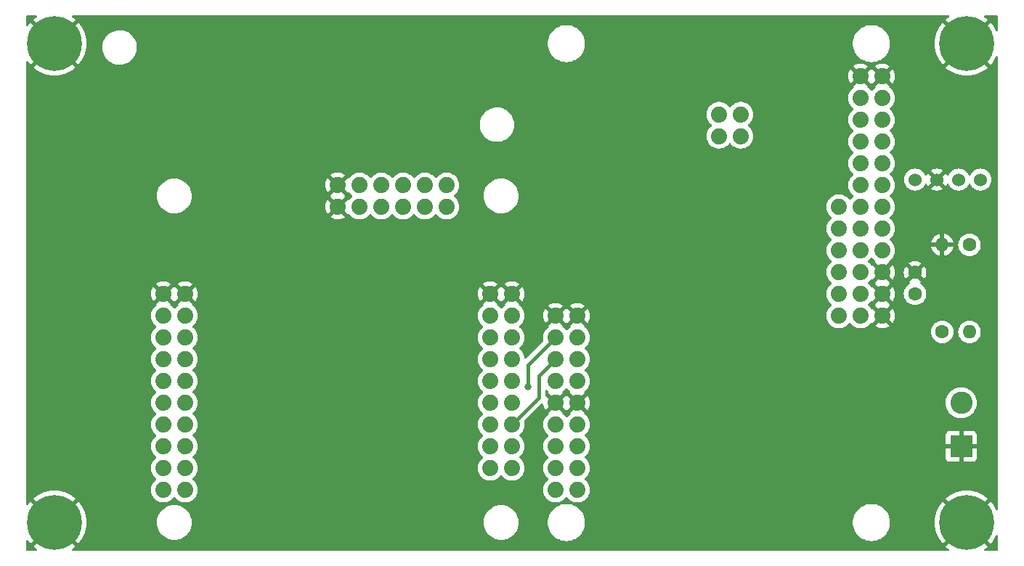
<source format=gbl>
G04 #@! TF.GenerationSoftware,KiCad,Pcbnew,(6.0.5-0)*
G04 #@! TF.CreationDate,2022-08-12T12:05:35-04:00*
G04 #@! TF.ProjectId,Cryologger GVT,4372796f-6c6f-4676-9765-72204756542e,rev?*
G04 #@! TF.SameCoordinates,Original*
G04 #@! TF.FileFunction,Copper,L2,Bot*
G04 #@! TF.FilePolarity,Positive*
%FSLAX46Y46*%
G04 Gerber Fmt 4.6, Leading zero omitted, Abs format (unit mm)*
G04 Created by KiCad (PCBNEW (6.0.5-0)) date 2022-08-12 12:05:35*
%MOMM*%
%LPD*%
G01*
G04 APERTURE LIST*
G04 #@! TA.AperFunction,ComponentPad*
%ADD10C,1.524000*%
G04 #@! TD*
G04 #@! TA.AperFunction,ComponentPad*
%ADD11R,2.600000X2.600000*%
G04 #@! TD*
G04 #@! TA.AperFunction,ComponentPad*
%ADD12C,2.600000*%
G04 #@! TD*
G04 #@! TA.AperFunction,ComponentPad*
%ADD13C,1.879600*%
G04 #@! TD*
G04 #@! TA.AperFunction,ComponentPad*
%ADD14C,1.600000*%
G04 #@! TD*
G04 #@! TA.AperFunction,ComponentPad*
%ADD15O,1.600000X1.600000*%
G04 #@! TD*
G04 #@! TA.AperFunction,ComponentPad*
%ADD16C,6.400000*%
G04 #@! TD*
G04 #@! TA.AperFunction,ViaPad*
%ADD17C,0.800000*%
G04 #@! TD*
G04 #@! TA.AperFunction,Conductor*
%ADD18C,0.406400*%
G04 #@! TD*
G04 APERTURE END LIST*
D10*
X195580000Y-81915000D03*
X198120000Y-81915000D03*
X200660000Y-81915000D03*
X203200000Y-81915000D03*
D11*
X200965000Y-113035000D03*
D12*
X200965000Y-107955000D03*
D13*
X110490000Y-95250000D03*
X107950000Y-95250000D03*
X107950000Y-97790000D03*
X110490000Y-97790000D03*
X107950000Y-100330000D03*
X110490000Y-100330000D03*
X107950000Y-102870000D03*
X110490000Y-102870000D03*
X107950000Y-105410000D03*
X110490000Y-105410000D03*
X107950000Y-107950000D03*
X110490000Y-107950000D03*
X110490000Y-110490000D03*
X107950000Y-110490000D03*
X110490000Y-113030000D03*
X107950000Y-113030000D03*
X107950000Y-115570000D03*
X110490000Y-115570000D03*
X107950000Y-118110000D03*
X110490000Y-118110000D03*
X128270000Y-85090000D03*
X128270000Y-82550000D03*
X130810000Y-85090000D03*
X130810000Y-82550000D03*
X133350000Y-85090000D03*
X133350000Y-82550000D03*
X135890000Y-85090000D03*
X135890000Y-82550000D03*
X138430000Y-85090000D03*
X138430000Y-82550000D03*
X140970000Y-85090000D03*
X140970000Y-82550000D03*
X148590000Y-95250000D03*
X146050000Y-95250000D03*
X148590000Y-97790000D03*
X146050000Y-97790000D03*
X148590000Y-100330000D03*
X146050000Y-100330000D03*
X146050000Y-102870000D03*
X148590000Y-102870000D03*
X148590000Y-105410000D03*
X146050000Y-105410000D03*
X148590000Y-107950000D03*
X146050000Y-107950000D03*
X148590000Y-110490000D03*
X146050000Y-110490000D03*
X146050000Y-113030000D03*
X148590000Y-113030000D03*
X148590000Y-115570000D03*
X146050000Y-115570000D03*
X153670000Y-97790000D03*
X156210000Y-97790000D03*
X156210000Y-100330000D03*
X153670000Y-100330000D03*
X156210000Y-102870000D03*
X153670000Y-102870000D03*
X153670000Y-105410000D03*
X156210000Y-105410000D03*
X153670000Y-107950000D03*
X156210000Y-107950000D03*
X153670000Y-110490000D03*
X156210000Y-110490000D03*
X153670000Y-113030000D03*
X156210000Y-113030000D03*
X153670000Y-115570000D03*
X156210000Y-115570000D03*
X156210000Y-118110000D03*
X153670000Y-118110000D03*
X189230000Y-69850000D03*
X191770000Y-69850000D03*
X189230000Y-72390000D03*
X191770000Y-72390000D03*
X189230000Y-74930000D03*
X191770000Y-74930000D03*
X189230000Y-77470000D03*
X191770000Y-77470000D03*
X191770000Y-80010000D03*
X189230000Y-80010000D03*
X191770000Y-82550000D03*
X189230000Y-82550000D03*
X191770000Y-85090000D03*
X191770000Y-87630000D03*
X191770000Y-90170000D03*
X191770000Y-92710000D03*
X191770000Y-95250000D03*
X191770000Y-97790000D03*
X186690000Y-85090000D03*
X189230000Y-85090000D03*
X186690000Y-87630000D03*
X189230000Y-87630000D03*
X189230000Y-90170000D03*
X186690000Y-90170000D03*
X186690000Y-92710000D03*
X189230000Y-92710000D03*
X189230000Y-95250000D03*
X186690000Y-95250000D03*
X189230000Y-97790000D03*
X186690000Y-97790000D03*
X175260000Y-76835000D03*
X175260000Y-74295000D03*
X172720000Y-76835000D03*
X172720000Y-74295000D03*
D14*
X201930000Y-89515000D03*
D15*
X201930000Y-99675000D03*
D16*
X95250000Y-66040000D03*
X201600000Y-121925000D03*
D14*
X195580000Y-95230000D03*
X195580000Y-92730000D03*
D16*
X95250000Y-121920000D03*
D14*
X198755000Y-99675000D03*
D15*
X198755000Y-89515000D03*
D16*
X201600003Y-66045004D03*
D17*
X150495000Y-106045000D03*
X104140000Y-119380000D03*
X99060000Y-114300000D03*
X126365000Y-110490000D03*
X106172000Y-71120000D03*
X95250000Y-80772000D03*
X126365000Y-123190000D03*
X184785000Y-109728000D03*
X145796000Y-70612000D03*
X173228000Y-67310000D03*
X160020000Y-78105000D03*
X195580000Y-102870000D03*
X151130000Y-89916000D03*
X138430000Y-89535000D03*
X173228000Y-83312000D03*
X97536000Y-98044000D03*
X173228000Y-100076000D03*
X196088000Y-121920000D03*
X126365000Y-96520000D03*
X114935000Y-89535000D03*
X199644000Y-72644000D03*
X173228000Y-120015000D03*
X163830000Y-109855000D03*
D18*
X150495000Y-104775000D02*
X150495000Y-106045000D01*
X153670000Y-100330000D02*
X150495000Y-103505000D01*
X150495000Y-103505000D02*
X150495000Y-104775000D01*
X148590000Y-110490000D02*
X151765000Y-107315000D01*
X151765000Y-107315000D02*
X151765000Y-104775000D01*
X151765000Y-104775000D02*
X153670000Y-102870000D01*
G04 #@! TA.AperFunction,Conductor*
G36*
X93168437Y-62758502D02*
G01*
X93214930Y-62812158D01*
X93225034Y-62882432D01*
X93195540Y-62947012D01*
X93168940Y-62970173D01*
X93070265Y-63034253D01*
X93064939Y-63038123D01*
X92826165Y-63231478D01*
X92817700Y-63243733D01*
X92824034Y-63254824D01*
X95237188Y-65667978D01*
X95251132Y-65675592D01*
X95252965Y-65675461D01*
X95259580Y-65671210D01*
X97675100Y-63255690D01*
X97682241Y-63242614D01*
X97674784Y-63232247D01*
X97435065Y-63038126D01*
X97429728Y-63034249D01*
X97331059Y-62970172D01*
X97284822Y-62916296D01*
X97275053Y-62845975D01*
X97304853Y-62781535D01*
X97364762Y-62743436D01*
X97399684Y-62738500D01*
X199458024Y-62738500D01*
X199526145Y-62758502D01*
X199572638Y-62812158D01*
X199582742Y-62882432D01*
X199553248Y-62947012D01*
X199526649Y-62970172D01*
X199420273Y-63039253D01*
X199414942Y-63043127D01*
X199176168Y-63236482D01*
X199167703Y-63248737D01*
X199174037Y-63259828D01*
X201587191Y-65672982D01*
X201601135Y-65680596D01*
X201602968Y-65680465D01*
X201609583Y-65676214D01*
X204025103Y-63260694D01*
X204032244Y-63247618D01*
X204024787Y-63237251D01*
X203785068Y-63043130D01*
X203779736Y-63039256D01*
X203673357Y-62970173D01*
X203627120Y-62916296D01*
X203617350Y-62845975D01*
X203647150Y-62781535D01*
X203707058Y-62743436D01*
X203741981Y-62738500D01*
X205105500Y-62738500D01*
X205173621Y-62758502D01*
X205220114Y-62812158D01*
X205231500Y-62864500D01*
X205231500Y-64480144D01*
X205211498Y-64548265D01*
X205157842Y-64594758D01*
X205087568Y-64604862D01*
X205022988Y-64575368D01*
X204992665Y-64534457D01*
X204992079Y-64534755D01*
X204817131Y-64191401D01*
X204813834Y-64185691D01*
X204605750Y-63865269D01*
X204601880Y-63859943D01*
X204408525Y-63621169D01*
X204396270Y-63612704D01*
X204385179Y-63619038D01*
X201972025Y-66032192D01*
X201964411Y-66046136D01*
X201964542Y-66047969D01*
X201968793Y-66054584D01*
X204384313Y-68470104D01*
X204397389Y-68477245D01*
X204407756Y-68469788D01*
X204601880Y-68230065D01*
X204605750Y-68224739D01*
X204813834Y-67904317D01*
X204817131Y-67898607D01*
X204992079Y-67555253D01*
X204992897Y-67555670D01*
X205036372Y-67504520D01*
X205104299Y-67483870D01*
X205172607Y-67503222D01*
X205219610Y-67556432D01*
X205231500Y-67609864D01*
X205231500Y-120360147D01*
X205211498Y-120428268D01*
X205157842Y-120474761D01*
X205087568Y-120484865D01*
X205022988Y-120455371D01*
X204992661Y-120414453D01*
X204992076Y-120414751D01*
X204817128Y-120071397D01*
X204813831Y-120065687D01*
X204605747Y-119745265D01*
X204601877Y-119739939D01*
X204408522Y-119501165D01*
X204396267Y-119492700D01*
X204385176Y-119499034D01*
X201972022Y-121912188D01*
X201964408Y-121926132D01*
X201964539Y-121927965D01*
X201968790Y-121934580D01*
X204384310Y-124350100D01*
X204397386Y-124357241D01*
X204407753Y-124349784D01*
X204601877Y-124110061D01*
X204605747Y-124104735D01*
X204813831Y-123784313D01*
X204817128Y-123778603D01*
X204992076Y-123435249D01*
X204992893Y-123435666D01*
X205036368Y-123384512D01*
X205104294Y-123363859D01*
X205172603Y-123383208D01*
X205219608Y-123436417D01*
X205231500Y-123489853D01*
X205231500Y-125095500D01*
X205211498Y-125163621D01*
X205157842Y-125210114D01*
X205105500Y-125221500D01*
X203757383Y-125221500D01*
X203689262Y-125201498D01*
X203642769Y-125147842D01*
X203632665Y-125077568D01*
X203662159Y-125012988D01*
X203688759Y-124989827D01*
X203779733Y-124930748D01*
X203785065Y-124926874D01*
X204023835Y-124733522D01*
X204032300Y-124721267D01*
X204025966Y-124710176D01*
X201612812Y-122297022D01*
X201598868Y-122289408D01*
X201597035Y-122289539D01*
X201590420Y-122293790D01*
X199174900Y-124709310D01*
X199167759Y-124722386D01*
X199175216Y-124732753D01*
X199414935Y-124926874D01*
X199420267Y-124930748D01*
X199511241Y-124989827D01*
X199557478Y-125043704D01*
X199567248Y-125114025D01*
X199537448Y-125178465D01*
X199477540Y-125216564D01*
X199442617Y-125221500D01*
X97399684Y-125221500D01*
X97331563Y-125201498D01*
X97285070Y-125147842D01*
X97274966Y-125077568D01*
X97304460Y-125012988D01*
X97331059Y-124989828D01*
X97429728Y-124925751D01*
X97435065Y-124921874D01*
X97673835Y-124728522D01*
X97682300Y-124716267D01*
X97675966Y-124705176D01*
X95262812Y-122292022D01*
X95248868Y-122284408D01*
X95247035Y-122284539D01*
X95240420Y-122288790D01*
X92824900Y-124704310D01*
X92817759Y-124717386D01*
X92825216Y-124727753D01*
X93064935Y-124921874D01*
X93070272Y-124925751D01*
X93168941Y-124989828D01*
X93215178Y-125043704D01*
X93224947Y-125114025D01*
X93195147Y-125178465D01*
X93135238Y-125216564D01*
X93100316Y-125221500D01*
X92074500Y-125221500D01*
X92006379Y-125201498D01*
X91959886Y-125147842D01*
X91948500Y-125095500D01*
X91948500Y-124069684D01*
X91968502Y-124001563D01*
X92022158Y-123955070D01*
X92092432Y-123944966D01*
X92157012Y-123974460D01*
X92180173Y-124001060D01*
X92244253Y-124099735D01*
X92248123Y-124105061D01*
X92441478Y-124343835D01*
X92453733Y-124352300D01*
X92464824Y-124345966D01*
X94877978Y-121932812D01*
X94884356Y-121921132D01*
X95614408Y-121921132D01*
X95614539Y-121922965D01*
X95618790Y-121929580D01*
X98034310Y-124345100D01*
X98047386Y-124352241D01*
X98057753Y-124344784D01*
X98251877Y-124105061D01*
X98255747Y-124099735D01*
X98463831Y-123779313D01*
X98467128Y-123773603D01*
X98640578Y-123433189D01*
X98643260Y-123427164D01*
X98780171Y-123070498D01*
X98782212Y-123064216D01*
X98881094Y-122695184D01*
X98882465Y-122688734D01*
X98942234Y-122311371D01*
X98942920Y-122304833D01*
X98962916Y-121923301D01*
X98962916Y-121916699D01*
X98959362Y-121848894D01*
X107183778Y-121848894D01*
X107183931Y-121853282D01*
X107183931Y-121853288D01*
X107191797Y-122078527D01*
X107193698Y-122132973D01*
X107243058Y-122412907D01*
X107244413Y-122417078D01*
X107244415Y-122417085D01*
X107286088Y-122545340D01*
X107330897Y-122683247D01*
X107332825Y-122687200D01*
X107332827Y-122687205D01*
X107388615Y-122801587D01*
X107455505Y-122938731D01*
X107457960Y-122942370D01*
X107457963Y-122942376D01*
X107611997Y-123170741D01*
X107612002Y-123170748D01*
X107614457Y-123174387D01*
X107617401Y-123177656D01*
X107617402Y-123177658D01*
X107801711Y-123382354D01*
X107804659Y-123385628D01*
X108022409Y-123568342D01*
X108263469Y-123718973D01*
X108523147Y-123834589D01*
X108527375Y-123835801D01*
X108527374Y-123835801D01*
X108767150Y-123904556D01*
X108796388Y-123912940D01*
X108800738Y-123913551D01*
X108800741Y-123913552D01*
X108905217Y-123928235D01*
X109077874Y-123952500D01*
X109290976Y-123952500D01*
X109293161Y-123952347D01*
X109293167Y-123952347D01*
X109499175Y-123937942D01*
X109499180Y-123937941D01*
X109503560Y-123937635D01*
X109781601Y-123878535D01*
X109785732Y-123877031D01*
X109785737Y-123877030D01*
X109932988Y-123823435D01*
X110048711Y-123781315D01*
X110170336Y-123716646D01*
X110295799Y-123649937D01*
X110295805Y-123649933D01*
X110299691Y-123647867D01*
X110303251Y-123645281D01*
X110303255Y-123645278D01*
X110526093Y-123483376D01*
X110526096Y-123483374D01*
X110529656Y-123480787D01*
X110575603Y-123436417D01*
X110730968Y-123286383D01*
X110730971Y-123286379D01*
X110734130Y-123283329D01*
X110909133Y-123059335D01*
X110999577Y-122902683D01*
X111049055Y-122816985D01*
X111049058Y-122816980D01*
X111051260Y-122813165D01*
X111052910Y-122809081D01*
X111052913Y-122809075D01*
X111156093Y-122553693D01*
X111156094Y-122553690D01*
X111157742Y-122549611D01*
X111226509Y-122273802D01*
X111249411Y-122055913D01*
X111255763Y-121995475D01*
X111255763Y-121995472D01*
X111256222Y-121991106D01*
X111254361Y-121937812D01*
X111251256Y-121848894D01*
X145283778Y-121848894D01*
X145283931Y-121853282D01*
X145283931Y-121853288D01*
X145291797Y-122078527D01*
X145293698Y-122132973D01*
X145343058Y-122412907D01*
X145344413Y-122417078D01*
X145344415Y-122417085D01*
X145386088Y-122545340D01*
X145430897Y-122683247D01*
X145432825Y-122687200D01*
X145432827Y-122687205D01*
X145488615Y-122801587D01*
X145555505Y-122938731D01*
X145557960Y-122942370D01*
X145557963Y-122942376D01*
X145711997Y-123170741D01*
X145712002Y-123170748D01*
X145714457Y-123174387D01*
X145717401Y-123177656D01*
X145717402Y-123177658D01*
X145901711Y-123382354D01*
X145904659Y-123385628D01*
X146122409Y-123568342D01*
X146363469Y-123718973D01*
X146623147Y-123834589D01*
X146627375Y-123835801D01*
X146627374Y-123835801D01*
X146867150Y-123904556D01*
X146896388Y-123912940D01*
X146900738Y-123913551D01*
X146900741Y-123913552D01*
X147005217Y-123928235D01*
X147177874Y-123952500D01*
X147390976Y-123952500D01*
X147393161Y-123952347D01*
X147393167Y-123952347D01*
X147599175Y-123937942D01*
X147599180Y-123937941D01*
X147603560Y-123937635D01*
X147881601Y-123878535D01*
X147885732Y-123877031D01*
X147885737Y-123877030D01*
X148032988Y-123823435D01*
X148148711Y-123781315D01*
X148270336Y-123716646D01*
X148395799Y-123649937D01*
X148395805Y-123649933D01*
X148399691Y-123647867D01*
X148403251Y-123645281D01*
X148403255Y-123645278D01*
X148626093Y-123483376D01*
X148626096Y-123483374D01*
X148629656Y-123480787D01*
X148675603Y-123436417D01*
X148830968Y-123286383D01*
X148830971Y-123286379D01*
X148834130Y-123283329D01*
X149009133Y-123059335D01*
X149099577Y-122902683D01*
X149149055Y-122816985D01*
X149149058Y-122816980D01*
X149151260Y-122813165D01*
X149152910Y-122809081D01*
X149152913Y-122809075D01*
X149256093Y-122553693D01*
X149256094Y-122553690D01*
X149257742Y-122549611D01*
X149326509Y-122273802D01*
X149349411Y-122055913D01*
X152779725Y-122055913D01*
X152780284Y-122060157D01*
X152780284Y-122060161D01*
X152782702Y-122078527D01*
X152818158Y-122347838D01*
X152819291Y-122351978D01*
X152819291Y-122351980D01*
X152894720Y-122627702D01*
X152895854Y-122631847D01*
X153011375Y-122902683D01*
X153162585Y-123155336D01*
X153346684Y-123385129D01*
X153349786Y-123388073D01*
X153349790Y-123388077D01*
X153444083Y-123477557D01*
X153560266Y-123587811D01*
X153799380Y-123759632D01*
X153940950Y-123834589D01*
X154025676Y-123879449D01*
X154059600Y-123897411D01*
X154063623Y-123898883D01*
X154063627Y-123898885D01*
X154332080Y-123997125D01*
X154336111Y-123998600D01*
X154623797Y-124061325D01*
X154653339Y-124063650D01*
X154852273Y-124079307D01*
X154852282Y-124079307D01*
X154854730Y-124079500D01*
X155014016Y-124079500D01*
X155016152Y-124079354D01*
X155016163Y-124079354D01*
X155229486Y-124064811D01*
X155229492Y-124064810D01*
X155233763Y-124064519D01*
X155237958Y-124063650D01*
X155237960Y-124063650D01*
X155377926Y-124034665D01*
X155522089Y-124004810D01*
X155799645Y-123906522D01*
X155939012Y-123834589D01*
X156057486Y-123773440D01*
X156057487Y-123773440D01*
X156061293Y-123771475D01*
X156302193Y-123602168D01*
X156481820Y-123435249D01*
X156514743Y-123404655D01*
X156514746Y-123404652D01*
X156517886Y-123401734D01*
X156528754Y-123388457D01*
X156635865Y-123257592D01*
X156704382Y-123173881D01*
X156846248Y-122942376D01*
X156855984Y-122926488D01*
X156855984Y-122926487D01*
X156858228Y-122922826D01*
X156976580Y-122653214D01*
X157057245Y-122370034D01*
X157098733Y-122078527D01*
X157098851Y-122055913D01*
X188339725Y-122055913D01*
X188340284Y-122060157D01*
X188340284Y-122060161D01*
X188342702Y-122078527D01*
X188378158Y-122347838D01*
X188379291Y-122351978D01*
X188379291Y-122351980D01*
X188454720Y-122627702D01*
X188455854Y-122631847D01*
X188571375Y-122902683D01*
X188722585Y-123155336D01*
X188906684Y-123385129D01*
X188909786Y-123388073D01*
X188909790Y-123388077D01*
X189004083Y-123477557D01*
X189120266Y-123587811D01*
X189359380Y-123759632D01*
X189500950Y-123834589D01*
X189585676Y-123879449D01*
X189619600Y-123897411D01*
X189623623Y-123898883D01*
X189623627Y-123898885D01*
X189892080Y-123997125D01*
X189896111Y-123998600D01*
X190183797Y-124061325D01*
X190213339Y-124063650D01*
X190412273Y-124079307D01*
X190412282Y-124079307D01*
X190414730Y-124079500D01*
X190574016Y-124079500D01*
X190576152Y-124079354D01*
X190576163Y-124079354D01*
X190789486Y-124064811D01*
X190789492Y-124064810D01*
X190793763Y-124064519D01*
X190797958Y-124063650D01*
X190797960Y-124063650D01*
X190937926Y-124034665D01*
X191082089Y-124004810D01*
X191359645Y-123906522D01*
X191499012Y-123834589D01*
X191617486Y-123773440D01*
X191617487Y-123773440D01*
X191621293Y-123771475D01*
X191862193Y-123602168D01*
X192041820Y-123435249D01*
X192074743Y-123404655D01*
X192074746Y-123404652D01*
X192077886Y-123401734D01*
X192088754Y-123388457D01*
X192195865Y-123257592D01*
X192264382Y-123173881D01*
X192406248Y-122942376D01*
X192415984Y-122926488D01*
X192415984Y-122926487D01*
X192418228Y-122922826D01*
X192536580Y-122653214D01*
X192617245Y-122370034D01*
X192658733Y-122078527D01*
X192659520Y-121928301D01*
X197887084Y-121928301D01*
X197907080Y-122309833D01*
X197907766Y-122316371D01*
X197967535Y-122693734D01*
X197968906Y-122700184D01*
X198067788Y-123069216D01*
X198069829Y-123075498D01*
X198206740Y-123432164D01*
X198209422Y-123438189D01*
X198382872Y-123778603D01*
X198386169Y-123784313D01*
X198594253Y-124104735D01*
X198598123Y-124110061D01*
X198791478Y-124348835D01*
X198803733Y-124357300D01*
X198814824Y-124350966D01*
X201227978Y-121937812D01*
X201235592Y-121923868D01*
X201235461Y-121922035D01*
X201231210Y-121915420D01*
X198815690Y-119499900D01*
X198802614Y-119492759D01*
X198792247Y-119500216D01*
X198598123Y-119739939D01*
X198594253Y-119745265D01*
X198386169Y-120065687D01*
X198382872Y-120071397D01*
X198209422Y-120411811D01*
X198206740Y-120417836D01*
X198069829Y-120774502D01*
X198067788Y-120780784D01*
X197968906Y-121149816D01*
X197967535Y-121156266D01*
X197907766Y-121533629D01*
X197907080Y-121540167D01*
X197887084Y-121921699D01*
X197887084Y-121928301D01*
X192659520Y-121928301D01*
X192659936Y-121848894D01*
X192660253Y-121788373D01*
X192660253Y-121788366D01*
X192660275Y-121784087D01*
X192657864Y-121765769D01*
X192630193Y-121555592D01*
X192621842Y-121492162D01*
X192614643Y-121465845D01*
X192545280Y-121212298D01*
X192545280Y-121212297D01*
X192544146Y-121208153D01*
X192428625Y-120937317D01*
X192277415Y-120684664D01*
X192093316Y-120454871D01*
X192090214Y-120451927D01*
X192090210Y-120451923D01*
X191903230Y-120274486D01*
X191879734Y-120252189D01*
X191640620Y-120080368D01*
X191416051Y-119961465D01*
X191384187Y-119944594D01*
X191384186Y-119944593D01*
X191380400Y-119942589D01*
X191376377Y-119941117D01*
X191376373Y-119941115D01*
X191107920Y-119842875D01*
X191107918Y-119842874D01*
X191103889Y-119841400D01*
X190816203Y-119778675D01*
X190771910Y-119775189D01*
X190587727Y-119760693D01*
X190587718Y-119760693D01*
X190585270Y-119760500D01*
X190425984Y-119760500D01*
X190423848Y-119760646D01*
X190423837Y-119760646D01*
X190210514Y-119775189D01*
X190210508Y-119775190D01*
X190206237Y-119775481D01*
X190202042Y-119776350D01*
X190202040Y-119776350D01*
X190062540Y-119805239D01*
X189917911Y-119835190D01*
X189640355Y-119933478D01*
X189636546Y-119935444D01*
X189384206Y-120065687D01*
X189378707Y-120068525D01*
X189375206Y-120070986D01*
X189375202Y-120070988D01*
X189364710Y-120078362D01*
X189137807Y-120237832D01*
X189101406Y-120271658D01*
X188955964Y-120406811D01*
X188922114Y-120438266D01*
X188919400Y-120441581D01*
X188919397Y-120441585D01*
X188892243Y-120474761D01*
X188735618Y-120666119D01*
X188665352Y-120780784D01*
X188591519Y-120901269D01*
X188581772Y-120917174D01*
X188463420Y-121186786D01*
X188382755Y-121469966D01*
X188341267Y-121761473D01*
X188340832Y-121844525D01*
X188340042Y-121995475D01*
X188339725Y-122055913D01*
X157098851Y-122055913D01*
X157099936Y-121848894D01*
X157100253Y-121788373D01*
X157100253Y-121788366D01*
X157100275Y-121784087D01*
X157097864Y-121765769D01*
X157070193Y-121555592D01*
X157061842Y-121492162D01*
X157054643Y-121465845D01*
X156985280Y-121212298D01*
X156985280Y-121212297D01*
X156984146Y-121208153D01*
X156868625Y-120937317D01*
X156717415Y-120684664D01*
X156533316Y-120454871D01*
X156530214Y-120451927D01*
X156530210Y-120451923D01*
X156343230Y-120274486D01*
X156319734Y-120252189D01*
X156080620Y-120080368D01*
X155856051Y-119961465D01*
X155824187Y-119944594D01*
X155824186Y-119944593D01*
X155820400Y-119942589D01*
X155816377Y-119941117D01*
X155816373Y-119941115D01*
X155547920Y-119842875D01*
X155547918Y-119842874D01*
X155543889Y-119841400D01*
X155256203Y-119778675D01*
X155211910Y-119775189D01*
X155027727Y-119760693D01*
X155027718Y-119760693D01*
X155025270Y-119760500D01*
X154865984Y-119760500D01*
X154863848Y-119760646D01*
X154863837Y-119760646D01*
X154650514Y-119775189D01*
X154650508Y-119775190D01*
X154646237Y-119775481D01*
X154642042Y-119776350D01*
X154642040Y-119776350D01*
X154502540Y-119805239D01*
X154357911Y-119835190D01*
X154080355Y-119933478D01*
X154076546Y-119935444D01*
X153824206Y-120065687D01*
X153818707Y-120068525D01*
X153815206Y-120070986D01*
X153815202Y-120070988D01*
X153804710Y-120078362D01*
X153577807Y-120237832D01*
X153541406Y-120271658D01*
X153395964Y-120406811D01*
X153362114Y-120438266D01*
X153359400Y-120441581D01*
X153359397Y-120441585D01*
X153332243Y-120474761D01*
X153175618Y-120666119D01*
X153105352Y-120780784D01*
X153031519Y-120901269D01*
X153021772Y-120917174D01*
X152903420Y-121186786D01*
X152822755Y-121469966D01*
X152781267Y-121761473D01*
X152780832Y-121844525D01*
X152780042Y-121995475D01*
X152779725Y-122055913D01*
X149349411Y-122055913D01*
X149355763Y-121995475D01*
X149355763Y-121995472D01*
X149356222Y-121991106D01*
X149354361Y-121937812D01*
X149346456Y-121711424D01*
X149346455Y-121711417D01*
X149346302Y-121707027D01*
X149320459Y-121560461D01*
X149297704Y-121431416D01*
X149296942Y-121427093D01*
X149295587Y-121422922D01*
X149295585Y-121422915D01*
X149210464Y-121160942D01*
X149209103Y-121156753D01*
X149084495Y-120901269D01*
X149082040Y-120897630D01*
X149082037Y-120897624D01*
X148928003Y-120669259D01*
X148927998Y-120669252D01*
X148925543Y-120665613D01*
X148824702Y-120553617D01*
X148738289Y-120457646D01*
X148738288Y-120457645D01*
X148735341Y-120454372D01*
X148517591Y-120271658D01*
X148276531Y-120121027D01*
X148016853Y-120005411D01*
X147797768Y-119942589D01*
X147747839Y-119928272D01*
X147747838Y-119928272D01*
X147743612Y-119927060D01*
X147739262Y-119926449D01*
X147739259Y-119926448D01*
X147634783Y-119911765D01*
X147462126Y-119887500D01*
X147249024Y-119887500D01*
X147246839Y-119887653D01*
X147246833Y-119887653D01*
X147040825Y-119902058D01*
X147040820Y-119902059D01*
X147036440Y-119902365D01*
X146758399Y-119961465D01*
X146754268Y-119962969D01*
X146754263Y-119962970D01*
X146640988Y-120004199D01*
X146491289Y-120058685D01*
X146467381Y-120071397D01*
X146244201Y-120190063D01*
X146244195Y-120190067D01*
X146240309Y-120192133D01*
X146236749Y-120194719D01*
X146236745Y-120194722D01*
X146126960Y-120274486D01*
X146010344Y-120359213D01*
X146007180Y-120362269D01*
X146007177Y-120362271D01*
X145809032Y-120553617D01*
X145809029Y-120553621D01*
X145805870Y-120556671D01*
X145630867Y-120780665D01*
X145563340Y-120897624D01*
X145538148Y-120941259D01*
X145488740Y-121026835D01*
X145487090Y-121030919D01*
X145487087Y-121030925D01*
X145383907Y-121286307D01*
X145382258Y-121290389D01*
X145313491Y-121566198D01*
X145313032Y-121570568D01*
X145313031Y-121570572D01*
X145290139Y-121788373D01*
X145283778Y-121848894D01*
X111251256Y-121848894D01*
X111246456Y-121711424D01*
X111246455Y-121711417D01*
X111246302Y-121707027D01*
X111220459Y-121560461D01*
X111197704Y-121431416D01*
X111196942Y-121427093D01*
X111195587Y-121422922D01*
X111195585Y-121422915D01*
X111110464Y-121160942D01*
X111109103Y-121156753D01*
X110984495Y-120901269D01*
X110982040Y-120897630D01*
X110982037Y-120897624D01*
X110828003Y-120669259D01*
X110827998Y-120669252D01*
X110825543Y-120665613D01*
X110724702Y-120553617D01*
X110638289Y-120457646D01*
X110638288Y-120457645D01*
X110635341Y-120454372D01*
X110417591Y-120271658D01*
X110176531Y-120121027D01*
X109916853Y-120005411D01*
X109697768Y-119942589D01*
X109647839Y-119928272D01*
X109647838Y-119928272D01*
X109643612Y-119927060D01*
X109639262Y-119926449D01*
X109639259Y-119926448D01*
X109534783Y-119911765D01*
X109362126Y-119887500D01*
X109149024Y-119887500D01*
X109146839Y-119887653D01*
X109146833Y-119887653D01*
X108940825Y-119902058D01*
X108940820Y-119902059D01*
X108936440Y-119902365D01*
X108658399Y-119961465D01*
X108654268Y-119962969D01*
X108654263Y-119962970D01*
X108540988Y-120004199D01*
X108391289Y-120058685D01*
X108367381Y-120071397D01*
X108144201Y-120190063D01*
X108144195Y-120190067D01*
X108140309Y-120192133D01*
X108136749Y-120194719D01*
X108136745Y-120194722D01*
X108026960Y-120274486D01*
X107910344Y-120359213D01*
X107907180Y-120362269D01*
X107907177Y-120362271D01*
X107709032Y-120553617D01*
X107709029Y-120553621D01*
X107705870Y-120556671D01*
X107530867Y-120780665D01*
X107463340Y-120897624D01*
X107438148Y-120941259D01*
X107388740Y-121026835D01*
X107387090Y-121030919D01*
X107387087Y-121030925D01*
X107283907Y-121286307D01*
X107282258Y-121290389D01*
X107213491Y-121566198D01*
X107213032Y-121570568D01*
X107213031Y-121570572D01*
X107190139Y-121788373D01*
X107183778Y-121848894D01*
X98959362Y-121848894D01*
X98942920Y-121535167D01*
X98942234Y-121528629D01*
X98882465Y-121151266D01*
X98881094Y-121144816D01*
X98782212Y-120775784D01*
X98780171Y-120769502D01*
X98643260Y-120412836D01*
X98640578Y-120406811D01*
X98467128Y-120066397D01*
X98463831Y-120060687D01*
X98255747Y-119740265D01*
X98251877Y-119734939D01*
X98058522Y-119496165D01*
X98046267Y-119487700D01*
X98035176Y-119494034D01*
X95622022Y-121907188D01*
X95614408Y-121921132D01*
X94884356Y-121921132D01*
X94885592Y-121918868D01*
X94885461Y-121917035D01*
X94881210Y-121910420D01*
X92465690Y-119494900D01*
X92452614Y-119487759D01*
X92442247Y-119495216D01*
X92248123Y-119734939D01*
X92244253Y-119740265D01*
X92180173Y-119838940D01*
X92126296Y-119885177D01*
X92055975Y-119894947D01*
X91991535Y-119865147D01*
X91953436Y-119805239D01*
X91948500Y-119770316D01*
X91948500Y-119123733D01*
X92817700Y-119123733D01*
X92824034Y-119134824D01*
X95237188Y-121547978D01*
X95251132Y-121555592D01*
X95252965Y-121555461D01*
X95259580Y-121551210D01*
X97675100Y-119135690D01*
X97682241Y-119122614D01*
X97674784Y-119112247D01*
X97435065Y-118918126D01*
X97429728Y-118914249D01*
X97109315Y-118706170D01*
X97103606Y-118702873D01*
X96763189Y-118529422D01*
X96757164Y-118526740D01*
X96400498Y-118389829D01*
X96394216Y-118387788D01*
X96025184Y-118288906D01*
X96018734Y-118287535D01*
X95641371Y-118227766D01*
X95634833Y-118227080D01*
X95253301Y-118207084D01*
X95246699Y-118207084D01*
X94865167Y-118227080D01*
X94858629Y-118227766D01*
X94481266Y-118287535D01*
X94474816Y-118288906D01*
X94105784Y-118387788D01*
X94099502Y-118389829D01*
X93742836Y-118526740D01*
X93736811Y-118529422D01*
X93396397Y-118702872D01*
X93390687Y-118706169D01*
X93070265Y-118914253D01*
X93064939Y-118918123D01*
X92826165Y-119111478D01*
X92817700Y-119123733D01*
X91948500Y-119123733D01*
X91948500Y-118074494D01*
X106497170Y-118074494D01*
X106497467Y-118079646D01*
X106497467Y-118079650D01*
X106503502Y-118184313D01*
X106510879Y-118312255D01*
X106512016Y-118317301D01*
X106512017Y-118317307D01*
X106545111Y-118464156D01*
X106563237Y-118544585D01*
X106565179Y-118549367D01*
X106565180Y-118549371D01*
X106629541Y-118707873D01*
X106652837Y-118765244D01*
X106777274Y-118968306D01*
X106933204Y-119148317D01*
X107116442Y-119300444D01*
X107120894Y-119303046D01*
X107120899Y-119303049D01*
X107219333Y-119360569D01*
X107322065Y-119420601D01*
X107544552Y-119505560D01*
X107549618Y-119506591D01*
X107549619Y-119506591D01*
X107603956Y-119517646D01*
X107777928Y-119553041D01*
X107912121Y-119557962D01*
X108010760Y-119561579D01*
X108010764Y-119561579D01*
X108015924Y-119561768D01*
X108021044Y-119561112D01*
X108021046Y-119561112D01*
X108247023Y-119532164D01*
X108247024Y-119532164D01*
X108252151Y-119531507D01*
X108335200Y-119506591D01*
X108475316Y-119464554D01*
X108475317Y-119464553D01*
X108480262Y-119463070D01*
X108694133Y-119358295D01*
X108698336Y-119355297D01*
X108698341Y-119355294D01*
X108883816Y-119222996D01*
X108883818Y-119222994D01*
X108888020Y-119219997D01*
X109056716Y-119051889D01*
X109114979Y-118970807D01*
X109170972Y-118927160D01*
X109241676Y-118920714D01*
X109304640Y-118953516D01*
X109316582Y-118967176D01*
X109317274Y-118968306D01*
X109473204Y-119148317D01*
X109656442Y-119300444D01*
X109660894Y-119303046D01*
X109660899Y-119303049D01*
X109759333Y-119360569D01*
X109862065Y-119420601D01*
X110084552Y-119505560D01*
X110089618Y-119506591D01*
X110089619Y-119506591D01*
X110143956Y-119517646D01*
X110317928Y-119553041D01*
X110452121Y-119557962D01*
X110550760Y-119561579D01*
X110550764Y-119561579D01*
X110555924Y-119561768D01*
X110561044Y-119561112D01*
X110561046Y-119561112D01*
X110787023Y-119532164D01*
X110787024Y-119532164D01*
X110792151Y-119531507D01*
X110875200Y-119506591D01*
X111015316Y-119464554D01*
X111015317Y-119464553D01*
X111020262Y-119463070D01*
X111234133Y-119358295D01*
X111238336Y-119355297D01*
X111238341Y-119355294D01*
X111423816Y-119222996D01*
X111423818Y-119222994D01*
X111428020Y-119219997D01*
X111596716Y-119051889D01*
X111735690Y-118858486D01*
X111781774Y-118765244D01*
X111838917Y-118649624D01*
X111838918Y-118649622D01*
X111841211Y-118644982D01*
X111910443Y-118417111D01*
X111914035Y-118389829D01*
X111941092Y-118184313D01*
X111941092Y-118184309D01*
X111941529Y-118180992D01*
X111943264Y-118110000D01*
X111940345Y-118074494D01*
X152217170Y-118074494D01*
X152217467Y-118079646D01*
X152217467Y-118079650D01*
X152223502Y-118184313D01*
X152230879Y-118312255D01*
X152232016Y-118317301D01*
X152232017Y-118317307D01*
X152265111Y-118464156D01*
X152283237Y-118544585D01*
X152285179Y-118549367D01*
X152285180Y-118549371D01*
X152349541Y-118707873D01*
X152372837Y-118765244D01*
X152497274Y-118968306D01*
X152653204Y-119148317D01*
X152836442Y-119300444D01*
X152840894Y-119303046D01*
X152840899Y-119303049D01*
X152939333Y-119360569D01*
X153042065Y-119420601D01*
X153264552Y-119505560D01*
X153269618Y-119506591D01*
X153269619Y-119506591D01*
X153323956Y-119517646D01*
X153497928Y-119553041D01*
X153632121Y-119557962D01*
X153730760Y-119561579D01*
X153730764Y-119561579D01*
X153735924Y-119561768D01*
X153741044Y-119561112D01*
X153741046Y-119561112D01*
X153967023Y-119532164D01*
X153967024Y-119532164D01*
X153972151Y-119531507D01*
X154055200Y-119506591D01*
X154195316Y-119464554D01*
X154195317Y-119464553D01*
X154200262Y-119463070D01*
X154414133Y-119358295D01*
X154418336Y-119355297D01*
X154418341Y-119355294D01*
X154603816Y-119222996D01*
X154603818Y-119222994D01*
X154608020Y-119219997D01*
X154776716Y-119051889D01*
X154834979Y-118970807D01*
X154890972Y-118927160D01*
X154961676Y-118920714D01*
X155024640Y-118953516D01*
X155036582Y-118967176D01*
X155037274Y-118968306D01*
X155193204Y-119148317D01*
X155376442Y-119300444D01*
X155380894Y-119303046D01*
X155380899Y-119303049D01*
X155479333Y-119360569D01*
X155582065Y-119420601D01*
X155804552Y-119505560D01*
X155809618Y-119506591D01*
X155809619Y-119506591D01*
X155863956Y-119517646D01*
X156037928Y-119553041D01*
X156172121Y-119557962D01*
X156270760Y-119561579D01*
X156270764Y-119561579D01*
X156275924Y-119561768D01*
X156281044Y-119561112D01*
X156281046Y-119561112D01*
X156507023Y-119532164D01*
X156507024Y-119532164D01*
X156512151Y-119531507D01*
X156595200Y-119506591D01*
X156735316Y-119464554D01*
X156735317Y-119464553D01*
X156740262Y-119463070D01*
X156954133Y-119358295D01*
X156958336Y-119355297D01*
X156958341Y-119355294D01*
X157143816Y-119222996D01*
X157143818Y-119222994D01*
X157148020Y-119219997D01*
X157239603Y-119128733D01*
X199167700Y-119128733D01*
X199174034Y-119139824D01*
X201587188Y-121552978D01*
X201601132Y-121560592D01*
X201602965Y-121560461D01*
X201609580Y-121556210D01*
X204025100Y-119140690D01*
X204032241Y-119127614D01*
X204024784Y-119117247D01*
X203785065Y-118923126D01*
X203779728Y-118919249D01*
X203459315Y-118711170D01*
X203453606Y-118707873D01*
X203113189Y-118534422D01*
X203107164Y-118531740D01*
X202750498Y-118394829D01*
X202744216Y-118392788D01*
X202375184Y-118293906D01*
X202368734Y-118292535D01*
X201991371Y-118232766D01*
X201984833Y-118232080D01*
X201603301Y-118212084D01*
X201596699Y-118212084D01*
X201215167Y-118232080D01*
X201208629Y-118232766D01*
X200831266Y-118292535D01*
X200824816Y-118293906D01*
X200455784Y-118392788D01*
X200449502Y-118394829D01*
X200092836Y-118531740D01*
X200086811Y-118534422D01*
X199746397Y-118707872D01*
X199740687Y-118711169D01*
X199420265Y-118919253D01*
X199414939Y-118923123D01*
X199176165Y-119116478D01*
X199167700Y-119128733D01*
X157239603Y-119128733D01*
X157316716Y-119051889D01*
X157455690Y-118858486D01*
X157501774Y-118765244D01*
X157558917Y-118649624D01*
X157558918Y-118649622D01*
X157561211Y-118644982D01*
X157630443Y-118417111D01*
X157634035Y-118389829D01*
X157661092Y-118184313D01*
X157661092Y-118184309D01*
X157661529Y-118180992D01*
X157663264Y-118110000D01*
X157643750Y-117872644D01*
X157585731Y-117641663D01*
X157490767Y-117423259D01*
X157473694Y-117396867D01*
X157411365Y-117300522D01*
X157361406Y-117223298D01*
X157201124Y-117047150D01*
X157197073Y-117043951D01*
X157197069Y-117043947D01*
X157099118Y-116966591D01*
X157063347Y-116938341D01*
X157022285Y-116880425D01*
X157019053Y-116809502D01*
X157054678Y-116748091D01*
X157068271Y-116736882D01*
X157143814Y-116682998D01*
X157143821Y-116682992D01*
X157148020Y-116679997D01*
X157316716Y-116511889D01*
X157455690Y-116318486D01*
X157501774Y-116225244D01*
X157558917Y-116109624D01*
X157558918Y-116109622D01*
X157561211Y-116104982D01*
X157630443Y-115877111D01*
X157661529Y-115640992D01*
X157663264Y-115570000D01*
X157643750Y-115332644D01*
X157585731Y-115101663D01*
X157490767Y-114883259D01*
X157473694Y-114856867D01*
X157411365Y-114760522D01*
X157361406Y-114683298D01*
X157201124Y-114507150D01*
X157197073Y-114503951D01*
X157197069Y-114503947D01*
X157063348Y-114398342D01*
X157050109Y-114379669D01*
X199157001Y-114379669D01*
X199157371Y-114386490D01*
X199162895Y-114437352D01*
X199166521Y-114452604D01*
X199211676Y-114573054D01*
X199220214Y-114588649D01*
X199296715Y-114690724D01*
X199309276Y-114703285D01*
X199411351Y-114779786D01*
X199426946Y-114788324D01*
X199547394Y-114833478D01*
X199562649Y-114837105D01*
X199613514Y-114842631D01*
X199620328Y-114843000D01*
X200692885Y-114843000D01*
X200708124Y-114838525D01*
X200709329Y-114837135D01*
X200711000Y-114829452D01*
X200711000Y-114824884D01*
X201219000Y-114824884D01*
X201223475Y-114840123D01*
X201224865Y-114841328D01*
X201232548Y-114842999D01*
X202309669Y-114842999D01*
X202316490Y-114842629D01*
X202367352Y-114837105D01*
X202382604Y-114833479D01*
X202503054Y-114788324D01*
X202518649Y-114779786D01*
X202620724Y-114703285D01*
X202633285Y-114690724D01*
X202709786Y-114588649D01*
X202718324Y-114573054D01*
X202763478Y-114452606D01*
X202767105Y-114437351D01*
X202772631Y-114386486D01*
X202773000Y-114379672D01*
X202773000Y-113307115D01*
X202768525Y-113291876D01*
X202767135Y-113290671D01*
X202759452Y-113289000D01*
X201237115Y-113289000D01*
X201221876Y-113293475D01*
X201220671Y-113294865D01*
X201219000Y-113302548D01*
X201219000Y-114824884D01*
X200711000Y-114824884D01*
X200711000Y-113307115D01*
X200706525Y-113291876D01*
X200705135Y-113290671D01*
X200697452Y-113289000D01*
X199175116Y-113289000D01*
X199159877Y-113293475D01*
X199158672Y-113294865D01*
X199157001Y-113302548D01*
X199157001Y-114379669D01*
X157050109Y-114379669D01*
X157022285Y-114340425D01*
X157019053Y-114269502D01*
X157054678Y-114208091D01*
X157068271Y-114196882D01*
X157143814Y-114142998D01*
X157143821Y-114142992D01*
X157148020Y-114139997D01*
X157316716Y-113971889D01*
X157455690Y-113778486D01*
X157501774Y-113685244D01*
X157558917Y-113569624D01*
X157558918Y-113569622D01*
X157561211Y-113564982D01*
X157630443Y-113337111D01*
X157634392Y-113307115D01*
X157661092Y-113104313D01*
X157661092Y-113104309D01*
X157661529Y-113100992D01*
X157663264Y-113030000D01*
X157643750Y-112792644D01*
X157636275Y-112762885D01*
X199157000Y-112762885D01*
X199161475Y-112778124D01*
X199162865Y-112779329D01*
X199170548Y-112781000D01*
X200692885Y-112781000D01*
X200708124Y-112776525D01*
X200709329Y-112775135D01*
X200711000Y-112767452D01*
X200711000Y-112762885D01*
X201219000Y-112762885D01*
X201223475Y-112778124D01*
X201224865Y-112779329D01*
X201232548Y-112781000D01*
X202754884Y-112781000D01*
X202770123Y-112776525D01*
X202771328Y-112775135D01*
X202772999Y-112767452D01*
X202772999Y-111690331D01*
X202772629Y-111683510D01*
X202767105Y-111632648D01*
X202763479Y-111617396D01*
X202718324Y-111496946D01*
X202709786Y-111481351D01*
X202633285Y-111379276D01*
X202620724Y-111366715D01*
X202518649Y-111290214D01*
X202503054Y-111281676D01*
X202382606Y-111236522D01*
X202367351Y-111232895D01*
X202316486Y-111227369D01*
X202309672Y-111227000D01*
X201237115Y-111227000D01*
X201221876Y-111231475D01*
X201220671Y-111232865D01*
X201219000Y-111240548D01*
X201219000Y-112762885D01*
X200711000Y-112762885D01*
X200711000Y-111245116D01*
X200706525Y-111229877D01*
X200705135Y-111228672D01*
X200697452Y-111227001D01*
X199620331Y-111227001D01*
X199613510Y-111227371D01*
X199562648Y-111232895D01*
X199547396Y-111236521D01*
X199426946Y-111281676D01*
X199411351Y-111290214D01*
X199309276Y-111366715D01*
X199296715Y-111379276D01*
X199220214Y-111481351D01*
X199211676Y-111496946D01*
X199166522Y-111617394D01*
X199162895Y-111632649D01*
X199157369Y-111683514D01*
X199157000Y-111690328D01*
X199157000Y-112762885D01*
X157636275Y-112762885D01*
X157585731Y-112561663D01*
X157490767Y-112343259D01*
X157473694Y-112316867D01*
X157411365Y-112220522D01*
X157361406Y-112143298D01*
X157201124Y-111967150D01*
X157197073Y-111963951D01*
X157197069Y-111963947D01*
X157063348Y-111858342D01*
X157022285Y-111800425D01*
X157019053Y-111729502D01*
X157054678Y-111668091D01*
X157068271Y-111656882D01*
X157143814Y-111602998D01*
X157143821Y-111602992D01*
X157148020Y-111599997D01*
X157316716Y-111431889D01*
X157455690Y-111238486D01*
X157458454Y-111232895D01*
X157558917Y-111029624D01*
X157558918Y-111029622D01*
X157561211Y-111024982D01*
X157630443Y-110797111D01*
X157661529Y-110560992D01*
X157663264Y-110490000D01*
X157643750Y-110252644D01*
X157585731Y-110021663D01*
X157490767Y-109803259D01*
X157473694Y-109776867D01*
X157411365Y-109680522D01*
X157361406Y-109603298D01*
X157201124Y-109427150D01*
X157197073Y-109423951D01*
X157197069Y-109423947D01*
X157054932Y-109311695D01*
X157013869Y-109253778D01*
X157010637Y-109182855D01*
X157032406Y-109138113D01*
X157025045Y-109124256D01*
X156222811Y-108322021D01*
X156208868Y-108314408D01*
X156207034Y-108314539D01*
X156200420Y-108318790D01*
X155391083Y-109128128D01*
X155384326Y-109140503D01*
X155384760Y-109141083D01*
X155409572Y-109207603D01*
X155394481Y-109276977D01*
X155359546Y-109317353D01*
X155249275Y-109400147D01*
X155245140Y-109403252D01*
X155080602Y-109575431D01*
X155058629Y-109607642D01*
X155045186Y-109627349D01*
X154990274Y-109672351D01*
X154919749Y-109680522D01*
X154856002Y-109649267D01*
X154835306Y-109624784D01*
X154824217Y-109607642D01*
X154824212Y-109607636D01*
X154821406Y-109603298D01*
X154661124Y-109427150D01*
X154657073Y-109423951D01*
X154657069Y-109423947D01*
X154514932Y-109311695D01*
X154473869Y-109253778D01*
X154470637Y-109182855D01*
X154492406Y-109138113D01*
X154485045Y-109124256D01*
X153682811Y-108322021D01*
X153668868Y-108314408D01*
X153667034Y-108314539D01*
X153660420Y-108318790D01*
X152851083Y-109128128D01*
X152844326Y-109140503D01*
X152844760Y-109141083D01*
X152869572Y-109207603D01*
X152854481Y-109276977D01*
X152819546Y-109317353D01*
X152709275Y-109400147D01*
X152705140Y-109403252D01*
X152540602Y-109575431D01*
X152537691Y-109579699D01*
X152537687Y-109579704D01*
X152475439Y-109670956D01*
X152406394Y-109772172D01*
X152306122Y-109988191D01*
X152242477Y-110217685D01*
X152241928Y-110222819D01*
X152241928Y-110222821D01*
X152236449Y-110274089D01*
X152217170Y-110454494D01*
X152217467Y-110459646D01*
X152217467Y-110459650D01*
X152223502Y-110564313D01*
X152230879Y-110692255D01*
X152232016Y-110697301D01*
X152232017Y-110697307D01*
X152265111Y-110844156D01*
X152283237Y-110924585D01*
X152285179Y-110929367D01*
X152285180Y-110929371D01*
X152370893Y-111140457D01*
X152372837Y-111145244D01*
X152497274Y-111348306D01*
X152653204Y-111528317D01*
X152735154Y-111596353D01*
X152817560Y-111664768D01*
X152857195Y-111723671D01*
X152858693Y-111794651D01*
X152821578Y-111855174D01*
X152812728Y-111862472D01*
X152709275Y-111940147D01*
X152705140Y-111943252D01*
X152540602Y-112115431D01*
X152537691Y-112119699D01*
X152537687Y-112119704D01*
X152505186Y-112167349D01*
X152406394Y-112312172D01*
X152306122Y-112528191D01*
X152242477Y-112757685D01*
X152241928Y-112762819D01*
X152241928Y-112762821D01*
X152236449Y-112814089D01*
X152217170Y-112994494D01*
X152217467Y-112999646D01*
X152217467Y-112999650D01*
X152223502Y-113104313D01*
X152230879Y-113232255D01*
X152232016Y-113237301D01*
X152232017Y-113237307D01*
X152265111Y-113384156D01*
X152283237Y-113464585D01*
X152285179Y-113469367D01*
X152285180Y-113469371D01*
X152370893Y-113680457D01*
X152372837Y-113685244D01*
X152497274Y-113888306D01*
X152653204Y-114068317D01*
X152735154Y-114136353D01*
X152817560Y-114204768D01*
X152857195Y-114263671D01*
X152858693Y-114334651D01*
X152821578Y-114395174D01*
X152812728Y-114402472D01*
X152709275Y-114480147D01*
X152705140Y-114483252D01*
X152540602Y-114655431D01*
X152537691Y-114659699D01*
X152537687Y-114659704D01*
X152505186Y-114707349D01*
X152406394Y-114852172D01*
X152306122Y-115068191D01*
X152242477Y-115297685D01*
X152241928Y-115302819D01*
X152241928Y-115302821D01*
X152236449Y-115354089D01*
X152217170Y-115534494D01*
X152217467Y-115539646D01*
X152217467Y-115539650D01*
X152223502Y-115644313D01*
X152230879Y-115772255D01*
X152232016Y-115777301D01*
X152232017Y-115777307D01*
X152265111Y-115924156D01*
X152283237Y-116004585D01*
X152285179Y-116009367D01*
X152285180Y-116009371D01*
X152370893Y-116220457D01*
X152372837Y-116225244D01*
X152497274Y-116428306D01*
X152653204Y-116608317D01*
X152743158Y-116682998D01*
X152817560Y-116744768D01*
X152857195Y-116803671D01*
X152858693Y-116874651D01*
X152821578Y-116935174D01*
X152812728Y-116942472D01*
X152718488Y-117013230D01*
X152705140Y-117023252D01*
X152540602Y-117195431D01*
X152537691Y-117199699D01*
X152537687Y-117199704D01*
X152505186Y-117247349D01*
X152406394Y-117392172D01*
X152306122Y-117608191D01*
X152242477Y-117837685D01*
X152241928Y-117842819D01*
X152241928Y-117842821D01*
X152236449Y-117894089D01*
X152217170Y-118074494D01*
X111940345Y-118074494D01*
X111923750Y-117872644D01*
X111865731Y-117641663D01*
X111770767Y-117423259D01*
X111753694Y-117396867D01*
X111691365Y-117300522D01*
X111641406Y-117223298D01*
X111481124Y-117047150D01*
X111477073Y-117043951D01*
X111477069Y-117043947D01*
X111379118Y-116966591D01*
X111343347Y-116938341D01*
X111302285Y-116880425D01*
X111299053Y-116809502D01*
X111334678Y-116748091D01*
X111348271Y-116736882D01*
X111423814Y-116682998D01*
X111423821Y-116682992D01*
X111428020Y-116679997D01*
X111596716Y-116511889D01*
X111735690Y-116318486D01*
X111781774Y-116225244D01*
X111838917Y-116109624D01*
X111838918Y-116109622D01*
X111841211Y-116104982D01*
X111910443Y-115877111D01*
X111941529Y-115640992D01*
X111943264Y-115570000D01*
X111940345Y-115534494D01*
X144597170Y-115534494D01*
X144597467Y-115539646D01*
X144597467Y-115539650D01*
X144603502Y-115644313D01*
X144610879Y-115772255D01*
X144612016Y-115777301D01*
X144612017Y-115777307D01*
X144645111Y-115924156D01*
X144663237Y-116004585D01*
X144665179Y-116009367D01*
X144665180Y-116009371D01*
X144750893Y-116220457D01*
X144752837Y-116225244D01*
X144877274Y-116428306D01*
X145033204Y-116608317D01*
X145216442Y-116760444D01*
X145220894Y-116763046D01*
X145220899Y-116763049D01*
X145319333Y-116820569D01*
X145422065Y-116880601D01*
X145644552Y-116965560D01*
X145649618Y-116966591D01*
X145649619Y-116966591D01*
X145703956Y-116977646D01*
X145877928Y-117013041D01*
X146012121Y-117017962D01*
X146110760Y-117021579D01*
X146110764Y-117021579D01*
X146115924Y-117021768D01*
X146121044Y-117021112D01*
X146121046Y-117021112D01*
X146347023Y-116992164D01*
X146347024Y-116992164D01*
X146352151Y-116991507D01*
X146435200Y-116966591D01*
X146575316Y-116924554D01*
X146575317Y-116924553D01*
X146580262Y-116923070D01*
X146794133Y-116818295D01*
X146798336Y-116815297D01*
X146798341Y-116815294D01*
X146983816Y-116682996D01*
X146983818Y-116682994D01*
X146988020Y-116679997D01*
X147156716Y-116511889D01*
X147214979Y-116430807D01*
X147270972Y-116387160D01*
X147341676Y-116380714D01*
X147404640Y-116413516D01*
X147416582Y-116427176D01*
X147417274Y-116428306D01*
X147573204Y-116608317D01*
X147756442Y-116760444D01*
X147760894Y-116763046D01*
X147760899Y-116763049D01*
X147859333Y-116820569D01*
X147962065Y-116880601D01*
X148184552Y-116965560D01*
X148189618Y-116966591D01*
X148189619Y-116966591D01*
X148243956Y-116977646D01*
X148417928Y-117013041D01*
X148552121Y-117017962D01*
X148650760Y-117021579D01*
X148650764Y-117021579D01*
X148655924Y-117021768D01*
X148661044Y-117021112D01*
X148661046Y-117021112D01*
X148887023Y-116992164D01*
X148887024Y-116992164D01*
X148892151Y-116991507D01*
X148975200Y-116966591D01*
X149115316Y-116924554D01*
X149115317Y-116924553D01*
X149120262Y-116923070D01*
X149334133Y-116818295D01*
X149338336Y-116815297D01*
X149338341Y-116815294D01*
X149523816Y-116682996D01*
X149523818Y-116682994D01*
X149528020Y-116679997D01*
X149696716Y-116511889D01*
X149835690Y-116318486D01*
X149881774Y-116225244D01*
X149938917Y-116109624D01*
X149938918Y-116109622D01*
X149941211Y-116104982D01*
X150010443Y-115877111D01*
X150041529Y-115640992D01*
X150043264Y-115570000D01*
X150023750Y-115332644D01*
X149965731Y-115101663D01*
X149870767Y-114883259D01*
X149853694Y-114856867D01*
X149791365Y-114760522D01*
X149741406Y-114683298D01*
X149581124Y-114507150D01*
X149577073Y-114503951D01*
X149577069Y-114503947D01*
X149443348Y-114398342D01*
X149402285Y-114340425D01*
X149399053Y-114269502D01*
X149434678Y-114208091D01*
X149448271Y-114196882D01*
X149523814Y-114142998D01*
X149523821Y-114142992D01*
X149528020Y-114139997D01*
X149696716Y-113971889D01*
X149835690Y-113778486D01*
X149881774Y-113685244D01*
X149938917Y-113569624D01*
X149938918Y-113569622D01*
X149941211Y-113564982D01*
X150010443Y-113337111D01*
X150014392Y-113307115D01*
X150041092Y-113104313D01*
X150041092Y-113104309D01*
X150041529Y-113100992D01*
X150043264Y-113030000D01*
X150023750Y-112792644D01*
X149965731Y-112561663D01*
X149870767Y-112343259D01*
X149853694Y-112316867D01*
X149791365Y-112220522D01*
X149741406Y-112143298D01*
X149581124Y-111967150D01*
X149577073Y-111963951D01*
X149577069Y-111963947D01*
X149443348Y-111858342D01*
X149402285Y-111800425D01*
X149399053Y-111729502D01*
X149434678Y-111668091D01*
X149448271Y-111656882D01*
X149523814Y-111602998D01*
X149523821Y-111602992D01*
X149528020Y-111599997D01*
X149696716Y-111431889D01*
X149835690Y-111238486D01*
X149838454Y-111232895D01*
X149938917Y-111029624D01*
X149938918Y-111029622D01*
X149941211Y-111024982D01*
X150010443Y-110797111D01*
X150041529Y-110560992D01*
X150043264Y-110490000D01*
X150023750Y-110252644D01*
X150003028Y-110170148D01*
X150005832Y-110099208D01*
X150036137Y-110050358D01*
X152016472Y-108070024D01*
X152078784Y-108035998D01*
X152149600Y-108041063D01*
X152206435Y-108083610D01*
X152227809Y-108142259D01*
X152230359Y-108141901D01*
X152232514Y-108157237D01*
X152282580Y-108379393D01*
X152285659Y-108389221D01*
X152371338Y-108600223D01*
X152375991Y-108609434D01*
X152471153Y-108764723D01*
X152481611Y-108774185D01*
X152490387Y-108770402D01*
X153297979Y-107962811D01*
X153304356Y-107951132D01*
X154034408Y-107951132D01*
X154034539Y-107952966D01*
X154038790Y-107959580D01*
X154844826Y-108765615D01*
X154856832Y-108772171D01*
X154861671Y-108768474D01*
X154927946Y-108743015D01*
X154997464Y-108757428D01*
X155021418Y-108774268D01*
X155030387Y-108770402D01*
X155837979Y-107962811D01*
X155844356Y-107951132D01*
X156574408Y-107951132D01*
X156574539Y-107952966D01*
X156578790Y-107959580D01*
X157384826Y-108765615D01*
X157396832Y-108772171D01*
X157408571Y-108763202D01*
X157452241Y-108702429D01*
X157457551Y-108693592D01*
X157558450Y-108489438D01*
X157562249Y-108479843D01*
X157628449Y-108261957D01*
X157630628Y-108251876D01*
X157660591Y-108024288D01*
X157661110Y-108017615D01*
X157662680Y-107953365D01*
X157662486Y-107946646D01*
X157659270Y-107907526D01*
X199152050Y-107907526D01*
X199152274Y-107912192D01*
X199152274Y-107912197D01*
X199157338Y-108017615D01*
X199164947Y-108176019D01*
X199217388Y-108439656D01*
X199308220Y-108692646D01*
X199310432Y-108696762D01*
X199310433Y-108696765D01*
X199352033Y-108774185D01*
X199435450Y-108929431D01*
X199438241Y-108933168D01*
X199438245Y-108933175D01*
X199518222Y-109040276D01*
X199596281Y-109144810D01*
X199599590Y-109148090D01*
X199599595Y-109148096D01*
X199771334Y-109318342D01*
X199787180Y-109334050D01*
X199790942Y-109336808D01*
X199790945Y-109336811D01*
X200000183Y-109490230D01*
X200003954Y-109492995D01*
X200008089Y-109495171D01*
X200008093Y-109495173D01*
X200221860Y-109607642D01*
X200241840Y-109618154D01*
X200384346Y-109667919D01*
X200420436Y-109680522D01*
X200495613Y-109706775D01*
X200500206Y-109707647D01*
X200755109Y-109756042D01*
X200755112Y-109756042D01*
X200759698Y-109756913D01*
X200887370Y-109761929D01*
X201023625Y-109767283D01*
X201023630Y-109767283D01*
X201028293Y-109767466D01*
X201132607Y-109756042D01*
X201290844Y-109738713D01*
X201290850Y-109738712D01*
X201295497Y-109738203D01*
X201300021Y-109737012D01*
X201550918Y-109670956D01*
X201550920Y-109670955D01*
X201555441Y-109669765D01*
X201559738Y-109667919D01*
X201798120Y-109565502D01*
X201798122Y-109565501D01*
X201802414Y-109563657D01*
X201921071Y-109490230D01*
X202027017Y-109424669D01*
X202027021Y-109424666D01*
X202030990Y-109422210D01*
X202236149Y-109248530D01*
X202413382Y-109046434D01*
X202558797Y-108820361D01*
X202669199Y-108575278D01*
X202693356Y-108489624D01*
X202740893Y-108321072D01*
X202740894Y-108321069D01*
X202742163Y-108316568D01*
X202760043Y-108176019D01*
X202775688Y-108053045D01*
X202775688Y-108053041D01*
X202776086Y-108049915D01*
X202776451Y-108035998D01*
X202778488Y-107958160D01*
X202778571Y-107955000D01*
X202777950Y-107946646D01*
X202758996Y-107691592D01*
X202758996Y-107691591D01*
X202758650Y-107686937D01*
X202754639Y-107669209D01*
X202700361Y-107429331D01*
X202700360Y-107429326D01*
X202699327Y-107424763D01*
X202601902Y-107174238D01*
X202468518Y-106940864D01*
X202448260Y-106915166D01*
X202343652Y-106782472D01*
X202302105Y-106729769D01*
X202106317Y-106545591D01*
X201885457Y-106392374D01*
X201881264Y-106390306D01*
X201648564Y-106275551D01*
X201648561Y-106275550D01*
X201644376Y-106273486D01*
X201596745Y-106258239D01*
X201479516Y-106220714D01*
X201388370Y-106191538D01*
X201383763Y-106190788D01*
X201383760Y-106190787D01*
X201127674Y-106149081D01*
X201127675Y-106149081D01*
X201123063Y-106148330D01*
X200992719Y-106146624D01*
X200858961Y-106144873D01*
X200858958Y-106144873D01*
X200854284Y-106144812D01*
X200587937Y-106181060D01*
X200329874Y-106256278D01*
X200085763Y-106368815D01*
X200081854Y-106371378D01*
X199864881Y-106513631D01*
X199864876Y-106513635D01*
X199860968Y-106516197D01*
X199833869Y-106540384D01*
X199710728Y-106650292D01*
X199660426Y-106695188D01*
X199488544Y-106901854D01*
X199349096Y-107131656D01*
X199347287Y-107135970D01*
X199347285Y-107135974D01*
X199291924Y-107267996D01*
X199245148Y-107379545D01*
X199178981Y-107640077D01*
X199152050Y-107907526D01*
X157659270Y-107907526D01*
X157643679Y-107717887D01*
X157641994Y-107707707D01*
X157586515Y-107486837D01*
X157583195Y-107477086D01*
X157492384Y-107268233D01*
X157487518Y-107259158D01*
X157408008Y-107136256D01*
X157397322Y-107127052D01*
X157387755Y-107131456D01*
X156582021Y-107937189D01*
X156574408Y-107951132D01*
X155844356Y-107951132D01*
X155845592Y-107948868D01*
X155845461Y-107947034D01*
X155841210Y-107940420D01*
X155035220Y-107134431D01*
X155023688Y-107128134D01*
X155018721Y-107132026D01*
X154952762Y-107158293D01*
X154883073Y-107144730D01*
X154858788Y-107128315D01*
X154857321Y-107127052D01*
X154847756Y-107131455D01*
X154042021Y-107937189D01*
X154034408Y-107951132D01*
X153304356Y-107951132D01*
X153305592Y-107948868D01*
X153305461Y-107947034D01*
X153301210Y-107940420D01*
X152513605Y-107152816D01*
X152479580Y-107090503D01*
X152476700Y-107063720D01*
X152476700Y-106570152D01*
X152496702Y-106502031D01*
X152550358Y-106455538D01*
X152620632Y-106445434D01*
X152683185Y-106473208D01*
X152825535Y-106591389D01*
X152865170Y-106650291D01*
X152866668Y-106721272D01*
X152846887Y-106761929D01*
X152853825Y-106774614D01*
X153657189Y-107577979D01*
X153671132Y-107585592D01*
X153672966Y-107585461D01*
X153679580Y-107581210D01*
X154487331Y-106773458D01*
X154494348Y-106760607D01*
X154492815Y-106758503D01*
X154468865Y-106691668D01*
X154484851Y-106622495D01*
X154521480Y-106581726D01*
X154608020Y-106519997D01*
X154776716Y-106351889D01*
X154834979Y-106270807D01*
X154890972Y-106227160D01*
X154961676Y-106220714D01*
X155024640Y-106253516D01*
X155036582Y-106267176D01*
X155037274Y-106268306D01*
X155193204Y-106448317D01*
X155283158Y-106522998D01*
X155365535Y-106591389D01*
X155405170Y-106650292D01*
X155406668Y-106721272D01*
X155386887Y-106761929D01*
X155393825Y-106774614D01*
X156197189Y-107577979D01*
X156211132Y-107585592D01*
X156212966Y-107585461D01*
X156219580Y-107581210D01*
X157027331Y-106773458D01*
X157034348Y-106760607D01*
X157032815Y-106758503D01*
X157008865Y-106691668D01*
X157024851Y-106622495D01*
X157061480Y-106581726D01*
X157148020Y-106519997D01*
X157316716Y-106351889D01*
X157455690Y-106158486D01*
X157460339Y-106149081D01*
X157558917Y-105949624D01*
X157558918Y-105949622D01*
X157561211Y-105944982D01*
X157630443Y-105717111D01*
X157661529Y-105480992D01*
X157663264Y-105410000D01*
X157643750Y-105172644D01*
X157585731Y-104941663D01*
X157490767Y-104723259D01*
X157473694Y-104696867D01*
X157411365Y-104600522D01*
X157361406Y-104523298D01*
X157201124Y-104347150D01*
X157197073Y-104343951D01*
X157197069Y-104343947D01*
X157117959Y-104281470D01*
X157063347Y-104238341D01*
X157022285Y-104180425D01*
X157019053Y-104109502D01*
X157054678Y-104048091D01*
X157068271Y-104036882D01*
X157143814Y-103982998D01*
X157143821Y-103982992D01*
X157148020Y-103979997D01*
X157316716Y-103811889D01*
X157325407Y-103799795D01*
X157373972Y-103732209D01*
X157455690Y-103618486D01*
X157501774Y-103525244D01*
X157558917Y-103409624D01*
X157558918Y-103409622D01*
X157561211Y-103404982D01*
X157609410Y-103246339D01*
X157628941Y-103182055D01*
X157628941Y-103182054D01*
X157630443Y-103177111D01*
X157631118Y-103171985D01*
X157661092Y-102944313D01*
X157661092Y-102944309D01*
X157661529Y-102940992D01*
X157663264Y-102870000D01*
X157643750Y-102632644D01*
X157585731Y-102401663D01*
X157490767Y-102183259D01*
X157473694Y-102156867D01*
X157411365Y-102060522D01*
X157361406Y-101983298D01*
X157201124Y-101807150D01*
X157197073Y-101803951D01*
X157197069Y-101803947D01*
X157063348Y-101698342D01*
X157022285Y-101640425D01*
X157019053Y-101569502D01*
X157054678Y-101508091D01*
X157068271Y-101496882D01*
X157143814Y-101442998D01*
X157143821Y-101442992D01*
X157148020Y-101439997D01*
X157316716Y-101271889D01*
X157455690Y-101078486D01*
X157501774Y-100985244D01*
X157558917Y-100869624D01*
X157558918Y-100869622D01*
X157561211Y-100864982D01*
X157618232Y-100677301D01*
X157628941Y-100642055D01*
X157628941Y-100642054D01*
X157630443Y-100637111D01*
X157661529Y-100400992D01*
X157663264Y-100330000D01*
X157643750Y-100092644D01*
X157585731Y-99861663D01*
X157504568Y-99675000D01*
X197441502Y-99675000D01*
X197461457Y-99903087D01*
X197462881Y-99908400D01*
X197462881Y-99908402D01*
X197501547Y-100052702D01*
X197520716Y-100124243D01*
X197523039Y-100129224D01*
X197523039Y-100129225D01*
X197615151Y-100326762D01*
X197615154Y-100326767D01*
X197617477Y-100331749D01*
X197748802Y-100519300D01*
X197910700Y-100681198D01*
X197915208Y-100684355D01*
X197915211Y-100684357D01*
X197966482Y-100720257D01*
X198098251Y-100812523D01*
X198103233Y-100814846D01*
X198103238Y-100814849D01*
X198210750Y-100864982D01*
X198305757Y-100909284D01*
X198311065Y-100910706D01*
X198311067Y-100910707D01*
X198521598Y-100967119D01*
X198521600Y-100967119D01*
X198526913Y-100968543D01*
X198755000Y-100988498D01*
X198983087Y-100968543D01*
X198988400Y-100967119D01*
X198988402Y-100967119D01*
X199198933Y-100910707D01*
X199198935Y-100910706D01*
X199204243Y-100909284D01*
X199299250Y-100864982D01*
X199406762Y-100814849D01*
X199406767Y-100814846D01*
X199411749Y-100812523D01*
X199543518Y-100720257D01*
X199594789Y-100684357D01*
X199594792Y-100684355D01*
X199599300Y-100681198D01*
X199761198Y-100519300D01*
X199892523Y-100331749D01*
X199894846Y-100326767D01*
X199894849Y-100326762D01*
X199986961Y-100129225D01*
X199986961Y-100129224D01*
X199989284Y-100124243D01*
X200008454Y-100052702D01*
X200047119Y-99908402D01*
X200047119Y-99908400D01*
X200048543Y-99903087D01*
X200068498Y-99675000D01*
X200616502Y-99675000D01*
X200636457Y-99903087D01*
X200637881Y-99908400D01*
X200637881Y-99908402D01*
X200676547Y-100052702D01*
X200695716Y-100124243D01*
X200698039Y-100129224D01*
X200698039Y-100129225D01*
X200790151Y-100326762D01*
X200790154Y-100326767D01*
X200792477Y-100331749D01*
X200923802Y-100519300D01*
X201085700Y-100681198D01*
X201090208Y-100684355D01*
X201090211Y-100684357D01*
X201141482Y-100720257D01*
X201273251Y-100812523D01*
X201278233Y-100814846D01*
X201278238Y-100814849D01*
X201385750Y-100864982D01*
X201480757Y-100909284D01*
X201486065Y-100910706D01*
X201486067Y-100910707D01*
X201696598Y-100967119D01*
X201696600Y-100967119D01*
X201701913Y-100968543D01*
X201930000Y-100988498D01*
X202158087Y-100968543D01*
X202163400Y-100967119D01*
X202163402Y-100967119D01*
X202373933Y-100910707D01*
X202373935Y-100910706D01*
X202379243Y-100909284D01*
X202474250Y-100864982D01*
X202581762Y-100814849D01*
X202581767Y-100814846D01*
X202586749Y-100812523D01*
X202718518Y-100720257D01*
X202769789Y-100684357D01*
X202769792Y-100684355D01*
X202774300Y-100681198D01*
X202936198Y-100519300D01*
X203067523Y-100331749D01*
X203069846Y-100326767D01*
X203069849Y-100326762D01*
X203161961Y-100129225D01*
X203161961Y-100129224D01*
X203164284Y-100124243D01*
X203183454Y-100052702D01*
X203222119Y-99908402D01*
X203222119Y-99908400D01*
X203223543Y-99903087D01*
X203243498Y-99675000D01*
X203223543Y-99446913D01*
X203216251Y-99419699D01*
X203165707Y-99231067D01*
X203165706Y-99231065D01*
X203164284Y-99225757D01*
X203146021Y-99186591D01*
X203069849Y-99023238D01*
X203069846Y-99023233D01*
X203067523Y-99018251D01*
X202936198Y-98830700D01*
X202774300Y-98668802D01*
X202769792Y-98665645D01*
X202769789Y-98665643D01*
X202680614Y-98603202D01*
X202586749Y-98537477D01*
X202581767Y-98535154D01*
X202581762Y-98535151D01*
X202384225Y-98443039D01*
X202384224Y-98443039D01*
X202379243Y-98440716D01*
X202373935Y-98439294D01*
X202373933Y-98439293D01*
X202163402Y-98382881D01*
X202163400Y-98382881D01*
X202158087Y-98381457D01*
X201930000Y-98361502D01*
X201701913Y-98381457D01*
X201696600Y-98382881D01*
X201696598Y-98382881D01*
X201486067Y-98439293D01*
X201486065Y-98439294D01*
X201480757Y-98440716D01*
X201475776Y-98443039D01*
X201475775Y-98443039D01*
X201278238Y-98535151D01*
X201278233Y-98535154D01*
X201273251Y-98537477D01*
X201179386Y-98603202D01*
X201090211Y-98665643D01*
X201090208Y-98665645D01*
X201085700Y-98668802D01*
X200923802Y-98830700D01*
X200792477Y-99018251D01*
X200790154Y-99023233D01*
X200790151Y-99023238D01*
X200713979Y-99186591D01*
X200695716Y-99225757D01*
X200694294Y-99231065D01*
X200694293Y-99231067D01*
X200643749Y-99419699D01*
X200636457Y-99446913D01*
X200616502Y-99675000D01*
X200068498Y-99675000D01*
X200048543Y-99446913D01*
X200041251Y-99419699D01*
X199990707Y-99231067D01*
X199990706Y-99231065D01*
X199989284Y-99225757D01*
X199971021Y-99186591D01*
X199894849Y-99023238D01*
X199894846Y-99023233D01*
X199892523Y-99018251D01*
X199761198Y-98830700D01*
X199599300Y-98668802D01*
X199594792Y-98665645D01*
X199594789Y-98665643D01*
X199505614Y-98603202D01*
X199411749Y-98537477D01*
X199406767Y-98535154D01*
X199406762Y-98535151D01*
X199209225Y-98443039D01*
X199209224Y-98443039D01*
X199204243Y-98440716D01*
X199198935Y-98439294D01*
X199198933Y-98439293D01*
X198988402Y-98382881D01*
X198988400Y-98382881D01*
X198983087Y-98381457D01*
X198755000Y-98361502D01*
X198526913Y-98381457D01*
X198521600Y-98382881D01*
X198521598Y-98382881D01*
X198311067Y-98439293D01*
X198311065Y-98439294D01*
X198305757Y-98440716D01*
X198300776Y-98443039D01*
X198300775Y-98443039D01*
X198103238Y-98535151D01*
X198103233Y-98535154D01*
X198098251Y-98537477D01*
X198004386Y-98603202D01*
X197915211Y-98665643D01*
X197915208Y-98665645D01*
X197910700Y-98668802D01*
X197748802Y-98830700D01*
X197617477Y-99018251D01*
X197615154Y-99023233D01*
X197615151Y-99023238D01*
X197538979Y-99186591D01*
X197520716Y-99225757D01*
X197519294Y-99231065D01*
X197519293Y-99231067D01*
X197468749Y-99419699D01*
X197461457Y-99446913D01*
X197441502Y-99675000D01*
X157504568Y-99675000D01*
X157490767Y-99643259D01*
X157473694Y-99616867D01*
X157411365Y-99520522D01*
X157361406Y-99443298D01*
X157201124Y-99267150D01*
X157197073Y-99263951D01*
X157197069Y-99263947D01*
X157054932Y-99151695D01*
X157013869Y-99093778D01*
X157010637Y-99022855D01*
X157032406Y-98978113D01*
X157025045Y-98964256D01*
X156222811Y-98162021D01*
X156208868Y-98154408D01*
X156207034Y-98154539D01*
X156200420Y-98158790D01*
X155391083Y-98968128D01*
X155384326Y-98980503D01*
X155384760Y-98981083D01*
X155409572Y-99047603D01*
X155394481Y-99116977D01*
X155359546Y-99157353D01*
X155258488Y-99233230D01*
X155245140Y-99243252D01*
X155080602Y-99415431D01*
X155058629Y-99447642D01*
X155045186Y-99467349D01*
X154990274Y-99512351D01*
X154919749Y-99520522D01*
X154856002Y-99489267D01*
X154835306Y-99464784D01*
X154824217Y-99447642D01*
X154824212Y-99447636D01*
X154821406Y-99443298D01*
X154661124Y-99267150D01*
X154657073Y-99263951D01*
X154657069Y-99263947D01*
X154514932Y-99151695D01*
X154473869Y-99093778D01*
X154470637Y-99022855D01*
X154492406Y-98978113D01*
X154485045Y-98964256D01*
X153682811Y-98162021D01*
X153668868Y-98154408D01*
X153667034Y-98154539D01*
X153660420Y-98158790D01*
X152851083Y-98968128D01*
X152844326Y-98980503D01*
X152844760Y-98981083D01*
X152869572Y-99047603D01*
X152854481Y-99116977D01*
X152819546Y-99157353D01*
X152718488Y-99233230D01*
X152705140Y-99243252D01*
X152540602Y-99415431D01*
X152537691Y-99419699D01*
X152537687Y-99419704D01*
X152505186Y-99467349D01*
X152406394Y-99612172D01*
X152306122Y-99828191D01*
X152242477Y-100057685D01*
X152241928Y-100062819D01*
X152241928Y-100062821D01*
X152236449Y-100114089D01*
X152217170Y-100294494D01*
X152217467Y-100299646D01*
X152217467Y-100299650D01*
X152223502Y-100404313D01*
X152230879Y-100532255D01*
X152232016Y-100537301D01*
X152232017Y-100537307D01*
X152257987Y-100652543D01*
X152253451Y-100723395D01*
X152224165Y-100769339D01*
X150241738Y-102751766D01*
X150179426Y-102785792D01*
X150108611Y-102780727D01*
X150051775Y-102738180D01*
X150027067Y-102672994D01*
X150024174Y-102637805D01*
X150023750Y-102632644D01*
X149965731Y-102401663D01*
X149870767Y-102183259D01*
X149853694Y-102156867D01*
X149791365Y-102060522D01*
X149741406Y-101983298D01*
X149581124Y-101807150D01*
X149577073Y-101803951D01*
X149577069Y-101803947D01*
X149443348Y-101698342D01*
X149402285Y-101640425D01*
X149399053Y-101569502D01*
X149434678Y-101508091D01*
X149448271Y-101496882D01*
X149523814Y-101442998D01*
X149523821Y-101442992D01*
X149528020Y-101439997D01*
X149696716Y-101271889D01*
X149835690Y-101078486D01*
X149881774Y-100985244D01*
X149938917Y-100869624D01*
X149938918Y-100869622D01*
X149941211Y-100864982D01*
X149998232Y-100677301D01*
X150008941Y-100642055D01*
X150008941Y-100642054D01*
X150010443Y-100637111D01*
X150041529Y-100400992D01*
X150043264Y-100330000D01*
X150023750Y-100092644D01*
X149965731Y-99861663D01*
X149870767Y-99643259D01*
X149853694Y-99616867D01*
X149791365Y-99520522D01*
X149741406Y-99443298D01*
X149581124Y-99267150D01*
X149577073Y-99263951D01*
X149577069Y-99263947D01*
X149478509Y-99186110D01*
X149443347Y-99158341D01*
X149402285Y-99100425D01*
X149399053Y-99029502D01*
X149434678Y-98968091D01*
X149448271Y-98956882D01*
X149523814Y-98902998D01*
X149523821Y-98902992D01*
X149528020Y-98899997D01*
X149696716Y-98731889D01*
X149835690Y-98538486D01*
X149881774Y-98445244D01*
X149938917Y-98329624D01*
X149938918Y-98329622D01*
X149941211Y-98324982D01*
X150010443Y-98097111D01*
X150041529Y-97860992D01*
X150043264Y-97790000D01*
X150040770Y-97759662D01*
X152217969Y-97759662D01*
X152231078Y-97987017D01*
X152232514Y-97997237D01*
X152282580Y-98219393D01*
X152285659Y-98229221D01*
X152371338Y-98440223D01*
X152375991Y-98449434D01*
X152471153Y-98604723D01*
X152481611Y-98614185D01*
X152490387Y-98610402D01*
X153297979Y-97802811D01*
X153304356Y-97791132D01*
X154034408Y-97791132D01*
X154034539Y-97792966D01*
X154038790Y-97799580D01*
X154844826Y-98605615D01*
X154856832Y-98612171D01*
X154861671Y-98608474D01*
X154927946Y-98583015D01*
X154997464Y-98597428D01*
X155021418Y-98614268D01*
X155030387Y-98610402D01*
X155837979Y-97802811D01*
X155844356Y-97791132D01*
X156574408Y-97791132D01*
X156574539Y-97792966D01*
X156578790Y-97799580D01*
X157384826Y-98605615D01*
X157396832Y-98612171D01*
X157408571Y-98603202D01*
X157452241Y-98542429D01*
X157457551Y-98533592D01*
X157558450Y-98329438D01*
X157562249Y-98319843D01*
X157628449Y-98101957D01*
X157630628Y-98091876D01*
X157660591Y-97864288D01*
X157661110Y-97857615D01*
X157662680Y-97793365D01*
X157662486Y-97786646D01*
X157659843Y-97754494D01*
X185237170Y-97754494D01*
X185237467Y-97759646D01*
X185237467Y-97759650D01*
X185243502Y-97864313D01*
X185250879Y-97992255D01*
X185252016Y-97997301D01*
X185252017Y-97997307D01*
X185285111Y-98144156D01*
X185303237Y-98224585D01*
X185305179Y-98229367D01*
X185305180Y-98229371D01*
X185390798Y-98440223D01*
X185392837Y-98445244D01*
X185481978Y-98590708D01*
X185512676Y-98640802D01*
X185517274Y-98648306D01*
X185673204Y-98828317D01*
X185856442Y-98980444D01*
X185860894Y-98983046D01*
X185860899Y-98983049D01*
X185959333Y-99040569D01*
X186062065Y-99100601D01*
X186284552Y-99185560D01*
X186289618Y-99186591D01*
X186289619Y-99186591D01*
X186343956Y-99197646D01*
X186517928Y-99233041D01*
X186652121Y-99237962D01*
X186750760Y-99241579D01*
X186750764Y-99241579D01*
X186755924Y-99241768D01*
X186761044Y-99241112D01*
X186761046Y-99241112D01*
X186987023Y-99212164D01*
X186987024Y-99212164D01*
X186992151Y-99211507D01*
X187076803Y-99186110D01*
X187215316Y-99144554D01*
X187215317Y-99144553D01*
X187220262Y-99143070D01*
X187434133Y-99038295D01*
X187438336Y-99035297D01*
X187438341Y-99035294D01*
X187623816Y-98902996D01*
X187623818Y-98902994D01*
X187628020Y-98899997D01*
X187796716Y-98731889D01*
X187854979Y-98650807D01*
X187910972Y-98607160D01*
X187981676Y-98600714D01*
X188044640Y-98633516D01*
X188056582Y-98647176D01*
X188057274Y-98648306D01*
X188213204Y-98828317D01*
X188396442Y-98980444D01*
X188400894Y-98983046D01*
X188400899Y-98983049D01*
X188499333Y-99040569D01*
X188602065Y-99100601D01*
X188824552Y-99185560D01*
X188829618Y-99186591D01*
X188829619Y-99186591D01*
X188883956Y-99197646D01*
X189057928Y-99233041D01*
X189192121Y-99237962D01*
X189290760Y-99241579D01*
X189290764Y-99241579D01*
X189295924Y-99241768D01*
X189301044Y-99241112D01*
X189301046Y-99241112D01*
X189527023Y-99212164D01*
X189527024Y-99212164D01*
X189532151Y-99211507D01*
X189616803Y-99186110D01*
X189755316Y-99144554D01*
X189755317Y-99144553D01*
X189760262Y-99143070D01*
X189974133Y-99038295D01*
X189978336Y-99035297D01*
X189978341Y-99035294D01*
X190055155Y-98980503D01*
X190944326Y-98980503D01*
X190949607Y-98987558D01*
X191137821Y-99097541D01*
X191147108Y-99101991D01*
X191359861Y-99183233D01*
X191369763Y-99186110D01*
X191592911Y-99231510D01*
X191603163Y-99232733D01*
X191830738Y-99241077D01*
X191841024Y-99240610D01*
X192066915Y-99211673D01*
X192077001Y-99209530D01*
X192295128Y-99144088D01*
X192304723Y-99140328D01*
X192509237Y-99040137D01*
X192518083Y-99034863D01*
X192583631Y-98988108D01*
X192592032Y-98977408D01*
X192585045Y-98964256D01*
X191782811Y-98162021D01*
X191768868Y-98154408D01*
X191767034Y-98154539D01*
X191760420Y-98158790D01*
X190951083Y-98968128D01*
X190944326Y-98980503D01*
X190055155Y-98980503D01*
X190163816Y-98902996D01*
X190163818Y-98902994D01*
X190168020Y-98899997D01*
X190336716Y-98731889D01*
X190339732Y-98727692D01*
X190339739Y-98727684D01*
X190402170Y-98640802D01*
X190458164Y-98597154D01*
X190528868Y-98590708D01*
X190575626Y-98614169D01*
X190579976Y-98614890D01*
X190590387Y-98610402D01*
X191397979Y-97802811D01*
X191404356Y-97791132D01*
X192134408Y-97791132D01*
X192134539Y-97792966D01*
X192138790Y-97799580D01*
X192944826Y-98605615D01*
X192956832Y-98612171D01*
X192968571Y-98603202D01*
X193012241Y-98542429D01*
X193017551Y-98533592D01*
X193118450Y-98329438D01*
X193122249Y-98319843D01*
X193188449Y-98101957D01*
X193190628Y-98091876D01*
X193220591Y-97864288D01*
X193221110Y-97857615D01*
X193222680Y-97793365D01*
X193222486Y-97786646D01*
X193203679Y-97557887D01*
X193201994Y-97547707D01*
X193146515Y-97326837D01*
X193143195Y-97317086D01*
X193052384Y-97108233D01*
X193047518Y-97099158D01*
X192968008Y-96976256D01*
X192957322Y-96967052D01*
X192947755Y-96971456D01*
X192142021Y-97777189D01*
X192134408Y-97791132D01*
X191404356Y-97791132D01*
X191405592Y-97788868D01*
X191405461Y-97787034D01*
X191401210Y-97780420D01*
X190595220Y-96974431D01*
X190582803Y-96967651D01*
X190519899Y-96992699D01*
X190450210Y-96979135D01*
X190402360Y-96935688D01*
X190384216Y-96907642D01*
X190381406Y-96903298D01*
X190221124Y-96727150D01*
X190217073Y-96723951D01*
X190217069Y-96723947D01*
X190083348Y-96618342D01*
X190042285Y-96560425D01*
X190039053Y-96489502D01*
X190067478Y-96440503D01*
X190944326Y-96440503D01*
X190949727Y-96447718D01*
X190974539Y-96514238D01*
X190959448Y-96583612D01*
X190949837Y-96598592D01*
X190947081Y-96602284D01*
X190953825Y-96614614D01*
X191757189Y-97417979D01*
X191771132Y-97425592D01*
X191772966Y-97425461D01*
X191779580Y-97421210D01*
X192587331Y-96613458D01*
X192594348Y-96600607D01*
X192587690Y-96591469D01*
X192563740Y-96524634D01*
X192579727Y-96455460D01*
X192590420Y-96439460D01*
X192592031Y-96437408D01*
X192585045Y-96424256D01*
X191782811Y-95622021D01*
X191768868Y-95614408D01*
X191767034Y-95614539D01*
X191760420Y-95618790D01*
X190951083Y-96428128D01*
X190944326Y-96440503D01*
X190067478Y-96440503D01*
X190074678Y-96428091D01*
X190088271Y-96416882D01*
X190163814Y-96362998D01*
X190163821Y-96362992D01*
X190168020Y-96359997D01*
X190336716Y-96191889D01*
X190339732Y-96187692D01*
X190339739Y-96187684D01*
X190402170Y-96100802D01*
X190458164Y-96057154D01*
X190528868Y-96050708D01*
X190575626Y-96074169D01*
X190579976Y-96074890D01*
X190590387Y-96070402D01*
X191397979Y-95262811D01*
X191404356Y-95251132D01*
X192134408Y-95251132D01*
X192134539Y-95252966D01*
X192138790Y-95259580D01*
X192944826Y-96065615D01*
X192956832Y-96072171D01*
X192968571Y-96063202D01*
X193012241Y-96002429D01*
X193017551Y-95993592D01*
X193118450Y-95789438D01*
X193122249Y-95779843D01*
X193188449Y-95561957D01*
X193190628Y-95551876D01*
X193220591Y-95324288D01*
X193221110Y-95317615D01*
X193222680Y-95253365D01*
X193222486Y-95246646D01*
X193221117Y-95230000D01*
X194266502Y-95230000D01*
X194286457Y-95458087D01*
X194287881Y-95463400D01*
X194287881Y-95463402D01*
X194329518Y-95618790D01*
X194345716Y-95679243D01*
X194348039Y-95684224D01*
X194348039Y-95684225D01*
X194440151Y-95881762D01*
X194440154Y-95881767D01*
X194442477Y-95886749D01*
X194458511Y-95909648D01*
X194569723Y-96068474D01*
X194573802Y-96074300D01*
X194735700Y-96236198D01*
X194740208Y-96239355D01*
X194740211Y-96239357D01*
X194804554Y-96284410D01*
X194923251Y-96367523D01*
X194928233Y-96369846D01*
X194928238Y-96369849D01*
X195125775Y-96461961D01*
X195130757Y-96464284D01*
X195136065Y-96465706D01*
X195136067Y-96465707D01*
X195346598Y-96522119D01*
X195346600Y-96522119D01*
X195351913Y-96523543D01*
X195580000Y-96543498D01*
X195808087Y-96523543D01*
X195813400Y-96522119D01*
X195813402Y-96522119D01*
X196023933Y-96465707D01*
X196023935Y-96465706D01*
X196029243Y-96464284D01*
X196034225Y-96461961D01*
X196231762Y-96369849D01*
X196231767Y-96369846D01*
X196236749Y-96367523D01*
X196355446Y-96284410D01*
X196419789Y-96239357D01*
X196419792Y-96239355D01*
X196424300Y-96236198D01*
X196586198Y-96074300D01*
X196590278Y-96068474D01*
X196701489Y-95909648D01*
X196717523Y-95886749D01*
X196719846Y-95881767D01*
X196719849Y-95881762D01*
X196811961Y-95684225D01*
X196811961Y-95684224D01*
X196814284Y-95679243D01*
X196830483Y-95618790D01*
X196872119Y-95463402D01*
X196872119Y-95463400D01*
X196873543Y-95458087D01*
X196893498Y-95230000D01*
X196873543Y-95001913D01*
X196842340Y-94885461D01*
X196815707Y-94786067D01*
X196815706Y-94786065D01*
X196814284Y-94780757D01*
X196801426Y-94753183D01*
X196719849Y-94578238D01*
X196719846Y-94578233D01*
X196717523Y-94573251D01*
X196620320Y-94434431D01*
X196589357Y-94390211D01*
X196589355Y-94390208D01*
X196586198Y-94385700D01*
X196424300Y-94223802D01*
X196419792Y-94220645D01*
X196419789Y-94220643D01*
X196241253Y-94095631D01*
X196236749Y-94092477D01*
X196231765Y-94090153D01*
X196229472Y-94088829D01*
X196180479Y-94037447D01*
X196167043Y-93967733D01*
X196193429Y-93901822D01*
X196229472Y-93870591D01*
X196241002Y-93863934D01*
X196293048Y-93827491D01*
X196301424Y-93817012D01*
X196294356Y-93803566D01*
X195592812Y-93102022D01*
X195578868Y-93094408D01*
X195577035Y-93094539D01*
X195570420Y-93098790D01*
X194864923Y-93804287D01*
X194858493Y-93816062D01*
X194867789Y-93828077D01*
X194918998Y-93863934D01*
X194930528Y-93870591D01*
X194979521Y-93921973D01*
X194992958Y-93991687D01*
X194966571Y-94057598D01*
X194930528Y-94088829D01*
X194928235Y-94090153D01*
X194923251Y-94092477D01*
X194918747Y-94095631D01*
X194740211Y-94220643D01*
X194740208Y-94220645D01*
X194735700Y-94223802D01*
X194573802Y-94385700D01*
X194570645Y-94390208D01*
X194570643Y-94390211D01*
X194539680Y-94434431D01*
X194442477Y-94573251D01*
X194440154Y-94578233D01*
X194440151Y-94578238D01*
X194358574Y-94753183D01*
X194345716Y-94780757D01*
X194344294Y-94786065D01*
X194344293Y-94786067D01*
X194317660Y-94885461D01*
X194286457Y-95001913D01*
X194266502Y-95230000D01*
X193221117Y-95230000D01*
X193203679Y-95017887D01*
X193201994Y-95007707D01*
X193146515Y-94786837D01*
X193143195Y-94777086D01*
X193052384Y-94568233D01*
X193047518Y-94559158D01*
X192968008Y-94436256D01*
X192957322Y-94427052D01*
X192947755Y-94431456D01*
X192142021Y-95237189D01*
X192134408Y-95251132D01*
X191404356Y-95251132D01*
X191405592Y-95248868D01*
X191405461Y-95247034D01*
X191401210Y-95240420D01*
X190595220Y-94434431D01*
X190582803Y-94427651D01*
X190519899Y-94452699D01*
X190450210Y-94439135D01*
X190402360Y-94395688D01*
X190396965Y-94387349D01*
X190381406Y-94363298D01*
X190221124Y-94187150D01*
X190217073Y-94183951D01*
X190217069Y-94183947D01*
X190105240Y-94095631D01*
X190083347Y-94078341D01*
X190042285Y-94020425D01*
X190039053Y-93949502D01*
X190067478Y-93900503D01*
X190944326Y-93900503D01*
X190949727Y-93907718D01*
X190974539Y-93974238D01*
X190959448Y-94043612D01*
X190949837Y-94058592D01*
X190947081Y-94062284D01*
X190953825Y-94074614D01*
X191757189Y-94877979D01*
X191771132Y-94885592D01*
X191772966Y-94885461D01*
X191779580Y-94881210D01*
X192587331Y-94073458D01*
X192594348Y-94060607D01*
X192587690Y-94051469D01*
X192563740Y-93984634D01*
X192579727Y-93915460D01*
X192590420Y-93899460D01*
X192592031Y-93897408D01*
X192585045Y-93884256D01*
X191782811Y-93082021D01*
X191768868Y-93074408D01*
X191767034Y-93074539D01*
X191760420Y-93078790D01*
X190951083Y-93888128D01*
X190944326Y-93900503D01*
X190067478Y-93900503D01*
X190074678Y-93888091D01*
X190088271Y-93876882D01*
X190163814Y-93822998D01*
X190163821Y-93822992D01*
X190168020Y-93819997D01*
X190336716Y-93651889D01*
X190339732Y-93647692D01*
X190339739Y-93647684D01*
X190402170Y-93560802D01*
X190458164Y-93517154D01*
X190528868Y-93510708D01*
X190575626Y-93534169D01*
X190579976Y-93534890D01*
X190590387Y-93530402D01*
X191397979Y-92722811D01*
X191404356Y-92711132D01*
X192134408Y-92711132D01*
X192134539Y-92712966D01*
X192138790Y-92719580D01*
X192944826Y-93525615D01*
X192956832Y-93532171D01*
X192968571Y-93523202D01*
X193012241Y-93462429D01*
X193017551Y-93453592D01*
X193118450Y-93249438D01*
X193122249Y-93239843D01*
X193188449Y-93021957D01*
X193190628Y-93011876D01*
X193220591Y-92784288D01*
X193221110Y-92777615D01*
X193222140Y-92735475D01*
X194267483Y-92735475D01*
X194286472Y-92952519D01*
X194288375Y-92963312D01*
X194344764Y-93173761D01*
X194348510Y-93184053D01*
X194440586Y-93381511D01*
X194446069Y-93391006D01*
X194482509Y-93443048D01*
X194492988Y-93451424D01*
X194506434Y-93444356D01*
X195207978Y-92742812D01*
X195214356Y-92731132D01*
X195944408Y-92731132D01*
X195944539Y-92732965D01*
X195948790Y-92739580D01*
X196654287Y-93445077D01*
X196666062Y-93451507D01*
X196678077Y-93442211D01*
X196713931Y-93391006D01*
X196719414Y-93381511D01*
X196811490Y-93184053D01*
X196815236Y-93173761D01*
X196871625Y-92963312D01*
X196873528Y-92952519D01*
X196892517Y-92735475D01*
X196892517Y-92724525D01*
X196873528Y-92507481D01*
X196871625Y-92496688D01*
X196815236Y-92286239D01*
X196811490Y-92275947D01*
X196719414Y-92078489D01*
X196713931Y-92068994D01*
X196677491Y-92016952D01*
X196667012Y-92008576D01*
X196653566Y-92015644D01*
X195952022Y-92717188D01*
X195944408Y-92731132D01*
X195214356Y-92731132D01*
X195215592Y-92728868D01*
X195215461Y-92727035D01*
X195211210Y-92720420D01*
X194505713Y-92014923D01*
X194493938Y-92008493D01*
X194481923Y-92017789D01*
X194446069Y-92068994D01*
X194440586Y-92078489D01*
X194348510Y-92275947D01*
X194344764Y-92286239D01*
X194288375Y-92496688D01*
X194286472Y-92507481D01*
X194267483Y-92724525D01*
X194267483Y-92735475D01*
X193222140Y-92735475D01*
X193222680Y-92713365D01*
X193222486Y-92706646D01*
X193203679Y-92477887D01*
X193201994Y-92467707D01*
X193146515Y-92246837D01*
X193143195Y-92237086D01*
X193052384Y-92028233D01*
X193047518Y-92019158D01*
X192968008Y-91896256D01*
X192957322Y-91887052D01*
X192947755Y-91891456D01*
X192142021Y-92697189D01*
X192134408Y-92711132D01*
X191404356Y-92711132D01*
X191405592Y-92708868D01*
X191405461Y-92707034D01*
X191401210Y-92700420D01*
X190595220Y-91894431D01*
X190582803Y-91887651D01*
X190519899Y-91912699D01*
X190450210Y-91899135D01*
X190402360Y-91855688D01*
X190384216Y-91827642D01*
X190381406Y-91823298D01*
X190221124Y-91647150D01*
X190217073Y-91643951D01*
X190217069Y-91643947D01*
X190137959Y-91581470D01*
X190083347Y-91538341D01*
X190042285Y-91480425D01*
X190039053Y-91409502D01*
X190074678Y-91348091D01*
X190088271Y-91336882D01*
X190163814Y-91282998D01*
X190163821Y-91282992D01*
X190168020Y-91279997D01*
X190336716Y-91111889D01*
X190394979Y-91030807D01*
X190450972Y-90987160D01*
X190521676Y-90980714D01*
X190584640Y-91013516D01*
X190596582Y-91027176D01*
X190597274Y-91028306D01*
X190753204Y-91208317D01*
X190843158Y-91282998D01*
X190925535Y-91351389D01*
X190965170Y-91410292D01*
X190966668Y-91481272D01*
X190946887Y-91521929D01*
X190953825Y-91534614D01*
X191757189Y-92337979D01*
X191771132Y-92345592D01*
X191772966Y-92345461D01*
X191779580Y-92341210D01*
X192477801Y-91642988D01*
X194858576Y-91642988D01*
X194865644Y-91656434D01*
X195567188Y-92357978D01*
X195581132Y-92365592D01*
X195582965Y-92365461D01*
X195589580Y-92361210D01*
X196295077Y-91655713D01*
X196301507Y-91643938D01*
X196292211Y-91631923D01*
X196241006Y-91596069D01*
X196231511Y-91590586D01*
X196034053Y-91498510D01*
X196023761Y-91494764D01*
X195813312Y-91438375D01*
X195802519Y-91436472D01*
X195585475Y-91417483D01*
X195574525Y-91417483D01*
X195357481Y-91436472D01*
X195346688Y-91438375D01*
X195136239Y-91494764D01*
X195125947Y-91498510D01*
X194928489Y-91590586D01*
X194918994Y-91596069D01*
X194866952Y-91632509D01*
X194858576Y-91642988D01*
X192477801Y-91642988D01*
X192587331Y-91533458D01*
X192594348Y-91520607D01*
X192592815Y-91518503D01*
X192568865Y-91451668D01*
X192584851Y-91382495D01*
X192621480Y-91341726D01*
X192708020Y-91279997D01*
X192876716Y-91111889D01*
X193015690Y-90918486D01*
X193061774Y-90825244D01*
X193118917Y-90709624D01*
X193118918Y-90709622D01*
X193121211Y-90704982D01*
X193190443Y-90477111D01*
X193221529Y-90240992D01*
X193223264Y-90170000D01*
X193203750Y-89932644D01*
X193165790Y-89781522D01*
X197472273Y-89781522D01*
X197519764Y-89958761D01*
X197523510Y-89969053D01*
X197615586Y-90166511D01*
X197621069Y-90176007D01*
X197746028Y-90354467D01*
X197753084Y-90362875D01*
X197907125Y-90516916D01*
X197915533Y-90523972D01*
X198093993Y-90648931D01*
X198103489Y-90654414D01*
X198300947Y-90746490D01*
X198311239Y-90750236D01*
X198483503Y-90796394D01*
X198497599Y-90796058D01*
X198501000Y-90788116D01*
X198501000Y-90782967D01*
X199009000Y-90782967D01*
X199012973Y-90796498D01*
X199021522Y-90797727D01*
X199198761Y-90750236D01*
X199209053Y-90746490D01*
X199406511Y-90654414D01*
X199416007Y-90648931D01*
X199594467Y-90523972D01*
X199602875Y-90516916D01*
X199756916Y-90362875D01*
X199763972Y-90354467D01*
X199888931Y-90176007D01*
X199894414Y-90166511D01*
X199986490Y-89969053D01*
X199990236Y-89958761D01*
X200036394Y-89786497D01*
X200036058Y-89772401D01*
X200028116Y-89769000D01*
X199027115Y-89769000D01*
X199011876Y-89773475D01*
X199010671Y-89774865D01*
X199009000Y-89782548D01*
X199009000Y-90782967D01*
X198501000Y-90782967D01*
X198501000Y-89787115D01*
X198496525Y-89771876D01*
X198495135Y-89770671D01*
X198487452Y-89769000D01*
X197487033Y-89769000D01*
X197473502Y-89772973D01*
X197472273Y-89781522D01*
X193165790Y-89781522D01*
X193145731Y-89701663D01*
X193064568Y-89515000D01*
X200616502Y-89515000D01*
X200636457Y-89743087D01*
X200637881Y-89748400D01*
X200637881Y-89748402D01*
X200676547Y-89892702D01*
X200695716Y-89964243D01*
X200698039Y-89969224D01*
X200698039Y-89969225D01*
X200790151Y-90166762D01*
X200790154Y-90166767D01*
X200792477Y-90171749D01*
X200923802Y-90359300D01*
X201085700Y-90521198D01*
X201090208Y-90524355D01*
X201090211Y-90524357D01*
X201168389Y-90579098D01*
X201273251Y-90652523D01*
X201278233Y-90654846D01*
X201278238Y-90654849D01*
X201385750Y-90704982D01*
X201480757Y-90749284D01*
X201486065Y-90750706D01*
X201486067Y-90750707D01*
X201696598Y-90807119D01*
X201696600Y-90807119D01*
X201701913Y-90808543D01*
X201930000Y-90828498D01*
X202158087Y-90808543D01*
X202163400Y-90807119D01*
X202163402Y-90807119D01*
X202373933Y-90750707D01*
X202373935Y-90750706D01*
X202379243Y-90749284D01*
X202474250Y-90704982D01*
X202581762Y-90654849D01*
X202581767Y-90654846D01*
X202586749Y-90652523D01*
X202691611Y-90579098D01*
X202769789Y-90524357D01*
X202769792Y-90524355D01*
X202774300Y-90521198D01*
X202936198Y-90359300D01*
X203067523Y-90171749D01*
X203069846Y-90166767D01*
X203069849Y-90166762D01*
X203161961Y-89969225D01*
X203161961Y-89969224D01*
X203164284Y-89964243D01*
X203183454Y-89892702D01*
X203222119Y-89748402D01*
X203222119Y-89748400D01*
X203223543Y-89743087D01*
X203243498Y-89515000D01*
X203223543Y-89286913D01*
X203215401Y-89256525D01*
X203165707Y-89071067D01*
X203165706Y-89071065D01*
X203164284Y-89065757D01*
X203131371Y-88995174D01*
X203069849Y-88863238D01*
X203069846Y-88863233D01*
X203067523Y-88858251D01*
X202936198Y-88670700D01*
X202774300Y-88508802D01*
X202769792Y-88505645D01*
X202769789Y-88505643D01*
X202686266Y-88447160D01*
X202586749Y-88377477D01*
X202581767Y-88375154D01*
X202581762Y-88375151D01*
X202384225Y-88283039D01*
X202384224Y-88283039D01*
X202379243Y-88280716D01*
X202373935Y-88279294D01*
X202373933Y-88279293D01*
X202163402Y-88222881D01*
X202163400Y-88222881D01*
X202158087Y-88221457D01*
X201930000Y-88201502D01*
X201701913Y-88221457D01*
X201696600Y-88222881D01*
X201696598Y-88222881D01*
X201486067Y-88279293D01*
X201486065Y-88279294D01*
X201480757Y-88280716D01*
X201475776Y-88283039D01*
X201475775Y-88283039D01*
X201278238Y-88375151D01*
X201278233Y-88375154D01*
X201273251Y-88377477D01*
X201173734Y-88447160D01*
X201090211Y-88505643D01*
X201090208Y-88505645D01*
X201085700Y-88508802D01*
X200923802Y-88670700D01*
X200792477Y-88858251D01*
X200790154Y-88863233D01*
X200790151Y-88863238D01*
X200728629Y-88995174D01*
X200695716Y-89065757D01*
X200694294Y-89071065D01*
X200694293Y-89071067D01*
X200644599Y-89256525D01*
X200636457Y-89286913D01*
X200616502Y-89515000D01*
X193064568Y-89515000D01*
X193050767Y-89483259D01*
X193033694Y-89456867D01*
X192971365Y-89360522D01*
X192921406Y-89283298D01*
X192901117Y-89261000D01*
X192885196Y-89243503D01*
X197473606Y-89243503D01*
X197473942Y-89257599D01*
X197481884Y-89261000D01*
X198482885Y-89261000D01*
X198498124Y-89256525D01*
X198499329Y-89255135D01*
X198501000Y-89247452D01*
X198501000Y-89242885D01*
X199009000Y-89242885D01*
X199013475Y-89258124D01*
X199014865Y-89259329D01*
X199022548Y-89261000D01*
X200022967Y-89261000D01*
X200036498Y-89257027D01*
X200037727Y-89248478D01*
X199990236Y-89071239D01*
X199986490Y-89060947D01*
X199894414Y-88863489D01*
X199888931Y-88853993D01*
X199763972Y-88675533D01*
X199756916Y-88667125D01*
X199602875Y-88513084D01*
X199594467Y-88506028D01*
X199416007Y-88381069D01*
X199406511Y-88375586D01*
X199209053Y-88283510D01*
X199198761Y-88279764D01*
X199026497Y-88233606D01*
X199012401Y-88233942D01*
X199009000Y-88241884D01*
X199009000Y-89242885D01*
X198501000Y-89242885D01*
X198501000Y-88247033D01*
X198497027Y-88233502D01*
X198488478Y-88232273D01*
X198311239Y-88279764D01*
X198300947Y-88283510D01*
X198103489Y-88375586D01*
X198093993Y-88381069D01*
X197915533Y-88506028D01*
X197907125Y-88513084D01*
X197753084Y-88667125D01*
X197746028Y-88675533D01*
X197621069Y-88853993D01*
X197615586Y-88863489D01*
X197523510Y-89060947D01*
X197519764Y-89071239D01*
X197473606Y-89243503D01*
X192885196Y-89243503D01*
X192870358Y-89227197D01*
X192761124Y-89107150D01*
X192757073Y-89103951D01*
X192757069Y-89103947D01*
X192623348Y-88998342D01*
X192582285Y-88940425D01*
X192579053Y-88869502D01*
X192614678Y-88808091D01*
X192628271Y-88796882D01*
X192703814Y-88742998D01*
X192703821Y-88742992D01*
X192708020Y-88739997D01*
X192876716Y-88571889D01*
X193015690Y-88378486D01*
X193061774Y-88285244D01*
X193118917Y-88169624D01*
X193118918Y-88169622D01*
X193121211Y-88164982D01*
X193190443Y-87937111D01*
X193221529Y-87700992D01*
X193223264Y-87630000D01*
X193203750Y-87392644D01*
X193145731Y-87161663D01*
X193050767Y-86943259D01*
X193033694Y-86916867D01*
X192971365Y-86820522D01*
X192921406Y-86743298D01*
X192761124Y-86567150D01*
X192757073Y-86563951D01*
X192757069Y-86563947D01*
X192658509Y-86486110D01*
X192623347Y-86458341D01*
X192582285Y-86400425D01*
X192579053Y-86329502D01*
X192614678Y-86268091D01*
X192628271Y-86256882D01*
X192703814Y-86202998D01*
X192703821Y-86202992D01*
X192708020Y-86199997D01*
X192876716Y-86031889D01*
X193015690Y-85838486D01*
X193061774Y-85745244D01*
X193118917Y-85629624D01*
X193118918Y-85629622D01*
X193121211Y-85624982D01*
X193190443Y-85397111D01*
X193221529Y-85160992D01*
X193223264Y-85090000D01*
X193203750Y-84852644D01*
X193145731Y-84621663D01*
X193050767Y-84403259D01*
X193033851Y-84377110D01*
X192967424Y-84274431D01*
X192921406Y-84203298D01*
X192761124Y-84027150D01*
X192757073Y-84023951D01*
X192757069Y-84023947D01*
X192623348Y-83918342D01*
X192582285Y-83860425D01*
X192579053Y-83789502D01*
X192614678Y-83728091D01*
X192628271Y-83716882D01*
X192703814Y-83662998D01*
X192703821Y-83662992D01*
X192708020Y-83659997D01*
X192876716Y-83491889D01*
X193015690Y-83298486D01*
X193061774Y-83205244D01*
X193118917Y-83089624D01*
X193118918Y-83089622D01*
X193121211Y-83084982D01*
X193190443Y-82857111D01*
X193207142Y-82730270D01*
X193221092Y-82624313D01*
X193221092Y-82624309D01*
X193221529Y-82620992D01*
X193221974Y-82602793D01*
X193223182Y-82553365D01*
X193223182Y-82553361D01*
X193223264Y-82550000D01*
X193203750Y-82312644D01*
X193145731Y-82081663D01*
X193073757Y-81916132D01*
X193073265Y-81915000D01*
X194304647Y-81915000D01*
X194324022Y-82136463D01*
X194381560Y-82351196D01*
X194383882Y-82356177D01*
X194383883Y-82356178D01*
X194473186Y-82547689D01*
X194473189Y-82547694D01*
X194475512Y-82552676D01*
X194478668Y-82557183D01*
X194478669Y-82557185D01*
X194565131Y-82680665D01*
X194603023Y-82734781D01*
X194760219Y-82891977D01*
X194764727Y-82895134D01*
X194764730Y-82895136D01*
X194810001Y-82926835D01*
X194942323Y-83019488D01*
X194947305Y-83021811D01*
X194947310Y-83021814D01*
X195092730Y-83089624D01*
X195143804Y-83113440D01*
X195149112Y-83114862D01*
X195149114Y-83114863D01*
X195214949Y-83132503D01*
X195358537Y-83170978D01*
X195580000Y-83190353D01*
X195801463Y-83170978D01*
X195945051Y-83132503D01*
X196010886Y-83114863D01*
X196010888Y-83114862D01*
X196016196Y-83113440D01*
X196067270Y-83089624D01*
X196212690Y-83021814D01*
X196212695Y-83021811D01*
X196217677Y-83019488D01*
X196282959Y-82973777D01*
X197425777Y-82973777D01*
X197435074Y-82985793D01*
X197478069Y-83015898D01*
X197487555Y-83021376D01*
X197678993Y-83110645D01*
X197689285Y-83114391D01*
X197893309Y-83169059D01*
X197904104Y-83170962D01*
X198114525Y-83189372D01*
X198125475Y-83189372D01*
X198335896Y-83170962D01*
X198346691Y-83169059D01*
X198550715Y-83114391D01*
X198561007Y-83110645D01*
X198752445Y-83021376D01*
X198761931Y-83015898D01*
X198805764Y-82985207D01*
X198814139Y-82974729D01*
X198807071Y-82961281D01*
X198132812Y-82287022D01*
X198118868Y-82279408D01*
X198117035Y-82279539D01*
X198110420Y-82283790D01*
X197432207Y-82962003D01*
X197425777Y-82973777D01*
X196282959Y-82973777D01*
X196349999Y-82926835D01*
X196395270Y-82895136D01*
X196395273Y-82895134D01*
X196399781Y-82891977D01*
X196556977Y-82734781D01*
X196594870Y-82680665D01*
X196681331Y-82557185D01*
X196681332Y-82557183D01*
X196684488Y-82552676D01*
X196686811Y-82547694D01*
X196686814Y-82547689D01*
X196736081Y-82442035D01*
X196782999Y-82388750D01*
X196851276Y-82369289D01*
X196919236Y-82389831D01*
X196964471Y-82442035D01*
X197013623Y-82547441D01*
X197019103Y-82556932D01*
X197049794Y-82600765D01*
X197060271Y-82609140D01*
X197073718Y-82602072D01*
X197747978Y-81927812D01*
X197754356Y-81916132D01*
X198484408Y-81916132D01*
X198484539Y-81917965D01*
X198488790Y-81924580D01*
X199167003Y-82602793D01*
X199178777Y-82609223D01*
X199190793Y-82599926D01*
X199220897Y-82556932D01*
X199226377Y-82547441D01*
X199275529Y-82442035D01*
X199322447Y-82388750D01*
X199390724Y-82369289D01*
X199458684Y-82389831D01*
X199503919Y-82442035D01*
X199553186Y-82547689D01*
X199553189Y-82547694D01*
X199555512Y-82552676D01*
X199558668Y-82557183D01*
X199558669Y-82557185D01*
X199645131Y-82680665D01*
X199683023Y-82734781D01*
X199840219Y-82891977D01*
X199844727Y-82895134D01*
X199844730Y-82895136D01*
X199890001Y-82926835D01*
X200022323Y-83019488D01*
X200027305Y-83021811D01*
X200027310Y-83021814D01*
X200172730Y-83089624D01*
X200223804Y-83113440D01*
X200229112Y-83114862D01*
X200229114Y-83114863D01*
X200294949Y-83132503D01*
X200438537Y-83170978D01*
X200660000Y-83190353D01*
X200881463Y-83170978D01*
X201025051Y-83132503D01*
X201090886Y-83114863D01*
X201090888Y-83114862D01*
X201096196Y-83113440D01*
X201147270Y-83089624D01*
X201292690Y-83021814D01*
X201292695Y-83021811D01*
X201297677Y-83019488D01*
X201429999Y-82926835D01*
X201475270Y-82895136D01*
X201475273Y-82895134D01*
X201479781Y-82891977D01*
X201636977Y-82734781D01*
X201674870Y-82680665D01*
X201761331Y-82557185D01*
X201761332Y-82557183D01*
X201764488Y-82552676D01*
X201766811Y-82547694D01*
X201766814Y-82547689D01*
X201815805Y-82442627D01*
X201862723Y-82389342D01*
X201931000Y-82369881D01*
X201998960Y-82390423D01*
X202044195Y-82442627D01*
X202093186Y-82547689D01*
X202093189Y-82547694D01*
X202095512Y-82552676D01*
X202098668Y-82557183D01*
X202098669Y-82557185D01*
X202185131Y-82680665D01*
X202223023Y-82734781D01*
X202380219Y-82891977D01*
X202384727Y-82895134D01*
X202384730Y-82895136D01*
X202430001Y-82926835D01*
X202562323Y-83019488D01*
X202567305Y-83021811D01*
X202567310Y-83021814D01*
X202712730Y-83089624D01*
X202763804Y-83113440D01*
X202769112Y-83114862D01*
X202769114Y-83114863D01*
X202834949Y-83132503D01*
X202978537Y-83170978D01*
X203200000Y-83190353D01*
X203421463Y-83170978D01*
X203565051Y-83132503D01*
X203630886Y-83114863D01*
X203630888Y-83114862D01*
X203636196Y-83113440D01*
X203687270Y-83089624D01*
X203832690Y-83021814D01*
X203832695Y-83021811D01*
X203837677Y-83019488D01*
X203969999Y-82926835D01*
X204015270Y-82895136D01*
X204015273Y-82895134D01*
X204019781Y-82891977D01*
X204176977Y-82734781D01*
X204214870Y-82680665D01*
X204301331Y-82557185D01*
X204301332Y-82557183D01*
X204304488Y-82552676D01*
X204306811Y-82547694D01*
X204306814Y-82547689D01*
X204396117Y-82356178D01*
X204396118Y-82356177D01*
X204398440Y-82351196D01*
X204455978Y-82136463D01*
X204475353Y-81915000D01*
X204455978Y-81693537D01*
X204398440Y-81478804D01*
X204355805Y-81387373D01*
X204306814Y-81282311D01*
X204306811Y-81282306D01*
X204304488Y-81277324D01*
X204280924Y-81243671D01*
X204180136Y-81099730D01*
X204180134Y-81099727D01*
X204176977Y-81095219D01*
X204019781Y-80938023D01*
X204015273Y-80934866D01*
X204015270Y-80934864D01*
X203923788Y-80870808D01*
X203837677Y-80810512D01*
X203832695Y-80808189D01*
X203832690Y-80808186D01*
X203641178Y-80718883D01*
X203641177Y-80718882D01*
X203636196Y-80716560D01*
X203630888Y-80715138D01*
X203630886Y-80715137D01*
X203565051Y-80697497D01*
X203421463Y-80659022D01*
X203200000Y-80639647D01*
X202978537Y-80659022D01*
X202834949Y-80697497D01*
X202769114Y-80715137D01*
X202769112Y-80715138D01*
X202763804Y-80716560D01*
X202758823Y-80718882D01*
X202758822Y-80718883D01*
X202567311Y-80808186D01*
X202567306Y-80808189D01*
X202562324Y-80810512D01*
X202557817Y-80813668D01*
X202557815Y-80813669D01*
X202384730Y-80934864D01*
X202384727Y-80934866D01*
X202380219Y-80938023D01*
X202223023Y-81095219D01*
X202219866Y-81099727D01*
X202219864Y-81099730D01*
X202119076Y-81243671D01*
X202095512Y-81277324D01*
X202093189Y-81282306D01*
X202093186Y-81282311D01*
X202044195Y-81387373D01*
X201997277Y-81440658D01*
X201929000Y-81460119D01*
X201861040Y-81439577D01*
X201815805Y-81387373D01*
X201766814Y-81282311D01*
X201766811Y-81282306D01*
X201764488Y-81277324D01*
X201740924Y-81243671D01*
X201640136Y-81099730D01*
X201640134Y-81099727D01*
X201636977Y-81095219D01*
X201479781Y-80938023D01*
X201475273Y-80934866D01*
X201475270Y-80934864D01*
X201383788Y-80870808D01*
X201297677Y-80810512D01*
X201292695Y-80808189D01*
X201292690Y-80808186D01*
X201101178Y-80718883D01*
X201101177Y-80718882D01*
X201096196Y-80716560D01*
X201090888Y-80715138D01*
X201090886Y-80715137D01*
X201025051Y-80697497D01*
X200881463Y-80659022D01*
X200660000Y-80639647D01*
X200438537Y-80659022D01*
X200294949Y-80697497D01*
X200229114Y-80715137D01*
X200229112Y-80715138D01*
X200223804Y-80716560D01*
X200218823Y-80718882D01*
X200218822Y-80718883D01*
X200027311Y-80808186D01*
X200027306Y-80808189D01*
X200022324Y-80810512D01*
X200017817Y-80813668D01*
X200017815Y-80813669D01*
X199844730Y-80934864D01*
X199844727Y-80934866D01*
X199840219Y-80938023D01*
X199683023Y-81095219D01*
X199679866Y-81099727D01*
X199679864Y-81099730D01*
X199579076Y-81243671D01*
X199555512Y-81277324D01*
X199553189Y-81282306D01*
X199553186Y-81282311D01*
X199503919Y-81387965D01*
X199457001Y-81441250D01*
X199388724Y-81460711D01*
X199320764Y-81440169D01*
X199275529Y-81387965D01*
X199226377Y-81282559D01*
X199220897Y-81273068D01*
X199190206Y-81229235D01*
X199179729Y-81220860D01*
X199166282Y-81227928D01*
X198492022Y-81902188D01*
X198484408Y-81916132D01*
X197754356Y-81916132D01*
X197755592Y-81913868D01*
X197755461Y-81912035D01*
X197751210Y-81905420D01*
X197072997Y-81227207D01*
X197061223Y-81220777D01*
X197049207Y-81230074D01*
X197019103Y-81273068D01*
X197013623Y-81282559D01*
X196964471Y-81387965D01*
X196917553Y-81441250D01*
X196849276Y-81460711D01*
X196781316Y-81440169D01*
X196736081Y-81387965D01*
X196686814Y-81282311D01*
X196686811Y-81282306D01*
X196684488Y-81277324D01*
X196660924Y-81243671D01*
X196560136Y-81099730D01*
X196560134Y-81099727D01*
X196556977Y-81095219D01*
X196399781Y-80938023D01*
X196395273Y-80934866D01*
X196395270Y-80934864D01*
X196303788Y-80870808D01*
X196281599Y-80855271D01*
X197425860Y-80855271D01*
X197432928Y-80868718D01*
X198107188Y-81542978D01*
X198121132Y-81550592D01*
X198122965Y-81550461D01*
X198129580Y-81546210D01*
X198807793Y-80867997D01*
X198814223Y-80856223D01*
X198804926Y-80844207D01*
X198761931Y-80814102D01*
X198752445Y-80808624D01*
X198561007Y-80719355D01*
X198550715Y-80715609D01*
X198346691Y-80660941D01*
X198335896Y-80659038D01*
X198125475Y-80640628D01*
X198114525Y-80640628D01*
X197904104Y-80659038D01*
X197893309Y-80660941D01*
X197689285Y-80715609D01*
X197678993Y-80719355D01*
X197487559Y-80808623D01*
X197478068Y-80814103D01*
X197434235Y-80844794D01*
X197425860Y-80855271D01*
X196281599Y-80855271D01*
X196217677Y-80810512D01*
X196212695Y-80808189D01*
X196212690Y-80808186D01*
X196021178Y-80718883D01*
X196021177Y-80718882D01*
X196016196Y-80716560D01*
X196010888Y-80715138D01*
X196010886Y-80715137D01*
X195945051Y-80697497D01*
X195801463Y-80659022D01*
X195580000Y-80639647D01*
X195358537Y-80659022D01*
X195214949Y-80697497D01*
X195149114Y-80715137D01*
X195149112Y-80715138D01*
X195143804Y-80716560D01*
X195138823Y-80718882D01*
X195138822Y-80718883D01*
X194947311Y-80808186D01*
X194947306Y-80808189D01*
X194942324Y-80810512D01*
X194937817Y-80813668D01*
X194937815Y-80813669D01*
X194764730Y-80934864D01*
X194764727Y-80934866D01*
X194760219Y-80938023D01*
X194603023Y-81095219D01*
X194599866Y-81099727D01*
X194599864Y-81099730D01*
X194499076Y-81243671D01*
X194475512Y-81277324D01*
X194473189Y-81282306D01*
X194473186Y-81282311D01*
X194424195Y-81387373D01*
X194381560Y-81478804D01*
X194324022Y-81693537D01*
X194304647Y-81915000D01*
X193073265Y-81915000D01*
X193052827Y-81867996D01*
X193052825Y-81867993D01*
X193050767Y-81863259D01*
X193033851Y-81837110D01*
X192967424Y-81734431D01*
X192921406Y-81663298D01*
X192761124Y-81487150D01*
X192757073Y-81483951D01*
X192757069Y-81483947D01*
X192635533Y-81387965D01*
X192623347Y-81378341D01*
X192582285Y-81320425D01*
X192579053Y-81249502D01*
X192614678Y-81188091D01*
X192628271Y-81176882D01*
X192703814Y-81122998D01*
X192703821Y-81122992D01*
X192708020Y-81119997D01*
X192876716Y-80951889D01*
X192883880Y-80941920D01*
X192933972Y-80872209D01*
X193015690Y-80758486D01*
X193036412Y-80716560D01*
X193118917Y-80549624D01*
X193118918Y-80549622D01*
X193121211Y-80544982D01*
X193190443Y-80317111D01*
X193221529Y-80080992D01*
X193223264Y-80010000D01*
X193203750Y-79772644D01*
X193145731Y-79541663D01*
X193050767Y-79323259D01*
X193033694Y-79296867D01*
X192971365Y-79200522D01*
X192921406Y-79123298D01*
X192761124Y-78947150D01*
X192757073Y-78943951D01*
X192757069Y-78943947D01*
X192623348Y-78838342D01*
X192582285Y-78780425D01*
X192579053Y-78709502D01*
X192614678Y-78648091D01*
X192628271Y-78636882D01*
X192703814Y-78582998D01*
X192703821Y-78582992D01*
X192708020Y-78579997D01*
X192876716Y-78411889D01*
X193015690Y-78218486D01*
X193051713Y-78145601D01*
X193118917Y-78009624D01*
X193118918Y-78009622D01*
X193121211Y-78004982D01*
X193190443Y-77777111D01*
X193191118Y-77771985D01*
X193221092Y-77544313D01*
X193221092Y-77544309D01*
X193221529Y-77540992D01*
X193222853Y-77486811D01*
X193223182Y-77473365D01*
X193223182Y-77473361D01*
X193223264Y-77470000D01*
X193203750Y-77232644D01*
X193145731Y-77001663D01*
X193074728Y-76838365D01*
X193052827Y-76787996D01*
X193052825Y-76787993D01*
X193050767Y-76783259D01*
X193033694Y-76756867D01*
X192971365Y-76660522D01*
X192921406Y-76583298D01*
X192898116Y-76557702D01*
X192845340Y-76499702D01*
X192761124Y-76407150D01*
X192757073Y-76403951D01*
X192757069Y-76403947D01*
X192623348Y-76298342D01*
X192582285Y-76240425D01*
X192579053Y-76169502D01*
X192614678Y-76108091D01*
X192628271Y-76096882D01*
X192703814Y-76042998D01*
X192703821Y-76042992D01*
X192708020Y-76039997D01*
X192876716Y-75871889D01*
X193015690Y-75678486D01*
X193021134Y-75667472D01*
X193118917Y-75469624D01*
X193118918Y-75469622D01*
X193121211Y-75464982D01*
X193190443Y-75237111D01*
X193191118Y-75231985D01*
X193221092Y-75004313D01*
X193221092Y-75004309D01*
X193221529Y-75000992D01*
X193223264Y-74930000D01*
X193203750Y-74692644D01*
X193145731Y-74461663D01*
X193074728Y-74298365D01*
X193052827Y-74247996D01*
X193052825Y-74247993D01*
X193050767Y-74243259D01*
X193033694Y-74216867D01*
X192971365Y-74120522D01*
X192921406Y-74043298D01*
X192898116Y-74017702D01*
X192834740Y-73948053D01*
X192761124Y-73867150D01*
X192757073Y-73863951D01*
X192757069Y-73863947D01*
X192623348Y-73758342D01*
X192582285Y-73700425D01*
X192579053Y-73629502D01*
X192614678Y-73568091D01*
X192628271Y-73556882D01*
X192703814Y-73502998D01*
X192703821Y-73502992D01*
X192708020Y-73499997D01*
X192876716Y-73331889D01*
X193015690Y-73138486D01*
X193061774Y-73045244D01*
X193118917Y-72929624D01*
X193118918Y-72929622D01*
X193121211Y-72924982D01*
X193190443Y-72697111D01*
X193221529Y-72460992D01*
X193223264Y-72390000D01*
X193203750Y-72152644D01*
X193145731Y-71921663D01*
X193050767Y-71703259D01*
X193033694Y-71676867D01*
X192971365Y-71580522D01*
X192921406Y-71503298D01*
X192761124Y-71327150D01*
X192757073Y-71323951D01*
X192757069Y-71323947D01*
X192614932Y-71211695D01*
X192573869Y-71153778D01*
X192570637Y-71082855D01*
X192592406Y-71038113D01*
X192585045Y-71024256D01*
X191782811Y-70222021D01*
X191768868Y-70214408D01*
X191767034Y-70214539D01*
X191760420Y-70218790D01*
X190951083Y-71028128D01*
X190944326Y-71040503D01*
X190944760Y-71041083D01*
X190969572Y-71107603D01*
X190954481Y-71176977D01*
X190919546Y-71217353D01*
X190809275Y-71300147D01*
X190805140Y-71303252D01*
X190640602Y-71475431D01*
X190618629Y-71507642D01*
X190605186Y-71527349D01*
X190550274Y-71572351D01*
X190479749Y-71580522D01*
X190416002Y-71549267D01*
X190395306Y-71524784D01*
X190384217Y-71507642D01*
X190384212Y-71507636D01*
X190381406Y-71503298D01*
X190221124Y-71327150D01*
X190217073Y-71323951D01*
X190217069Y-71323947D01*
X190074932Y-71211695D01*
X190033869Y-71153778D01*
X190030637Y-71082855D01*
X190052406Y-71038113D01*
X190045045Y-71024256D01*
X189242811Y-70222021D01*
X189228868Y-70214408D01*
X189227034Y-70214539D01*
X189220420Y-70218790D01*
X188411083Y-71028128D01*
X188404326Y-71040503D01*
X188404760Y-71041083D01*
X188429572Y-71107603D01*
X188414481Y-71176977D01*
X188379546Y-71217353D01*
X188269275Y-71300147D01*
X188265140Y-71303252D01*
X188100602Y-71475431D01*
X188097691Y-71479699D01*
X188097687Y-71479704D01*
X188065186Y-71527349D01*
X187966394Y-71672172D01*
X187866122Y-71888191D01*
X187802477Y-72117685D01*
X187801928Y-72122819D01*
X187801928Y-72122821D01*
X187796449Y-72174089D01*
X187777170Y-72354494D01*
X187777467Y-72359646D01*
X187777467Y-72359650D01*
X187783502Y-72464313D01*
X187790879Y-72592255D01*
X187792016Y-72597301D01*
X187792017Y-72597307D01*
X187825111Y-72744156D01*
X187843237Y-72824585D01*
X187845179Y-72829367D01*
X187845180Y-72829371D01*
X187901359Y-72967723D01*
X187932837Y-73045244D01*
X188057274Y-73248306D01*
X188213204Y-73428317D01*
X188349559Y-73541521D01*
X188377560Y-73564768D01*
X188417195Y-73623671D01*
X188418693Y-73694651D01*
X188381578Y-73755174D01*
X188372728Y-73762472D01*
X188325166Y-73798183D01*
X188265140Y-73843252D01*
X188100602Y-74015431D01*
X188097691Y-74019699D01*
X188097687Y-74019704D01*
X188065186Y-74067349D01*
X187966394Y-74212172D01*
X187947246Y-74253424D01*
X187894994Y-74365992D01*
X187866122Y-74428191D01*
X187802477Y-74657685D01*
X187801928Y-74662819D01*
X187801928Y-74662821D01*
X187796449Y-74714089D01*
X187777170Y-74894494D01*
X187777467Y-74899646D01*
X187777467Y-74899650D01*
X187785493Y-75038847D01*
X187790879Y-75132255D01*
X187792016Y-75137301D01*
X187792017Y-75137307D01*
X187823772Y-75278212D01*
X187843237Y-75364585D01*
X187845179Y-75369367D01*
X187845180Y-75369371D01*
X187925687Y-75567636D01*
X187932837Y-75585244D01*
X188057274Y-75788306D01*
X188213204Y-75968317D01*
X188272266Y-76017351D01*
X188377560Y-76104768D01*
X188417195Y-76163671D01*
X188418693Y-76234651D01*
X188381578Y-76295174D01*
X188372728Y-76302472D01*
X188325166Y-76338183D01*
X188265140Y-76383252D01*
X188100602Y-76555431D01*
X188097691Y-76559699D01*
X188097687Y-76559704D01*
X188054955Y-76622347D01*
X187966394Y-76752172D01*
X187953978Y-76778921D01*
X187894994Y-76905992D01*
X187866122Y-76968191D01*
X187802477Y-77197685D01*
X187801928Y-77202819D01*
X187801928Y-77202821D01*
X187796449Y-77254089D01*
X187777170Y-77434494D01*
X187777467Y-77439646D01*
X187777467Y-77439650D01*
X187783502Y-77544313D01*
X187790879Y-77672255D01*
X187792016Y-77677301D01*
X187792017Y-77677307D01*
X187825111Y-77824156D01*
X187843237Y-77904585D01*
X187845179Y-77909367D01*
X187845180Y-77909371D01*
X187930893Y-78120457D01*
X187932837Y-78125244D01*
X188057274Y-78328306D01*
X188213204Y-78508317D01*
X188295154Y-78576353D01*
X188377560Y-78644768D01*
X188417195Y-78703671D01*
X188418693Y-78774651D01*
X188381578Y-78835174D01*
X188372728Y-78842472D01*
X188269275Y-78920147D01*
X188265140Y-78923252D01*
X188100602Y-79095431D01*
X188097691Y-79099699D01*
X188097687Y-79099704D01*
X188065186Y-79147349D01*
X187966394Y-79292172D01*
X187866122Y-79508191D01*
X187802477Y-79737685D01*
X187801928Y-79742819D01*
X187801928Y-79742821D01*
X187796449Y-79794089D01*
X187777170Y-79974494D01*
X187777467Y-79979646D01*
X187777467Y-79979650D01*
X187783502Y-80084313D01*
X187790879Y-80212255D01*
X187792016Y-80217301D01*
X187792017Y-80217307D01*
X187825111Y-80364156D01*
X187843237Y-80444585D01*
X187845179Y-80449367D01*
X187845180Y-80449371D01*
X187930317Y-80659038D01*
X187932837Y-80665244D01*
X187987133Y-80753847D01*
X188049870Y-80856223D01*
X188057274Y-80868306D01*
X188213204Y-81048317D01*
X188329093Y-81144530D01*
X188377560Y-81184768D01*
X188417195Y-81243671D01*
X188418693Y-81314651D01*
X188381578Y-81375174D01*
X188372728Y-81382472D01*
X188269275Y-81460147D01*
X188265140Y-81463252D01*
X188100602Y-81635431D01*
X188097693Y-81639696D01*
X188097687Y-81639704D01*
X188065186Y-81687349D01*
X187966394Y-81832172D01*
X187925405Y-81920475D01*
X187879560Y-82019242D01*
X187866122Y-82048191D01*
X187802477Y-82277685D01*
X187801928Y-82282819D01*
X187801928Y-82282821D01*
X187796449Y-82334089D01*
X187777170Y-82514494D01*
X187777467Y-82519646D01*
X187777467Y-82519650D01*
X187783502Y-82624313D01*
X187790879Y-82752255D01*
X187792016Y-82757301D01*
X187792017Y-82757307D01*
X187821489Y-82888080D01*
X187843237Y-82984585D01*
X187845179Y-82989367D01*
X187845180Y-82989371D01*
X187926392Y-83189372D01*
X187932837Y-83205244D01*
X188057274Y-83408306D01*
X188213204Y-83588317D01*
X188329599Y-83684950D01*
X188377560Y-83724768D01*
X188417195Y-83783671D01*
X188418693Y-83854651D01*
X188381578Y-83915174D01*
X188372728Y-83922472D01*
X188269275Y-84000147D01*
X188265140Y-84003252D01*
X188261568Y-84006990D01*
X188106339Y-84169428D01*
X188100602Y-84175431D01*
X188078629Y-84207642D01*
X188065186Y-84227349D01*
X188010274Y-84272351D01*
X187939749Y-84280522D01*
X187876002Y-84249267D01*
X187855306Y-84224784D01*
X187844217Y-84207642D01*
X187844212Y-84207636D01*
X187841406Y-84203298D01*
X187681124Y-84027150D01*
X187677073Y-84023951D01*
X187677069Y-84023947D01*
X187498278Y-83882747D01*
X187498273Y-83882744D01*
X187494224Y-83879546D01*
X187489708Y-83877053D01*
X187489705Y-83877051D01*
X187290250Y-83766946D01*
X187290246Y-83766944D01*
X187285726Y-83764449D01*
X187280857Y-83762725D01*
X187280853Y-83762723D01*
X187066105Y-83686676D01*
X187066101Y-83686675D01*
X187061230Y-83684950D01*
X187056140Y-83684043D01*
X187056135Y-83684042D01*
X186900684Y-83656353D01*
X186826764Y-83643186D01*
X186737637Y-83642097D01*
X186593795Y-83640339D01*
X186593793Y-83640339D01*
X186588625Y-83640276D01*
X186353209Y-83676300D01*
X186126838Y-83750289D01*
X185915590Y-83860258D01*
X185911457Y-83863361D01*
X185911454Y-83863363D01*
X185729275Y-84000147D01*
X185725140Y-84003252D01*
X185721568Y-84006990D01*
X185566339Y-84169428D01*
X185560602Y-84175431D01*
X185557693Y-84179696D01*
X185557687Y-84179704D01*
X185525186Y-84227349D01*
X185426394Y-84372172D01*
X185326122Y-84588191D01*
X185262477Y-84817685D01*
X185261928Y-84822819D01*
X185261928Y-84822821D01*
X185256449Y-84874089D01*
X185237170Y-85054494D01*
X185237467Y-85059646D01*
X185237467Y-85059650D01*
X185249053Y-85260592D01*
X185250879Y-85292255D01*
X185252016Y-85297301D01*
X185252017Y-85297307D01*
X185285111Y-85444156D01*
X185303237Y-85524585D01*
X185305179Y-85529367D01*
X185305180Y-85529371D01*
X185390798Y-85740223D01*
X185392837Y-85745244D01*
X185517274Y-85948306D01*
X185673204Y-86128317D01*
X185763158Y-86202998D01*
X185837560Y-86264768D01*
X185877195Y-86323671D01*
X185878693Y-86394651D01*
X185841578Y-86455174D01*
X185832728Y-86462472D01*
X185738488Y-86533230D01*
X185725140Y-86543252D01*
X185560602Y-86715431D01*
X185557691Y-86719699D01*
X185557687Y-86719704D01*
X185525186Y-86767349D01*
X185426394Y-86912172D01*
X185326122Y-87128191D01*
X185262477Y-87357685D01*
X185261928Y-87362819D01*
X185261928Y-87362821D01*
X185256449Y-87414089D01*
X185237170Y-87594494D01*
X185237467Y-87599646D01*
X185237467Y-87599650D01*
X185243502Y-87704313D01*
X185250879Y-87832255D01*
X185252016Y-87837301D01*
X185252017Y-87837307D01*
X185285111Y-87984156D01*
X185303237Y-88064585D01*
X185305179Y-88069367D01*
X185305180Y-88069371D01*
X185390612Y-88279764D01*
X185392837Y-88285244D01*
X185517274Y-88488306D01*
X185673204Y-88668317D01*
X185681896Y-88675533D01*
X185837560Y-88804768D01*
X185877195Y-88863671D01*
X185878693Y-88934651D01*
X185841578Y-88995174D01*
X185832728Y-89002472D01*
X185729275Y-89080147D01*
X185725140Y-89083252D01*
X185560602Y-89255431D01*
X185557691Y-89259699D01*
X185557687Y-89259704D01*
X185525186Y-89307349D01*
X185426394Y-89452172D01*
X185326122Y-89668191D01*
X185262477Y-89897685D01*
X185261928Y-89902819D01*
X185261928Y-89902821D01*
X185256449Y-89954089D01*
X185237170Y-90134494D01*
X185237467Y-90139646D01*
X185237467Y-90139650D01*
X185243502Y-90244313D01*
X185250879Y-90372255D01*
X185252016Y-90377301D01*
X185252017Y-90377307D01*
X185283480Y-90516916D01*
X185303237Y-90604585D01*
X185305179Y-90609367D01*
X185305180Y-90609371D01*
X185385477Y-90807119D01*
X185392837Y-90825244D01*
X185517274Y-91028306D01*
X185673204Y-91208317D01*
X185763158Y-91282998D01*
X185837560Y-91344768D01*
X185877195Y-91403671D01*
X185878693Y-91474651D01*
X185841578Y-91535174D01*
X185832728Y-91542472D01*
X185729275Y-91620147D01*
X185725140Y-91623252D01*
X185560602Y-91795431D01*
X185557691Y-91799699D01*
X185557687Y-91799704D01*
X185525186Y-91847349D01*
X185426394Y-91992172D01*
X185326122Y-92208191D01*
X185262477Y-92437685D01*
X185237170Y-92674494D01*
X185237467Y-92679646D01*
X185237467Y-92679650D01*
X185249053Y-92880592D01*
X185250879Y-92912255D01*
X185252016Y-92917301D01*
X185252017Y-92917307D01*
X185274509Y-93017111D01*
X185303237Y-93144585D01*
X185392837Y-93365244D01*
X185408624Y-93391006D01*
X185512676Y-93560802D01*
X185517274Y-93568306D01*
X185673204Y-93748317D01*
X185778826Y-93836006D01*
X185837560Y-93884768D01*
X185877195Y-93943671D01*
X185878693Y-94014651D01*
X185841578Y-94075174D01*
X185832728Y-94082472D01*
X185729275Y-94160147D01*
X185725140Y-94163252D01*
X185560602Y-94335431D01*
X185557691Y-94339699D01*
X185557687Y-94339704D01*
X185519497Y-94395688D01*
X185426394Y-94532172D01*
X185326122Y-94748191D01*
X185262477Y-94977685D01*
X185237170Y-95214494D01*
X185237467Y-95219646D01*
X185237467Y-95219650D01*
X185249053Y-95420592D01*
X185250879Y-95452255D01*
X185252016Y-95457301D01*
X185252017Y-95457307D01*
X185274509Y-95557111D01*
X185303237Y-95684585D01*
X185392837Y-95905244D01*
X185481978Y-96050708D01*
X185512676Y-96100802D01*
X185517274Y-96108306D01*
X185673204Y-96288317D01*
X185755154Y-96356353D01*
X185837560Y-96424768D01*
X185877195Y-96483671D01*
X185878693Y-96554651D01*
X185841578Y-96615174D01*
X185832728Y-96622472D01*
X185729275Y-96700147D01*
X185725140Y-96703252D01*
X185560602Y-96875431D01*
X185557691Y-96879699D01*
X185557687Y-96879704D01*
X185525186Y-96927349D01*
X185426394Y-97072172D01*
X185326122Y-97288191D01*
X185262477Y-97517685D01*
X185261928Y-97522819D01*
X185261928Y-97522821D01*
X185258181Y-97557887D01*
X185237170Y-97754494D01*
X157659843Y-97754494D01*
X157643679Y-97557887D01*
X157641994Y-97547707D01*
X157586515Y-97326837D01*
X157583195Y-97317086D01*
X157492384Y-97108233D01*
X157487518Y-97099158D01*
X157408008Y-96976256D01*
X157397322Y-96967052D01*
X157387755Y-96971456D01*
X156582021Y-97777189D01*
X156574408Y-97791132D01*
X155844356Y-97791132D01*
X155845592Y-97788868D01*
X155845461Y-97787034D01*
X155841210Y-97780420D01*
X155035220Y-96974431D01*
X155023688Y-96968134D01*
X155018721Y-96972026D01*
X154952762Y-96998293D01*
X154883073Y-96984730D01*
X154858788Y-96968315D01*
X154857321Y-96967052D01*
X154847756Y-96971455D01*
X154042021Y-97777189D01*
X154034408Y-97791132D01*
X153304356Y-97791132D01*
X153305592Y-97788868D01*
X153305461Y-97787034D01*
X153301210Y-97780420D01*
X152495220Y-96974431D01*
X152483688Y-96968134D01*
X152471406Y-96977757D01*
X152409747Y-97068146D01*
X152404654Y-97077110D01*
X152308768Y-97283679D01*
X152305211Y-97293347D01*
X152244352Y-97512797D01*
X152242421Y-97522916D01*
X152218221Y-97749373D01*
X152217969Y-97759662D01*
X150040770Y-97759662D01*
X150023750Y-97552644D01*
X149965731Y-97321663D01*
X149870767Y-97103259D01*
X149853851Y-97077110D01*
X149787424Y-96974431D01*
X149741406Y-96903298D01*
X149581124Y-96727150D01*
X149577073Y-96723951D01*
X149577069Y-96723947D01*
X149434932Y-96611695D01*
X149428260Y-96602285D01*
X152847081Y-96602285D01*
X152853825Y-96614614D01*
X153657189Y-97417979D01*
X153671132Y-97425592D01*
X153672966Y-97425461D01*
X153679580Y-97421210D01*
X154487331Y-96613458D01*
X154493432Y-96602285D01*
X155387081Y-96602285D01*
X155393825Y-96614614D01*
X156197189Y-97417979D01*
X156211132Y-97425592D01*
X156212966Y-97425461D01*
X156219580Y-97421210D01*
X157027331Y-96613458D01*
X157034348Y-96600607D01*
X157026574Y-96589937D01*
X157018004Y-96583169D01*
X157009417Y-96577464D01*
X156810055Y-96467410D01*
X156800643Y-96463180D01*
X156585971Y-96387160D01*
X156576014Y-96384530D01*
X156351805Y-96344591D01*
X156341554Y-96343622D01*
X156113830Y-96340840D01*
X156103546Y-96341560D01*
X155878437Y-96376006D01*
X155868410Y-96378395D01*
X155651951Y-96449144D01*
X155642442Y-96453141D01*
X155440451Y-96558292D01*
X155431716Y-96563793D01*
X155395535Y-96590958D01*
X155387081Y-96602285D01*
X154493432Y-96602285D01*
X154494348Y-96600607D01*
X154486574Y-96589937D01*
X154478004Y-96583169D01*
X154469417Y-96577464D01*
X154270055Y-96467410D01*
X154260643Y-96463180D01*
X154045971Y-96387160D01*
X154036014Y-96384530D01*
X153811805Y-96344591D01*
X153801554Y-96343622D01*
X153573830Y-96340840D01*
X153563546Y-96341560D01*
X153338437Y-96376006D01*
X153328410Y-96378395D01*
X153111951Y-96449144D01*
X153102442Y-96453141D01*
X152900451Y-96558292D01*
X152891716Y-96563793D01*
X152855535Y-96590958D01*
X152847081Y-96602285D01*
X149428260Y-96602285D01*
X149393869Y-96553778D01*
X149390637Y-96482855D01*
X149412406Y-96438113D01*
X149405045Y-96424256D01*
X148602811Y-95622021D01*
X148588868Y-95614408D01*
X148587034Y-95614539D01*
X148580420Y-95618790D01*
X147771083Y-96428128D01*
X147764326Y-96440503D01*
X147764760Y-96441083D01*
X147789572Y-96507603D01*
X147774481Y-96576977D01*
X147739546Y-96617353D01*
X147629275Y-96700147D01*
X147625140Y-96703252D01*
X147460602Y-96875431D01*
X147438629Y-96907642D01*
X147425186Y-96927349D01*
X147370274Y-96972351D01*
X147299749Y-96980522D01*
X147236002Y-96949267D01*
X147215306Y-96924784D01*
X147204217Y-96907642D01*
X147204212Y-96907636D01*
X147201406Y-96903298D01*
X147041124Y-96727150D01*
X147037073Y-96723951D01*
X147037069Y-96723947D01*
X146894932Y-96611695D01*
X146853869Y-96553778D01*
X146850637Y-96482855D01*
X146872406Y-96438113D01*
X146865045Y-96424256D01*
X146062811Y-95622021D01*
X146048868Y-95614408D01*
X146047034Y-95614539D01*
X146040420Y-95618790D01*
X145231083Y-96428128D01*
X145224326Y-96440503D01*
X145224760Y-96441083D01*
X145249572Y-96507603D01*
X145234481Y-96576977D01*
X145199546Y-96617353D01*
X145089275Y-96700147D01*
X145085140Y-96703252D01*
X144920602Y-96875431D01*
X144917691Y-96879699D01*
X144917687Y-96879704D01*
X144885186Y-96927349D01*
X144786394Y-97072172D01*
X144686122Y-97288191D01*
X144622477Y-97517685D01*
X144621928Y-97522819D01*
X144621928Y-97522821D01*
X144618181Y-97557887D01*
X144597170Y-97754494D01*
X144597467Y-97759646D01*
X144597467Y-97759650D01*
X144603502Y-97864313D01*
X144610879Y-97992255D01*
X144612016Y-97997301D01*
X144612017Y-97997307D01*
X144645111Y-98144156D01*
X144663237Y-98224585D01*
X144665179Y-98229367D01*
X144665180Y-98229371D01*
X144750798Y-98440223D01*
X144752837Y-98445244D01*
X144841978Y-98590708D01*
X144872676Y-98640802D01*
X144877274Y-98648306D01*
X145033204Y-98828317D01*
X145123158Y-98902998D01*
X145197560Y-98964768D01*
X145237195Y-99023671D01*
X145238693Y-99094651D01*
X145201578Y-99155174D01*
X145192728Y-99162472D01*
X145098488Y-99233230D01*
X145085140Y-99243252D01*
X144920602Y-99415431D01*
X144917691Y-99419699D01*
X144917687Y-99419704D01*
X144885186Y-99467349D01*
X144786394Y-99612172D01*
X144686122Y-99828191D01*
X144622477Y-100057685D01*
X144621928Y-100062819D01*
X144621928Y-100062821D01*
X144616449Y-100114089D01*
X144597170Y-100294494D01*
X144597467Y-100299646D01*
X144597467Y-100299650D01*
X144603502Y-100404313D01*
X144610879Y-100532255D01*
X144612016Y-100537301D01*
X144612017Y-100537307D01*
X144637987Y-100652543D01*
X144663237Y-100764585D01*
X144665179Y-100769367D01*
X144665180Y-100769371D01*
X144721993Y-100909284D01*
X144752837Y-100985244D01*
X144877274Y-101188306D01*
X145033204Y-101368317D01*
X145115154Y-101436353D01*
X145197560Y-101504768D01*
X145237195Y-101563671D01*
X145238693Y-101634651D01*
X145201578Y-101695174D01*
X145192728Y-101702472D01*
X145089275Y-101780147D01*
X145085140Y-101783252D01*
X144920602Y-101955431D01*
X144917691Y-101959699D01*
X144917687Y-101959704D01*
X144885186Y-102007349D01*
X144786394Y-102152172D01*
X144686122Y-102368191D01*
X144622477Y-102597685D01*
X144621928Y-102602819D01*
X144621928Y-102602821D01*
X144616449Y-102654089D01*
X144597170Y-102834494D01*
X144597467Y-102839646D01*
X144597467Y-102839650D01*
X144603502Y-102944313D01*
X144610879Y-103072255D01*
X144612016Y-103077301D01*
X144612017Y-103077307D01*
X144637987Y-103192543D01*
X144663237Y-103304585D01*
X144665179Y-103309367D01*
X144665180Y-103309371D01*
X144750893Y-103520457D01*
X144752837Y-103525244D01*
X144877274Y-103728306D01*
X145033204Y-103908317D01*
X145087889Y-103953717D01*
X145197560Y-104044768D01*
X145237195Y-104103671D01*
X145238693Y-104174651D01*
X145201578Y-104235174D01*
X145192728Y-104242472D01*
X145089275Y-104320147D01*
X145085140Y-104323252D01*
X144920602Y-104495431D01*
X144917691Y-104499699D01*
X144917687Y-104499704D01*
X144885186Y-104547349D01*
X144786394Y-104692172D01*
X144686122Y-104908191D01*
X144622477Y-105137685D01*
X144621928Y-105142819D01*
X144621928Y-105142821D01*
X144616449Y-105194089D01*
X144597170Y-105374494D01*
X144597467Y-105379646D01*
X144597467Y-105379650D01*
X144603502Y-105484313D01*
X144610879Y-105612255D01*
X144612016Y-105617301D01*
X144612017Y-105617307D01*
X144645111Y-105764156D01*
X144663237Y-105844585D01*
X144665179Y-105849367D01*
X144665180Y-105849371D01*
X144750893Y-106060457D01*
X144752837Y-106065244D01*
X144877274Y-106268306D01*
X145033204Y-106448317D01*
X145123158Y-106522998D01*
X145197560Y-106584768D01*
X145237195Y-106643671D01*
X145238693Y-106714651D01*
X145201578Y-106775174D01*
X145192728Y-106782472D01*
X145089275Y-106860147D01*
X145085140Y-106863252D01*
X144920602Y-107035431D01*
X144917691Y-107039699D01*
X144917687Y-107039704D01*
X144885186Y-107087349D01*
X144786394Y-107232172D01*
X144773978Y-107258921D01*
X144696249Y-107426375D01*
X144686122Y-107448191D01*
X144622477Y-107677685D01*
X144621928Y-107682819D01*
X144621928Y-107682821D01*
X144618181Y-107717887D01*
X144597170Y-107914494D01*
X144597467Y-107919646D01*
X144597467Y-107919650D01*
X144603502Y-108024313D01*
X144610879Y-108152255D01*
X144612016Y-108157301D01*
X144612017Y-108157307D01*
X144645111Y-108304156D01*
X144663237Y-108384585D01*
X144665179Y-108389367D01*
X144665180Y-108389371D01*
X144750798Y-108600223D01*
X144752837Y-108605244D01*
X144877274Y-108808306D01*
X145033204Y-108988317D01*
X145107438Y-109049947D01*
X145197560Y-109124768D01*
X145237195Y-109183671D01*
X145238693Y-109254651D01*
X145201578Y-109315174D01*
X145192728Y-109322472D01*
X145089275Y-109400147D01*
X145085140Y-109403252D01*
X144920602Y-109575431D01*
X144917691Y-109579699D01*
X144917687Y-109579704D01*
X144855439Y-109670956D01*
X144786394Y-109772172D01*
X144686122Y-109988191D01*
X144622477Y-110217685D01*
X144621928Y-110222819D01*
X144621928Y-110222821D01*
X144616449Y-110274089D01*
X144597170Y-110454494D01*
X144597467Y-110459646D01*
X144597467Y-110459650D01*
X144603502Y-110564313D01*
X144610879Y-110692255D01*
X144612016Y-110697301D01*
X144612017Y-110697307D01*
X144645111Y-110844156D01*
X144663237Y-110924585D01*
X144665179Y-110929367D01*
X144665180Y-110929371D01*
X144750893Y-111140457D01*
X144752837Y-111145244D01*
X144877274Y-111348306D01*
X145033204Y-111528317D01*
X145115154Y-111596353D01*
X145197560Y-111664768D01*
X145237195Y-111723671D01*
X145238693Y-111794651D01*
X145201578Y-111855174D01*
X145192728Y-111862472D01*
X145089275Y-111940147D01*
X145085140Y-111943252D01*
X144920602Y-112115431D01*
X144917691Y-112119699D01*
X144917687Y-112119704D01*
X144885186Y-112167349D01*
X144786394Y-112312172D01*
X144686122Y-112528191D01*
X144622477Y-112757685D01*
X144621928Y-112762819D01*
X144621928Y-112762821D01*
X144616449Y-112814089D01*
X144597170Y-112994494D01*
X144597467Y-112999646D01*
X144597467Y-112999650D01*
X144603502Y-113104313D01*
X144610879Y-113232255D01*
X144612016Y-113237301D01*
X144612017Y-113237307D01*
X144645111Y-113384156D01*
X144663237Y-113464585D01*
X144665179Y-113469367D01*
X144665180Y-113469371D01*
X144750893Y-113680457D01*
X144752837Y-113685244D01*
X144877274Y-113888306D01*
X145033204Y-114068317D01*
X145115154Y-114136353D01*
X145197560Y-114204768D01*
X145237195Y-114263671D01*
X145238693Y-114334651D01*
X145201578Y-114395174D01*
X145192728Y-114402472D01*
X145089275Y-114480147D01*
X145085140Y-114483252D01*
X144920602Y-114655431D01*
X144917691Y-114659699D01*
X144917687Y-114659704D01*
X144885186Y-114707349D01*
X144786394Y-114852172D01*
X144686122Y-115068191D01*
X144622477Y-115297685D01*
X144621928Y-115302819D01*
X144621928Y-115302821D01*
X144616449Y-115354089D01*
X144597170Y-115534494D01*
X111940345Y-115534494D01*
X111923750Y-115332644D01*
X111865731Y-115101663D01*
X111770767Y-114883259D01*
X111753694Y-114856867D01*
X111691365Y-114760522D01*
X111641406Y-114683298D01*
X111481124Y-114507150D01*
X111477073Y-114503951D01*
X111477069Y-114503947D01*
X111343348Y-114398342D01*
X111302285Y-114340425D01*
X111299053Y-114269502D01*
X111334678Y-114208091D01*
X111348271Y-114196882D01*
X111423814Y-114142998D01*
X111423821Y-114142992D01*
X111428020Y-114139997D01*
X111596716Y-113971889D01*
X111735690Y-113778486D01*
X111781774Y-113685244D01*
X111838917Y-113569624D01*
X111838918Y-113569622D01*
X111841211Y-113564982D01*
X111910443Y-113337111D01*
X111914392Y-113307115D01*
X111941092Y-113104313D01*
X111941092Y-113104309D01*
X111941529Y-113100992D01*
X111943264Y-113030000D01*
X111923750Y-112792644D01*
X111865731Y-112561663D01*
X111770767Y-112343259D01*
X111753694Y-112316867D01*
X111691365Y-112220522D01*
X111641406Y-112143298D01*
X111481124Y-111967150D01*
X111477073Y-111963951D01*
X111477069Y-111963947D01*
X111343348Y-111858342D01*
X111302285Y-111800425D01*
X111299053Y-111729502D01*
X111334678Y-111668091D01*
X111348271Y-111656882D01*
X111423814Y-111602998D01*
X111423821Y-111602992D01*
X111428020Y-111599997D01*
X111596716Y-111431889D01*
X111735690Y-111238486D01*
X111738454Y-111232895D01*
X111838917Y-111029624D01*
X111838918Y-111029622D01*
X111841211Y-111024982D01*
X111910443Y-110797111D01*
X111941529Y-110560992D01*
X111943264Y-110490000D01*
X111923750Y-110252644D01*
X111865731Y-110021663D01*
X111770767Y-109803259D01*
X111753694Y-109776867D01*
X111691365Y-109680522D01*
X111641406Y-109603298D01*
X111481124Y-109427150D01*
X111477073Y-109423951D01*
X111477069Y-109423947D01*
X111343348Y-109318342D01*
X111302285Y-109260425D01*
X111299053Y-109189502D01*
X111334678Y-109128091D01*
X111348271Y-109116882D01*
X111423814Y-109062998D01*
X111423821Y-109062992D01*
X111428020Y-109059997D01*
X111596716Y-108891889D01*
X111735690Y-108698486D01*
X111738577Y-108692646D01*
X111838917Y-108489624D01*
X111838918Y-108489622D01*
X111841211Y-108484982D01*
X111910443Y-108257111D01*
X111911132Y-108251876D01*
X111941092Y-108024313D01*
X111941092Y-108024309D01*
X111941529Y-108020992D01*
X111943264Y-107950000D01*
X111923750Y-107712644D01*
X111865731Y-107481663D01*
X111770767Y-107263259D01*
X111753694Y-107236867D01*
X111687424Y-107134431D01*
X111641406Y-107063298D01*
X111602195Y-107020205D01*
X111551195Y-106964157D01*
X111481124Y-106887150D01*
X111477073Y-106883951D01*
X111477069Y-106883947D01*
X111397959Y-106821470D01*
X111343347Y-106778341D01*
X111302285Y-106720425D01*
X111299053Y-106649502D01*
X111334678Y-106588091D01*
X111348271Y-106576882D01*
X111423814Y-106522998D01*
X111423821Y-106522992D01*
X111428020Y-106519997D01*
X111596716Y-106351889D01*
X111735690Y-106158486D01*
X111740339Y-106149081D01*
X111838917Y-105949624D01*
X111838918Y-105949622D01*
X111841211Y-105944982D01*
X111910443Y-105717111D01*
X111941529Y-105480992D01*
X111943264Y-105410000D01*
X111923750Y-105172644D01*
X111865731Y-104941663D01*
X111770767Y-104723259D01*
X111753694Y-104696867D01*
X111691365Y-104600522D01*
X111641406Y-104523298D01*
X111481124Y-104347150D01*
X111477073Y-104343951D01*
X111477069Y-104343947D01*
X111397959Y-104281470D01*
X111343347Y-104238341D01*
X111302285Y-104180425D01*
X111299053Y-104109502D01*
X111334678Y-104048091D01*
X111348271Y-104036882D01*
X111423814Y-103982998D01*
X111423821Y-103982992D01*
X111428020Y-103979997D01*
X111596716Y-103811889D01*
X111605407Y-103799795D01*
X111653972Y-103732209D01*
X111735690Y-103618486D01*
X111781774Y-103525244D01*
X111838917Y-103409624D01*
X111838918Y-103409622D01*
X111841211Y-103404982D01*
X111889410Y-103246339D01*
X111908941Y-103182055D01*
X111908941Y-103182054D01*
X111910443Y-103177111D01*
X111911118Y-103171985D01*
X111941092Y-102944313D01*
X111941092Y-102944309D01*
X111941529Y-102940992D01*
X111943264Y-102870000D01*
X111923750Y-102632644D01*
X111865731Y-102401663D01*
X111770767Y-102183259D01*
X111753694Y-102156867D01*
X111691365Y-102060522D01*
X111641406Y-101983298D01*
X111481124Y-101807150D01*
X111477073Y-101803951D01*
X111477069Y-101803947D01*
X111343348Y-101698342D01*
X111302285Y-101640425D01*
X111299053Y-101569502D01*
X111334678Y-101508091D01*
X111348271Y-101496882D01*
X111423814Y-101442998D01*
X111423821Y-101442992D01*
X111428020Y-101439997D01*
X111596716Y-101271889D01*
X111735690Y-101078486D01*
X111781774Y-100985244D01*
X111838917Y-100869624D01*
X111838918Y-100869622D01*
X111841211Y-100864982D01*
X111898232Y-100677301D01*
X111908941Y-100642055D01*
X111908941Y-100642054D01*
X111910443Y-100637111D01*
X111941529Y-100400992D01*
X111943264Y-100330000D01*
X111923750Y-100092644D01*
X111865731Y-99861663D01*
X111770767Y-99643259D01*
X111753694Y-99616867D01*
X111691365Y-99520522D01*
X111641406Y-99443298D01*
X111481124Y-99267150D01*
X111477073Y-99263951D01*
X111477069Y-99263947D01*
X111378509Y-99186110D01*
X111343347Y-99158341D01*
X111302285Y-99100425D01*
X111299053Y-99029502D01*
X111334678Y-98968091D01*
X111348271Y-98956882D01*
X111423814Y-98902998D01*
X111423821Y-98902992D01*
X111428020Y-98899997D01*
X111596716Y-98731889D01*
X111735690Y-98538486D01*
X111781774Y-98445244D01*
X111838917Y-98329624D01*
X111838918Y-98329622D01*
X111841211Y-98324982D01*
X111910443Y-98097111D01*
X111941529Y-97860992D01*
X111943264Y-97790000D01*
X111923750Y-97552644D01*
X111865731Y-97321663D01*
X111770767Y-97103259D01*
X111753851Y-97077110D01*
X111687424Y-96974431D01*
X111641406Y-96903298D01*
X111481124Y-96727150D01*
X111477073Y-96723951D01*
X111477069Y-96723947D01*
X111334932Y-96611695D01*
X111293869Y-96553778D01*
X111290637Y-96482855D01*
X111312406Y-96438113D01*
X111305045Y-96424256D01*
X110502811Y-95622021D01*
X110488868Y-95614408D01*
X110487034Y-95614539D01*
X110480420Y-95618790D01*
X109671083Y-96428128D01*
X109664326Y-96440503D01*
X109664760Y-96441083D01*
X109689572Y-96507603D01*
X109674481Y-96576977D01*
X109639546Y-96617353D01*
X109529275Y-96700147D01*
X109525140Y-96703252D01*
X109360602Y-96875431D01*
X109338629Y-96907642D01*
X109325186Y-96927349D01*
X109270274Y-96972351D01*
X109199749Y-96980522D01*
X109136002Y-96949267D01*
X109115306Y-96924784D01*
X109104217Y-96907642D01*
X109104212Y-96907636D01*
X109101406Y-96903298D01*
X108941124Y-96727150D01*
X108937073Y-96723951D01*
X108937069Y-96723947D01*
X108794932Y-96611695D01*
X108753869Y-96553778D01*
X108750637Y-96482855D01*
X108772406Y-96438113D01*
X108765045Y-96424256D01*
X107962811Y-95622021D01*
X107948868Y-95614408D01*
X107947034Y-95614539D01*
X107940420Y-95618790D01*
X107131083Y-96428128D01*
X107124326Y-96440503D01*
X107124760Y-96441083D01*
X107149572Y-96507603D01*
X107134481Y-96576977D01*
X107099546Y-96617353D01*
X106989275Y-96700147D01*
X106985140Y-96703252D01*
X106820602Y-96875431D01*
X106817691Y-96879699D01*
X106817687Y-96879704D01*
X106785186Y-96927349D01*
X106686394Y-97072172D01*
X106586122Y-97288191D01*
X106522477Y-97517685D01*
X106521928Y-97522819D01*
X106521928Y-97522821D01*
X106518181Y-97557887D01*
X106497170Y-97754494D01*
X106497467Y-97759646D01*
X106497467Y-97759650D01*
X106503502Y-97864313D01*
X106510879Y-97992255D01*
X106512016Y-97997301D01*
X106512017Y-97997307D01*
X106545111Y-98144156D01*
X106563237Y-98224585D01*
X106565179Y-98229367D01*
X106565180Y-98229371D01*
X106650798Y-98440223D01*
X106652837Y-98445244D01*
X106741978Y-98590708D01*
X106772676Y-98640802D01*
X106777274Y-98648306D01*
X106933204Y-98828317D01*
X107023158Y-98902998D01*
X107097560Y-98964768D01*
X107137195Y-99023671D01*
X107138693Y-99094651D01*
X107101578Y-99155174D01*
X107092728Y-99162472D01*
X106998488Y-99233230D01*
X106985140Y-99243252D01*
X106820602Y-99415431D01*
X106817691Y-99419699D01*
X106817687Y-99419704D01*
X106785186Y-99467349D01*
X106686394Y-99612172D01*
X106586122Y-99828191D01*
X106522477Y-100057685D01*
X106521928Y-100062819D01*
X106521928Y-100062821D01*
X106516449Y-100114089D01*
X106497170Y-100294494D01*
X106497467Y-100299646D01*
X106497467Y-100299650D01*
X106503502Y-100404313D01*
X106510879Y-100532255D01*
X106512016Y-100537301D01*
X106512017Y-100537307D01*
X106537987Y-100652543D01*
X106563237Y-100764585D01*
X106565179Y-100769367D01*
X106565180Y-100769371D01*
X106621993Y-100909284D01*
X106652837Y-100985244D01*
X106777274Y-101188306D01*
X106933204Y-101368317D01*
X107015154Y-101436353D01*
X107097560Y-101504768D01*
X107137195Y-101563671D01*
X107138693Y-101634651D01*
X107101578Y-101695174D01*
X107092728Y-101702472D01*
X106989275Y-101780147D01*
X106985140Y-101783252D01*
X106820602Y-101955431D01*
X106817691Y-101959699D01*
X106817687Y-101959704D01*
X106785186Y-102007349D01*
X106686394Y-102152172D01*
X106586122Y-102368191D01*
X106522477Y-102597685D01*
X106521928Y-102602819D01*
X106521928Y-102602821D01*
X106516449Y-102654089D01*
X106497170Y-102834494D01*
X106497467Y-102839646D01*
X106497467Y-102839650D01*
X106503502Y-102944313D01*
X106510879Y-103072255D01*
X106512016Y-103077301D01*
X106512017Y-103077307D01*
X106537987Y-103192543D01*
X106563237Y-103304585D01*
X106565179Y-103309367D01*
X106565180Y-103309371D01*
X106650893Y-103520457D01*
X106652837Y-103525244D01*
X106777274Y-103728306D01*
X106933204Y-103908317D01*
X106987889Y-103953717D01*
X107097560Y-104044768D01*
X107137195Y-104103671D01*
X107138693Y-104174651D01*
X107101578Y-104235174D01*
X107092728Y-104242472D01*
X106989275Y-104320147D01*
X106985140Y-104323252D01*
X106820602Y-104495431D01*
X106817691Y-104499699D01*
X106817687Y-104499704D01*
X106785186Y-104547349D01*
X106686394Y-104692172D01*
X106586122Y-104908191D01*
X106522477Y-105137685D01*
X106521928Y-105142819D01*
X106521928Y-105142821D01*
X106516449Y-105194089D01*
X106497170Y-105374494D01*
X106497467Y-105379646D01*
X106497467Y-105379650D01*
X106503502Y-105484313D01*
X106510879Y-105612255D01*
X106512016Y-105617301D01*
X106512017Y-105617307D01*
X106545111Y-105764156D01*
X106563237Y-105844585D01*
X106565179Y-105849367D01*
X106565180Y-105849371D01*
X106650893Y-106060457D01*
X106652837Y-106065244D01*
X106777274Y-106268306D01*
X106933204Y-106448317D01*
X107023158Y-106522998D01*
X107097560Y-106584768D01*
X107137195Y-106643671D01*
X107138693Y-106714651D01*
X107101578Y-106775174D01*
X107092728Y-106782472D01*
X106989275Y-106860147D01*
X106985140Y-106863252D01*
X106820602Y-107035431D01*
X106817691Y-107039699D01*
X106817687Y-107039704D01*
X106785186Y-107087349D01*
X106686394Y-107232172D01*
X106673978Y-107258921D01*
X106596249Y-107426375D01*
X106586122Y-107448191D01*
X106522477Y-107677685D01*
X106521928Y-107682819D01*
X106521928Y-107682821D01*
X106518181Y-107717887D01*
X106497170Y-107914494D01*
X106497467Y-107919646D01*
X106497467Y-107919650D01*
X106503502Y-108024313D01*
X106510879Y-108152255D01*
X106512016Y-108157301D01*
X106512017Y-108157307D01*
X106545111Y-108304156D01*
X106563237Y-108384585D01*
X106565179Y-108389367D01*
X106565180Y-108389371D01*
X106650798Y-108600223D01*
X106652837Y-108605244D01*
X106777274Y-108808306D01*
X106933204Y-108988317D01*
X107007438Y-109049947D01*
X107097560Y-109124768D01*
X107137195Y-109183671D01*
X107138693Y-109254651D01*
X107101578Y-109315174D01*
X107092728Y-109322472D01*
X106989275Y-109400147D01*
X106985140Y-109403252D01*
X106820602Y-109575431D01*
X106817691Y-109579699D01*
X106817687Y-109579704D01*
X106755439Y-109670956D01*
X106686394Y-109772172D01*
X106586122Y-109988191D01*
X106522477Y-110217685D01*
X106521928Y-110222819D01*
X106521928Y-110222821D01*
X106516449Y-110274089D01*
X106497170Y-110454494D01*
X106497467Y-110459646D01*
X106497467Y-110459650D01*
X106503502Y-110564313D01*
X106510879Y-110692255D01*
X106512016Y-110697301D01*
X106512017Y-110697307D01*
X106545111Y-110844156D01*
X106563237Y-110924585D01*
X106565179Y-110929367D01*
X106565180Y-110929371D01*
X106650893Y-111140457D01*
X106652837Y-111145244D01*
X106777274Y-111348306D01*
X106933204Y-111528317D01*
X107015154Y-111596353D01*
X107097560Y-111664768D01*
X107137195Y-111723671D01*
X107138693Y-111794651D01*
X107101578Y-111855174D01*
X107092728Y-111862472D01*
X106989275Y-111940147D01*
X106985140Y-111943252D01*
X106820602Y-112115431D01*
X106817691Y-112119699D01*
X106817687Y-112119704D01*
X106785186Y-112167349D01*
X106686394Y-112312172D01*
X106586122Y-112528191D01*
X106522477Y-112757685D01*
X106521928Y-112762819D01*
X106521928Y-112762821D01*
X106516449Y-112814089D01*
X106497170Y-112994494D01*
X106497467Y-112999646D01*
X106497467Y-112999650D01*
X106503502Y-113104313D01*
X106510879Y-113232255D01*
X106512016Y-113237301D01*
X106512017Y-113237307D01*
X106545111Y-113384156D01*
X106563237Y-113464585D01*
X106565179Y-113469367D01*
X106565180Y-113469371D01*
X106650893Y-113680457D01*
X106652837Y-113685244D01*
X106777274Y-113888306D01*
X106933204Y-114068317D01*
X107015154Y-114136353D01*
X107097560Y-114204768D01*
X107137195Y-114263671D01*
X107138693Y-114334651D01*
X107101578Y-114395174D01*
X107092728Y-114402472D01*
X106989275Y-114480147D01*
X106985140Y-114483252D01*
X106820602Y-114655431D01*
X106817691Y-114659699D01*
X106817687Y-114659704D01*
X106785186Y-114707349D01*
X106686394Y-114852172D01*
X106586122Y-115068191D01*
X106522477Y-115297685D01*
X106521928Y-115302819D01*
X106521928Y-115302821D01*
X106516449Y-115354089D01*
X106497170Y-115534494D01*
X106497467Y-115539646D01*
X106497467Y-115539650D01*
X106503502Y-115644313D01*
X106510879Y-115772255D01*
X106512016Y-115777301D01*
X106512017Y-115777307D01*
X106545111Y-115924156D01*
X106563237Y-116004585D01*
X106565179Y-116009367D01*
X106565180Y-116009371D01*
X106650893Y-116220457D01*
X106652837Y-116225244D01*
X106777274Y-116428306D01*
X106933204Y-116608317D01*
X107023158Y-116682998D01*
X107097560Y-116744768D01*
X107137195Y-116803671D01*
X107138693Y-116874651D01*
X107101578Y-116935174D01*
X107092728Y-116942472D01*
X106998488Y-117013230D01*
X106985140Y-117023252D01*
X106820602Y-117195431D01*
X106817691Y-117199699D01*
X106817687Y-117199704D01*
X106785186Y-117247349D01*
X106686394Y-117392172D01*
X106586122Y-117608191D01*
X106522477Y-117837685D01*
X106521928Y-117842819D01*
X106521928Y-117842821D01*
X106516449Y-117894089D01*
X106497170Y-118074494D01*
X91948500Y-118074494D01*
X91948500Y-95219662D01*
X106497969Y-95219662D01*
X106511078Y-95447017D01*
X106512514Y-95457237D01*
X106562580Y-95679393D01*
X106565659Y-95689221D01*
X106651338Y-95900223D01*
X106655991Y-95909434D01*
X106751153Y-96064723D01*
X106761611Y-96074185D01*
X106770387Y-96070402D01*
X107577979Y-95262811D01*
X107584356Y-95251132D01*
X108314408Y-95251132D01*
X108314539Y-95252966D01*
X108318790Y-95259580D01*
X109124826Y-96065615D01*
X109136832Y-96072171D01*
X109141671Y-96068474D01*
X109207946Y-96043015D01*
X109277464Y-96057428D01*
X109301418Y-96074268D01*
X109310387Y-96070402D01*
X110117979Y-95262811D01*
X110124356Y-95251132D01*
X110854408Y-95251132D01*
X110854539Y-95252966D01*
X110858790Y-95259580D01*
X111664826Y-96065615D01*
X111676832Y-96072171D01*
X111688571Y-96063202D01*
X111732241Y-96002429D01*
X111737551Y-95993592D01*
X111838450Y-95789438D01*
X111842249Y-95779843D01*
X111908449Y-95561957D01*
X111910628Y-95551876D01*
X111940591Y-95324288D01*
X111941110Y-95317615D01*
X111942680Y-95253365D01*
X111942486Y-95246646D01*
X111940268Y-95219662D01*
X144597969Y-95219662D01*
X144611078Y-95447017D01*
X144612514Y-95457237D01*
X144662580Y-95679393D01*
X144665659Y-95689221D01*
X144751338Y-95900223D01*
X144755991Y-95909434D01*
X144851153Y-96064723D01*
X144861611Y-96074185D01*
X144870387Y-96070402D01*
X145677979Y-95262811D01*
X145684356Y-95251132D01*
X146414408Y-95251132D01*
X146414539Y-95252966D01*
X146418790Y-95259580D01*
X147224826Y-96065615D01*
X147236832Y-96072171D01*
X147241671Y-96068474D01*
X147307946Y-96043015D01*
X147377464Y-96057428D01*
X147401418Y-96074268D01*
X147410387Y-96070402D01*
X148217979Y-95262811D01*
X148224356Y-95251132D01*
X148954408Y-95251132D01*
X148954539Y-95252966D01*
X148958790Y-95259580D01*
X149764826Y-96065615D01*
X149776832Y-96072171D01*
X149788571Y-96063202D01*
X149832241Y-96002429D01*
X149837551Y-95993592D01*
X149938450Y-95789438D01*
X149942249Y-95779843D01*
X150008449Y-95561957D01*
X150010628Y-95551876D01*
X150040591Y-95324288D01*
X150041110Y-95317615D01*
X150042680Y-95253365D01*
X150042486Y-95246646D01*
X150023679Y-95017887D01*
X150021994Y-95007707D01*
X149966515Y-94786837D01*
X149963195Y-94777086D01*
X149872384Y-94568233D01*
X149867518Y-94559158D01*
X149788008Y-94436256D01*
X149777322Y-94427052D01*
X149767755Y-94431456D01*
X148962021Y-95237189D01*
X148954408Y-95251132D01*
X148224356Y-95251132D01*
X148225592Y-95248868D01*
X148225461Y-95247034D01*
X148221210Y-95240420D01*
X147415220Y-94434431D01*
X147403688Y-94428134D01*
X147398721Y-94432026D01*
X147332762Y-94458293D01*
X147263073Y-94444730D01*
X147238788Y-94428315D01*
X147237321Y-94427052D01*
X147227756Y-94431455D01*
X146422021Y-95237189D01*
X146414408Y-95251132D01*
X145684356Y-95251132D01*
X145685592Y-95248868D01*
X145685461Y-95247034D01*
X145681210Y-95240420D01*
X144875220Y-94434431D01*
X144863688Y-94428134D01*
X144851406Y-94437757D01*
X144789747Y-94528146D01*
X144784654Y-94537110D01*
X144688768Y-94743679D01*
X144685211Y-94753347D01*
X144624352Y-94972797D01*
X144622421Y-94982916D01*
X144598221Y-95209373D01*
X144597969Y-95219662D01*
X111940268Y-95219662D01*
X111923679Y-95017887D01*
X111921994Y-95007707D01*
X111866515Y-94786837D01*
X111863195Y-94777086D01*
X111772384Y-94568233D01*
X111767518Y-94559158D01*
X111688008Y-94436256D01*
X111677322Y-94427052D01*
X111667755Y-94431456D01*
X110862021Y-95237189D01*
X110854408Y-95251132D01*
X110124356Y-95251132D01*
X110125592Y-95248868D01*
X110125461Y-95247034D01*
X110121210Y-95240420D01*
X109315220Y-94434431D01*
X109303688Y-94428134D01*
X109298721Y-94432026D01*
X109232762Y-94458293D01*
X109163073Y-94444730D01*
X109138788Y-94428315D01*
X109137321Y-94427052D01*
X109127756Y-94431455D01*
X108322021Y-95237189D01*
X108314408Y-95251132D01*
X107584356Y-95251132D01*
X107585592Y-95248868D01*
X107585461Y-95247034D01*
X107581210Y-95240420D01*
X106775220Y-94434431D01*
X106763688Y-94428134D01*
X106751406Y-94437757D01*
X106689747Y-94528146D01*
X106684654Y-94537110D01*
X106588768Y-94743679D01*
X106585211Y-94753347D01*
X106524352Y-94972797D01*
X106522421Y-94982916D01*
X106498221Y-95209373D01*
X106497969Y-95219662D01*
X91948500Y-95219662D01*
X91948500Y-94062285D01*
X107127081Y-94062285D01*
X107133825Y-94074614D01*
X107937189Y-94877979D01*
X107951132Y-94885592D01*
X107952966Y-94885461D01*
X107959580Y-94881210D01*
X108767331Y-94073458D01*
X108773432Y-94062285D01*
X109667081Y-94062285D01*
X109673825Y-94074614D01*
X110477189Y-94877979D01*
X110491132Y-94885592D01*
X110492966Y-94885461D01*
X110499580Y-94881210D01*
X111307331Y-94073458D01*
X111313432Y-94062285D01*
X145227081Y-94062285D01*
X145233825Y-94074614D01*
X146037189Y-94877979D01*
X146051132Y-94885592D01*
X146052966Y-94885461D01*
X146059580Y-94881210D01*
X146867331Y-94073458D01*
X146873432Y-94062285D01*
X147767081Y-94062285D01*
X147773825Y-94074614D01*
X148577189Y-94877979D01*
X148591132Y-94885592D01*
X148592966Y-94885461D01*
X148599580Y-94881210D01*
X149407331Y-94073458D01*
X149414348Y-94060607D01*
X149406574Y-94049937D01*
X149398004Y-94043169D01*
X149389417Y-94037464D01*
X149190055Y-93927410D01*
X149180643Y-93923180D01*
X148965971Y-93847160D01*
X148956014Y-93844530D01*
X148731805Y-93804591D01*
X148721554Y-93803622D01*
X148493830Y-93800840D01*
X148483546Y-93801560D01*
X148258437Y-93836006D01*
X148248410Y-93838395D01*
X148031951Y-93909144D01*
X148022442Y-93913141D01*
X147820451Y-94018292D01*
X147811716Y-94023793D01*
X147775535Y-94050958D01*
X147767081Y-94062285D01*
X146873432Y-94062285D01*
X146874348Y-94060607D01*
X146866574Y-94049937D01*
X146858004Y-94043169D01*
X146849417Y-94037464D01*
X146650055Y-93927410D01*
X146640643Y-93923180D01*
X146425971Y-93847160D01*
X146416014Y-93844530D01*
X146191805Y-93804591D01*
X146181554Y-93803622D01*
X145953830Y-93800840D01*
X145943546Y-93801560D01*
X145718437Y-93836006D01*
X145708410Y-93838395D01*
X145491951Y-93909144D01*
X145482442Y-93913141D01*
X145280451Y-94018292D01*
X145271716Y-94023793D01*
X145235535Y-94050958D01*
X145227081Y-94062285D01*
X111313432Y-94062285D01*
X111314348Y-94060607D01*
X111306574Y-94049937D01*
X111298004Y-94043169D01*
X111289417Y-94037464D01*
X111090055Y-93927410D01*
X111080643Y-93923180D01*
X110865971Y-93847160D01*
X110856014Y-93844530D01*
X110631805Y-93804591D01*
X110621554Y-93803622D01*
X110393830Y-93800840D01*
X110383546Y-93801560D01*
X110158437Y-93836006D01*
X110148410Y-93838395D01*
X109931951Y-93909144D01*
X109922442Y-93913141D01*
X109720451Y-94018292D01*
X109711716Y-94023793D01*
X109675535Y-94050958D01*
X109667081Y-94062285D01*
X108773432Y-94062285D01*
X108774348Y-94060607D01*
X108766574Y-94049937D01*
X108758004Y-94043169D01*
X108749417Y-94037464D01*
X108550055Y-93927410D01*
X108540643Y-93923180D01*
X108325971Y-93847160D01*
X108316014Y-93844530D01*
X108091805Y-93804591D01*
X108081554Y-93803622D01*
X107853830Y-93800840D01*
X107843546Y-93801560D01*
X107618437Y-93836006D01*
X107608410Y-93838395D01*
X107391951Y-93909144D01*
X107382442Y-93913141D01*
X107180451Y-94018292D01*
X107171716Y-94023793D01*
X107135535Y-94050958D01*
X107127081Y-94062285D01*
X91948500Y-94062285D01*
X91948500Y-86280503D01*
X127444326Y-86280503D01*
X127449607Y-86287558D01*
X127637821Y-86397541D01*
X127647108Y-86401991D01*
X127859861Y-86483233D01*
X127869763Y-86486110D01*
X128092911Y-86531510D01*
X128103163Y-86532733D01*
X128330738Y-86541077D01*
X128341024Y-86540610D01*
X128566915Y-86511673D01*
X128577001Y-86509530D01*
X128795128Y-86444088D01*
X128804723Y-86440328D01*
X129009237Y-86340137D01*
X129018083Y-86334863D01*
X129083631Y-86288108D01*
X129092032Y-86277408D01*
X129085045Y-86264256D01*
X128282811Y-85462021D01*
X128268868Y-85454408D01*
X128267034Y-85454539D01*
X128260420Y-85458790D01*
X127451083Y-86268128D01*
X127444326Y-86280503D01*
X91948500Y-86280503D01*
X91948500Y-83748894D01*
X107183778Y-83748894D01*
X107183931Y-83753282D01*
X107183931Y-83753288D01*
X107193495Y-84027150D01*
X107193698Y-84032973D01*
X107243058Y-84312907D01*
X107244413Y-84317078D01*
X107244415Y-84317085D01*
X107272415Y-84403259D01*
X107330897Y-84583247D01*
X107332825Y-84587200D01*
X107332827Y-84587205D01*
X107352078Y-84626675D01*
X107455505Y-84838731D01*
X107457960Y-84842370D01*
X107457963Y-84842376D01*
X107611997Y-85070741D01*
X107612002Y-85070748D01*
X107614457Y-85074387D01*
X107617401Y-85077656D01*
X107617402Y-85077658D01*
X107801711Y-85282354D01*
X107804659Y-85285628D01*
X108022409Y-85468342D01*
X108263469Y-85618973D01*
X108523147Y-85734589D01*
X108575664Y-85749648D01*
X108714466Y-85789449D01*
X108796388Y-85812940D01*
X108800738Y-85813551D01*
X108800741Y-85813552D01*
X108905217Y-85828235D01*
X109077874Y-85852500D01*
X109290976Y-85852500D01*
X109293161Y-85852347D01*
X109293167Y-85852347D01*
X109499175Y-85837942D01*
X109499180Y-85837941D01*
X109503560Y-85837635D01*
X109781601Y-85778535D01*
X109785732Y-85777031D01*
X109785737Y-85777030D01*
X109932988Y-85723435D01*
X110048711Y-85681315D01*
X110145928Y-85629624D01*
X110295799Y-85549937D01*
X110295805Y-85549933D01*
X110299691Y-85547867D01*
X110303251Y-85545281D01*
X110303255Y-85545278D01*
X110526093Y-85383376D01*
X110526096Y-85383374D01*
X110529656Y-85380787D01*
X110532823Y-85377729D01*
X110730968Y-85186383D01*
X110730971Y-85186379D01*
X110734130Y-85183329D01*
X110830749Y-85059662D01*
X126817969Y-85059662D01*
X126831078Y-85287017D01*
X126832514Y-85297237D01*
X126882580Y-85519393D01*
X126885659Y-85529221D01*
X126971338Y-85740223D01*
X126975991Y-85749434D01*
X127071153Y-85904723D01*
X127081611Y-85914185D01*
X127090387Y-85910402D01*
X127897979Y-85102811D01*
X127904356Y-85091132D01*
X128634408Y-85091132D01*
X128634539Y-85092966D01*
X128638790Y-85099580D01*
X129444826Y-85905615D01*
X129458096Y-85912861D01*
X129520005Y-85889078D01*
X129589523Y-85903490D01*
X129631899Y-85940245D01*
X129634574Y-85943899D01*
X129637274Y-85948306D01*
X129793204Y-86128317D01*
X129976442Y-86280444D01*
X129980894Y-86283046D01*
X129980899Y-86283049D01*
X130079333Y-86340569D01*
X130182065Y-86400601D01*
X130404552Y-86485560D01*
X130409618Y-86486591D01*
X130409619Y-86486591D01*
X130463956Y-86497646D01*
X130637928Y-86533041D01*
X130772121Y-86537962D01*
X130870760Y-86541579D01*
X130870764Y-86541579D01*
X130875924Y-86541768D01*
X130881044Y-86541112D01*
X130881046Y-86541112D01*
X131107023Y-86512164D01*
X131107024Y-86512164D01*
X131112151Y-86511507D01*
X131196803Y-86486110D01*
X131335316Y-86444554D01*
X131335317Y-86444553D01*
X131340262Y-86443070D01*
X131554133Y-86338295D01*
X131558336Y-86335297D01*
X131558341Y-86335294D01*
X131743816Y-86202996D01*
X131743818Y-86202994D01*
X131748020Y-86199997D01*
X131916716Y-86031889D01*
X131974979Y-85950807D01*
X132030972Y-85907160D01*
X132101676Y-85900714D01*
X132164640Y-85933516D01*
X132176582Y-85947176D01*
X132177274Y-85948306D01*
X132333204Y-86128317D01*
X132516442Y-86280444D01*
X132520894Y-86283046D01*
X132520899Y-86283049D01*
X132619333Y-86340569D01*
X132722065Y-86400601D01*
X132944552Y-86485560D01*
X132949618Y-86486591D01*
X132949619Y-86486591D01*
X133003956Y-86497646D01*
X133177928Y-86533041D01*
X133312121Y-86537962D01*
X133410760Y-86541579D01*
X133410764Y-86541579D01*
X133415924Y-86541768D01*
X133421044Y-86541112D01*
X133421046Y-86541112D01*
X133647023Y-86512164D01*
X133647024Y-86512164D01*
X133652151Y-86511507D01*
X133736803Y-86486110D01*
X133875316Y-86444554D01*
X133875317Y-86444553D01*
X133880262Y-86443070D01*
X134094133Y-86338295D01*
X134098336Y-86335297D01*
X134098341Y-86335294D01*
X134283816Y-86202996D01*
X134283818Y-86202994D01*
X134288020Y-86199997D01*
X134456716Y-86031889D01*
X134514979Y-85950807D01*
X134570972Y-85907160D01*
X134641676Y-85900714D01*
X134704640Y-85933516D01*
X134716582Y-85947176D01*
X134717274Y-85948306D01*
X134873204Y-86128317D01*
X135056442Y-86280444D01*
X135060894Y-86283046D01*
X135060899Y-86283049D01*
X135159333Y-86340569D01*
X135262065Y-86400601D01*
X135484552Y-86485560D01*
X135489618Y-86486591D01*
X135489619Y-86486591D01*
X135543956Y-86497646D01*
X135717928Y-86533041D01*
X135852121Y-86537962D01*
X135950760Y-86541579D01*
X135950764Y-86541579D01*
X135955924Y-86541768D01*
X135961044Y-86541112D01*
X135961046Y-86541112D01*
X136187023Y-86512164D01*
X136187024Y-86512164D01*
X136192151Y-86511507D01*
X136276803Y-86486110D01*
X136415316Y-86444554D01*
X136415317Y-86444553D01*
X136420262Y-86443070D01*
X136634133Y-86338295D01*
X136638336Y-86335297D01*
X136638341Y-86335294D01*
X136823816Y-86202996D01*
X136823818Y-86202994D01*
X136828020Y-86199997D01*
X136996716Y-86031889D01*
X137054979Y-85950807D01*
X137110972Y-85907160D01*
X137181676Y-85900714D01*
X137244640Y-85933516D01*
X137256582Y-85947176D01*
X137257274Y-85948306D01*
X137413204Y-86128317D01*
X137596442Y-86280444D01*
X137600894Y-86283046D01*
X137600899Y-86283049D01*
X137699333Y-86340569D01*
X137802065Y-86400601D01*
X138024552Y-86485560D01*
X138029618Y-86486591D01*
X138029619Y-86486591D01*
X138083956Y-86497646D01*
X138257928Y-86533041D01*
X138392121Y-86537962D01*
X138490760Y-86541579D01*
X138490764Y-86541579D01*
X138495924Y-86541768D01*
X138501044Y-86541112D01*
X138501046Y-86541112D01*
X138727023Y-86512164D01*
X138727024Y-86512164D01*
X138732151Y-86511507D01*
X138816803Y-86486110D01*
X138955316Y-86444554D01*
X138955317Y-86444553D01*
X138960262Y-86443070D01*
X139174133Y-86338295D01*
X139178336Y-86335297D01*
X139178341Y-86335294D01*
X139363816Y-86202996D01*
X139363818Y-86202994D01*
X139368020Y-86199997D01*
X139536716Y-86031889D01*
X139594979Y-85950807D01*
X139650972Y-85907160D01*
X139721676Y-85900714D01*
X139784640Y-85933516D01*
X139796582Y-85947176D01*
X139797274Y-85948306D01*
X139953204Y-86128317D01*
X140136442Y-86280444D01*
X140140894Y-86283046D01*
X140140899Y-86283049D01*
X140239333Y-86340569D01*
X140342065Y-86400601D01*
X140564552Y-86485560D01*
X140569618Y-86486591D01*
X140569619Y-86486591D01*
X140623956Y-86497646D01*
X140797928Y-86533041D01*
X140932121Y-86537962D01*
X141030760Y-86541579D01*
X141030764Y-86541579D01*
X141035924Y-86541768D01*
X141041044Y-86541112D01*
X141041046Y-86541112D01*
X141267023Y-86512164D01*
X141267024Y-86512164D01*
X141272151Y-86511507D01*
X141356803Y-86486110D01*
X141495316Y-86444554D01*
X141495317Y-86444553D01*
X141500262Y-86443070D01*
X141714133Y-86338295D01*
X141718336Y-86335297D01*
X141718341Y-86335294D01*
X141903816Y-86202996D01*
X141903818Y-86202994D01*
X141908020Y-86199997D01*
X142076716Y-86031889D01*
X142215690Y-85838486D01*
X142261774Y-85745244D01*
X142318917Y-85629624D01*
X142318918Y-85629622D01*
X142321211Y-85624982D01*
X142390443Y-85397111D01*
X142421529Y-85160992D01*
X142423264Y-85090000D01*
X142403750Y-84852644D01*
X142345731Y-84621663D01*
X142250767Y-84403259D01*
X142233851Y-84377110D01*
X142167424Y-84274431D01*
X142121406Y-84203298D01*
X141961124Y-84027150D01*
X141957073Y-84023951D01*
X141957069Y-84023947D01*
X141823348Y-83918342D01*
X141782285Y-83860425D01*
X141779053Y-83789502D01*
X141802610Y-83748894D01*
X145283778Y-83748894D01*
X145283931Y-83753282D01*
X145283931Y-83753288D01*
X145293495Y-84027150D01*
X145293698Y-84032973D01*
X145343058Y-84312907D01*
X145344413Y-84317078D01*
X145344415Y-84317085D01*
X145372415Y-84403259D01*
X145430897Y-84583247D01*
X145432825Y-84587200D01*
X145432827Y-84587205D01*
X145452078Y-84626675D01*
X145555505Y-84838731D01*
X145557960Y-84842370D01*
X145557963Y-84842376D01*
X145711997Y-85070741D01*
X145712002Y-85070748D01*
X145714457Y-85074387D01*
X145717401Y-85077656D01*
X145717402Y-85077658D01*
X145901711Y-85282354D01*
X145904659Y-85285628D01*
X146122409Y-85468342D01*
X146363469Y-85618973D01*
X146623147Y-85734589D01*
X146675664Y-85749648D01*
X146814466Y-85789449D01*
X146896388Y-85812940D01*
X146900738Y-85813551D01*
X146900741Y-85813552D01*
X147005217Y-85828235D01*
X147177874Y-85852500D01*
X147390976Y-85852500D01*
X147393161Y-85852347D01*
X147393167Y-85852347D01*
X147599175Y-85837942D01*
X147599180Y-85837941D01*
X147603560Y-85837635D01*
X147881601Y-85778535D01*
X147885732Y-85777031D01*
X147885737Y-85777030D01*
X148032988Y-85723435D01*
X148148711Y-85681315D01*
X148245928Y-85629624D01*
X148395799Y-85549937D01*
X148395805Y-85549933D01*
X148399691Y-85547867D01*
X148403251Y-85545281D01*
X148403255Y-85545278D01*
X148626093Y-85383376D01*
X148626096Y-85383374D01*
X148629656Y-85380787D01*
X148632823Y-85377729D01*
X148830968Y-85186383D01*
X148830971Y-85186379D01*
X148834130Y-85183329D01*
X149009133Y-84959335D01*
X149093792Y-84812702D01*
X149149055Y-84716985D01*
X149149058Y-84716980D01*
X149151260Y-84713165D01*
X149152910Y-84709081D01*
X149152913Y-84709075D01*
X149256093Y-84453693D01*
X149256094Y-84453690D01*
X149257742Y-84449611D01*
X149270381Y-84398921D01*
X149325444Y-84178073D01*
X149326509Y-84173802D01*
X149353360Y-83918342D01*
X149355763Y-83895475D01*
X149355763Y-83895472D01*
X149356222Y-83891106D01*
X149356069Y-83886712D01*
X149346456Y-83611424D01*
X149346455Y-83611417D01*
X149346302Y-83607027D01*
X149343586Y-83591619D01*
X149308654Y-83393516D01*
X149296942Y-83327093D01*
X149295587Y-83322922D01*
X149295585Y-83322915D01*
X149210464Y-83060942D01*
X149209103Y-83056753D01*
X149191849Y-83021376D01*
X149151385Y-82938413D01*
X149084495Y-82801269D01*
X149082040Y-82797630D01*
X149082037Y-82797624D01*
X148928003Y-82569259D01*
X148927998Y-82569252D01*
X148925543Y-82565613D01*
X148917955Y-82557185D01*
X148738289Y-82357646D01*
X148738288Y-82357645D01*
X148735341Y-82354372D01*
X148517591Y-82171658D01*
X148327991Y-82053183D01*
X148280255Y-82023354D01*
X148276531Y-82021027D01*
X148059907Y-81924580D01*
X148020867Y-81907198D01*
X148020865Y-81907197D01*
X148016853Y-81905411D01*
X147810835Y-81846336D01*
X147747839Y-81828272D01*
X147747838Y-81828272D01*
X147743612Y-81827060D01*
X147739262Y-81826449D01*
X147739259Y-81826448D01*
X147634783Y-81811765D01*
X147462126Y-81787500D01*
X147249024Y-81787500D01*
X147246839Y-81787653D01*
X147246833Y-81787653D01*
X147040825Y-81802058D01*
X147040820Y-81802059D01*
X147036440Y-81802365D01*
X146758399Y-81861465D01*
X146754268Y-81862969D01*
X146754263Y-81862970D01*
X146632748Y-81907198D01*
X146491289Y-81958685D01*
X146414896Y-81999304D01*
X146244201Y-82090063D01*
X146244195Y-82090067D01*
X146240309Y-82092133D01*
X146236749Y-82094719D01*
X146236745Y-82094722D01*
X146111674Y-82185592D01*
X146010344Y-82259213D01*
X146007180Y-82262269D01*
X146007177Y-82262271D01*
X145809032Y-82453617D01*
X145809029Y-82453621D01*
X145805870Y-82456671D01*
X145630867Y-82680665D01*
X145586658Y-82757237D01*
X145493385Y-82918790D01*
X145488740Y-82926835D01*
X145487090Y-82930919D01*
X145487087Y-82930925D01*
X145413347Y-83113440D01*
X145382258Y-83190389D01*
X145381194Y-83194658D01*
X145381193Y-83194660D01*
X145377456Y-83209648D01*
X145313491Y-83466198D01*
X145313032Y-83470568D01*
X145313031Y-83470572D01*
X145284666Y-83740444D01*
X145283778Y-83748894D01*
X141802610Y-83748894D01*
X141814678Y-83728091D01*
X141828271Y-83716882D01*
X141903814Y-83662998D01*
X141903821Y-83662992D01*
X141908020Y-83659997D01*
X142076716Y-83491889D01*
X142215690Y-83298486D01*
X142261774Y-83205244D01*
X142318917Y-83089624D01*
X142318918Y-83089622D01*
X142321211Y-83084982D01*
X142390443Y-82857111D01*
X142407142Y-82730270D01*
X142421092Y-82624313D01*
X142421092Y-82624309D01*
X142421529Y-82620992D01*
X142421974Y-82602793D01*
X142423182Y-82553365D01*
X142423182Y-82553361D01*
X142423264Y-82550000D01*
X142403750Y-82312644D01*
X142345731Y-82081663D01*
X142273757Y-81916132D01*
X142252827Y-81867996D01*
X142252825Y-81867993D01*
X142250767Y-81863259D01*
X142233851Y-81837110D01*
X142167424Y-81734431D01*
X142121406Y-81663298D01*
X141961124Y-81487150D01*
X141957073Y-81483951D01*
X141957069Y-81483947D01*
X141778278Y-81342747D01*
X141778273Y-81342744D01*
X141774224Y-81339546D01*
X141769708Y-81337053D01*
X141769705Y-81337051D01*
X141570250Y-81226946D01*
X141570246Y-81226944D01*
X141565726Y-81224449D01*
X141560857Y-81222725D01*
X141560853Y-81222723D01*
X141346105Y-81146676D01*
X141346101Y-81146675D01*
X141341230Y-81144950D01*
X141336140Y-81144043D01*
X141336135Y-81144042D01*
X141180684Y-81116353D01*
X141106764Y-81103186D01*
X141017637Y-81102097D01*
X140873795Y-81100339D01*
X140873793Y-81100339D01*
X140868625Y-81100276D01*
X140633209Y-81136300D01*
X140406838Y-81210289D01*
X140195590Y-81320258D01*
X140191457Y-81323361D01*
X140191454Y-81323363D01*
X140009275Y-81460147D01*
X140005140Y-81463252D01*
X139840602Y-81635431D01*
X139818629Y-81667642D01*
X139805186Y-81687349D01*
X139750274Y-81732351D01*
X139679749Y-81740522D01*
X139616002Y-81709267D01*
X139595306Y-81684784D01*
X139584217Y-81667642D01*
X139584212Y-81667636D01*
X139581406Y-81663298D01*
X139421124Y-81487150D01*
X139417073Y-81483951D01*
X139417069Y-81483947D01*
X139238278Y-81342747D01*
X139238273Y-81342744D01*
X139234224Y-81339546D01*
X139229708Y-81337053D01*
X139229705Y-81337051D01*
X139030250Y-81226946D01*
X139030246Y-81226944D01*
X139025726Y-81224449D01*
X139020857Y-81222725D01*
X139020853Y-81222723D01*
X138806105Y-81146676D01*
X138806101Y-81146675D01*
X138801230Y-81144950D01*
X138796140Y-81144043D01*
X138796135Y-81144042D01*
X138640684Y-81116353D01*
X138566764Y-81103186D01*
X138477637Y-81102097D01*
X138333795Y-81100339D01*
X138333793Y-81100339D01*
X138328625Y-81100276D01*
X138093209Y-81136300D01*
X137866838Y-81210289D01*
X137655590Y-81320258D01*
X137651457Y-81323361D01*
X137651454Y-81323363D01*
X137469275Y-81460147D01*
X137465140Y-81463252D01*
X137300602Y-81635431D01*
X137278629Y-81667642D01*
X137265186Y-81687349D01*
X137210274Y-81732351D01*
X137139749Y-81740522D01*
X137076002Y-81709267D01*
X137055306Y-81684784D01*
X137044217Y-81667642D01*
X137044212Y-81667636D01*
X137041406Y-81663298D01*
X136881124Y-81487150D01*
X136877073Y-81483951D01*
X136877069Y-81483947D01*
X136698278Y-81342747D01*
X136698273Y-81342744D01*
X136694224Y-81339546D01*
X136689708Y-81337053D01*
X136689705Y-81337051D01*
X136490250Y-81226946D01*
X136490246Y-81226944D01*
X136485726Y-81224449D01*
X136480857Y-81222725D01*
X136480853Y-81222723D01*
X136266105Y-81146676D01*
X136266101Y-81146675D01*
X136261230Y-81144950D01*
X136256140Y-81144043D01*
X136256135Y-81144042D01*
X136100684Y-81116353D01*
X136026764Y-81103186D01*
X135937637Y-81102097D01*
X135793795Y-81100339D01*
X135793793Y-81100339D01*
X135788625Y-81100276D01*
X135553209Y-81136300D01*
X135326838Y-81210289D01*
X135115590Y-81320258D01*
X135111457Y-81323361D01*
X135111454Y-81323363D01*
X134929275Y-81460147D01*
X134925140Y-81463252D01*
X134760602Y-81635431D01*
X134738629Y-81667642D01*
X134725186Y-81687349D01*
X134670274Y-81732351D01*
X134599749Y-81740522D01*
X134536002Y-81709267D01*
X134515306Y-81684784D01*
X134504217Y-81667642D01*
X134504212Y-81667636D01*
X134501406Y-81663298D01*
X134341124Y-81487150D01*
X134337073Y-81483951D01*
X134337069Y-81483947D01*
X134158278Y-81342747D01*
X134158273Y-81342744D01*
X134154224Y-81339546D01*
X134149708Y-81337053D01*
X134149705Y-81337051D01*
X133950250Y-81226946D01*
X133950246Y-81226944D01*
X133945726Y-81224449D01*
X133940857Y-81222725D01*
X133940853Y-81222723D01*
X133726105Y-81146676D01*
X133726101Y-81146675D01*
X133721230Y-81144950D01*
X133716140Y-81144043D01*
X133716135Y-81144042D01*
X133560684Y-81116353D01*
X133486764Y-81103186D01*
X133397637Y-81102097D01*
X133253795Y-81100339D01*
X133253793Y-81100339D01*
X133248625Y-81100276D01*
X133013209Y-81136300D01*
X132786838Y-81210289D01*
X132575590Y-81320258D01*
X132571457Y-81323361D01*
X132571454Y-81323363D01*
X132389275Y-81460147D01*
X132385140Y-81463252D01*
X132220602Y-81635431D01*
X132198629Y-81667642D01*
X132185186Y-81687349D01*
X132130274Y-81732351D01*
X132059749Y-81740522D01*
X131996002Y-81709267D01*
X131975306Y-81684784D01*
X131964217Y-81667642D01*
X131964212Y-81667636D01*
X131961406Y-81663298D01*
X131801124Y-81487150D01*
X131797073Y-81483951D01*
X131797069Y-81483947D01*
X131618278Y-81342747D01*
X131618273Y-81342744D01*
X131614224Y-81339546D01*
X131609708Y-81337053D01*
X131609705Y-81337051D01*
X131410250Y-81226946D01*
X131410246Y-81226944D01*
X131405726Y-81224449D01*
X131400857Y-81222725D01*
X131400853Y-81222723D01*
X131186105Y-81146676D01*
X131186101Y-81146675D01*
X131181230Y-81144950D01*
X131176140Y-81144043D01*
X131176135Y-81144042D01*
X131020684Y-81116353D01*
X130946764Y-81103186D01*
X130857637Y-81102097D01*
X130713795Y-81100339D01*
X130713793Y-81100339D01*
X130708625Y-81100276D01*
X130473209Y-81136300D01*
X130246838Y-81210289D01*
X130035590Y-81320258D01*
X130031457Y-81323361D01*
X130031454Y-81323363D01*
X129849275Y-81460147D01*
X129845140Y-81463252D01*
X129680602Y-81635431D01*
X129638064Y-81697790D01*
X129583155Y-81742790D01*
X129512631Y-81750961D01*
X129460940Y-81726588D01*
X129458940Y-81726307D01*
X129447755Y-81731456D01*
X128642021Y-82537189D01*
X128634408Y-82551132D01*
X128634539Y-82552966D01*
X128638790Y-82559580D01*
X129444826Y-83365615D01*
X129458096Y-83372861D01*
X129520005Y-83349078D01*
X129589523Y-83363490D01*
X129631899Y-83400245D01*
X129634574Y-83403899D01*
X129637274Y-83408306D01*
X129793204Y-83588317D01*
X129909599Y-83684950D01*
X129957560Y-83724768D01*
X129997195Y-83783671D01*
X129998693Y-83854651D01*
X129961578Y-83915174D01*
X129952728Y-83922472D01*
X129849275Y-84000147D01*
X129845140Y-84003252D01*
X129841568Y-84006990D01*
X129686339Y-84169428D01*
X129680602Y-84175431D01*
X129638064Y-84237790D01*
X129583155Y-84282790D01*
X129512631Y-84290961D01*
X129460940Y-84266588D01*
X129458940Y-84266307D01*
X129447755Y-84271456D01*
X128642021Y-85077189D01*
X128634408Y-85091132D01*
X127904356Y-85091132D01*
X127905592Y-85088868D01*
X127905461Y-85087034D01*
X127901210Y-85080420D01*
X127095220Y-84274431D01*
X127083688Y-84268134D01*
X127071406Y-84277757D01*
X127009747Y-84368146D01*
X127004654Y-84377110D01*
X126908768Y-84583679D01*
X126905211Y-84593347D01*
X126844352Y-84812797D01*
X126842421Y-84822916D01*
X126818221Y-85049373D01*
X126817969Y-85059662D01*
X110830749Y-85059662D01*
X110909133Y-84959335D01*
X110993792Y-84812702D01*
X111049055Y-84716985D01*
X111049058Y-84716980D01*
X111051260Y-84713165D01*
X111052910Y-84709081D01*
X111052913Y-84709075D01*
X111156093Y-84453693D01*
X111156094Y-84453690D01*
X111157742Y-84449611D01*
X111170381Y-84398921D01*
X111225444Y-84178073D01*
X111226509Y-84173802D01*
X111253360Y-83918342D01*
X111255763Y-83895475D01*
X111255763Y-83895472D01*
X111256222Y-83891106D01*
X111256069Y-83886712D01*
X111250963Y-83740503D01*
X127444326Y-83740503D01*
X127449727Y-83747718D01*
X127474539Y-83814238D01*
X127459448Y-83883612D01*
X127449837Y-83898592D01*
X127447081Y-83902284D01*
X127453825Y-83914614D01*
X128257189Y-84717979D01*
X128271132Y-84725592D01*
X128272966Y-84725461D01*
X128279580Y-84721210D01*
X129087331Y-83913458D01*
X129094348Y-83900607D01*
X129087690Y-83891469D01*
X129063740Y-83824634D01*
X129079727Y-83755460D01*
X129090420Y-83739460D01*
X129092031Y-83737408D01*
X129085045Y-83724256D01*
X128282811Y-82922021D01*
X128268868Y-82914408D01*
X128267034Y-82914539D01*
X128260420Y-82918790D01*
X127451083Y-83728128D01*
X127444326Y-83740503D01*
X111250963Y-83740503D01*
X111246456Y-83611424D01*
X111246455Y-83611417D01*
X111246302Y-83607027D01*
X111243586Y-83591619D01*
X111208654Y-83393516D01*
X111196942Y-83327093D01*
X111195587Y-83322922D01*
X111195585Y-83322915D01*
X111110464Y-83060942D01*
X111109103Y-83056753D01*
X111091849Y-83021376D01*
X111051385Y-82938413D01*
X110984495Y-82801269D01*
X110982040Y-82797630D01*
X110982037Y-82797624D01*
X110828003Y-82569259D01*
X110827998Y-82569252D01*
X110825543Y-82565613D01*
X110817955Y-82557185D01*
X110784169Y-82519662D01*
X126817969Y-82519662D01*
X126831078Y-82747017D01*
X126832514Y-82757237D01*
X126882580Y-82979393D01*
X126885659Y-82989221D01*
X126971338Y-83200223D01*
X126975991Y-83209434D01*
X127071153Y-83364723D01*
X127081611Y-83374185D01*
X127090387Y-83370402D01*
X127897979Y-82562811D01*
X127905592Y-82548868D01*
X127905461Y-82547034D01*
X127901210Y-82540420D01*
X127095220Y-81734431D01*
X127083688Y-81728134D01*
X127071406Y-81737757D01*
X127009747Y-81828146D01*
X127004654Y-81837110D01*
X126908768Y-82043679D01*
X126905211Y-82053347D01*
X126844352Y-82272797D01*
X126842421Y-82282916D01*
X126818221Y-82509373D01*
X126817969Y-82519662D01*
X110784169Y-82519662D01*
X110638289Y-82357646D01*
X110638288Y-82357645D01*
X110635341Y-82354372D01*
X110417591Y-82171658D01*
X110227991Y-82053183D01*
X110180255Y-82023354D01*
X110176531Y-82021027D01*
X109959907Y-81924580D01*
X109920867Y-81907198D01*
X109920865Y-81907197D01*
X109916853Y-81905411D01*
X109710835Y-81846336D01*
X109647839Y-81828272D01*
X109647838Y-81828272D01*
X109643612Y-81827060D01*
X109639262Y-81826449D01*
X109639259Y-81826448D01*
X109534783Y-81811765D01*
X109362126Y-81787500D01*
X109149024Y-81787500D01*
X109146839Y-81787653D01*
X109146833Y-81787653D01*
X108940825Y-81802058D01*
X108940820Y-81802059D01*
X108936440Y-81802365D01*
X108658399Y-81861465D01*
X108654268Y-81862969D01*
X108654263Y-81862970D01*
X108532748Y-81907198D01*
X108391289Y-81958685D01*
X108314896Y-81999304D01*
X108144201Y-82090063D01*
X108144195Y-82090067D01*
X108140309Y-82092133D01*
X108136749Y-82094719D01*
X108136745Y-82094722D01*
X108011674Y-82185592D01*
X107910344Y-82259213D01*
X107907180Y-82262269D01*
X107907177Y-82262271D01*
X107709032Y-82453617D01*
X107709029Y-82453621D01*
X107705870Y-82456671D01*
X107530867Y-82680665D01*
X107486658Y-82757237D01*
X107393385Y-82918790D01*
X107388740Y-82926835D01*
X107387090Y-82930919D01*
X107387087Y-82930925D01*
X107313347Y-83113440D01*
X107282258Y-83190389D01*
X107281194Y-83194658D01*
X107281193Y-83194660D01*
X107277456Y-83209648D01*
X107213491Y-83466198D01*
X107213032Y-83470568D01*
X107213031Y-83470572D01*
X107184666Y-83740444D01*
X107183778Y-83748894D01*
X91948500Y-83748894D01*
X91948500Y-81362285D01*
X127447081Y-81362285D01*
X127453825Y-81374614D01*
X128257189Y-82177979D01*
X128271132Y-82185592D01*
X128272966Y-82185461D01*
X128279580Y-82181210D01*
X129087331Y-81373458D01*
X129094348Y-81360607D01*
X129086574Y-81349937D01*
X129078004Y-81343169D01*
X129069417Y-81337464D01*
X128870055Y-81227410D01*
X128860643Y-81223180D01*
X128645971Y-81147160D01*
X128636014Y-81144530D01*
X128411805Y-81104591D01*
X128401554Y-81103622D01*
X128173830Y-81100840D01*
X128163546Y-81101560D01*
X127938437Y-81136006D01*
X127928410Y-81138395D01*
X127711951Y-81209144D01*
X127702442Y-81213141D01*
X127500451Y-81318292D01*
X127491716Y-81323793D01*
X127455535Y-81350958D01*
X127447081Y-81362285D01*
X91948500Y-81362285D01*
X91948500Y-75422733D01*
X144828822Y-75422733D01*
X144828975Y-75427121D01*
X144828975Y-75427127D01*
X144837900Y-75682685D01*
X144838625Y-75703458D01*
X144839387Y-75707781D01*
X144839388Y-75707788D01*
X144863164Y-75842624D01*
X144887402Y-75980087D01*
X144974203Y-76247235D01*
X144976131Y-76251188D01*
X144976133Y-76251193D01*
X145030141Y-76361924D01*
X145097340Y-76499702D01*
X145099795Y-76503341D01*
X145099798Y-76503347D01*
X145166884Y-76602805D01*
X145254415Y-76732576D01*
X145257360Y-76735847D01*
X145257361Y-76735848D01*
X145314668Y-76799494D01*
X145442371Y-76941322D01*
X145657550Y-77121879D01*
X145895764Y-77270731D01*
X145903940Y-77274371D01*
X146129111Y-77374624D01*
X146152375Y-77384982D01*
X146422390Y-77462407D01*
X146426740Y-77463018D01*
X146426743Y-77463019D01*
X146500360Y-77473365D01*
X146700552Y-77501500D01*
X146911146Y-77501500D01*
X146913332Y-77501347D01*
X146913336Y-77501347D01*
X147116827Y-77487118D01*
X147116832Y-77487117D01*
X147121212Y-77486811D01*
X147395970Y-77428409D01*
X147400099Y-77426906D01*
X147400103Y-77426905D01*
X147655781Y-77333846D01*
X147655785Y-77333844D01*
X147659926Y-77332337D01*
X147907942Y-77200464D01*
X147981454Y-77147055D01*
X148131629Y-77037947D01*
X148131632Y-77037944D01*
X148135192Y-77035358D01*
X148138581Y-77032086D01*
X148269154Y-76905992D01*
X148337252Y-76840231D01*
X148369079Y-76799494D01*
X171267170Y-76799494D01*
X171267467Y-76804646D01*
X171267467Y-76804650D01*
X171275348Y-76941322D01*
X171280879Y-77037255D01*
X171282016Y-77042301D01*
X171282017Y-77042307D01*
X171315111Y-77189156D01*
X171333237Y-77269585D01*
X171335179Y-77274367D01*
X171335180Y-77274371D01*
X171411782Y-77463019D01*
X171422837Y-77490244D01*
X171547274Y-77693306D01*
X171703204Y-77873317D01*
X171886442Y-78025444D01*
X171890894Y-78028046D01*
X171890899Y-78028049D01*
X171989333Y-78085569D01*
X172092065Y-78145601D01*
X172314552Y-78230560D01*
X172319618Y-78231591D01*
X172319619Y-78231591D01*
X172373956Y-78242646D01*
X172547928Y-78278041D01*
X172682121Y-78282962D01*
X172780760Y-78286579D01*
X172780764Y-78286579D01*
X172785924Y-78286768D01*
X172791044Y-78286112D01*
X172791046Y-78286112D01*
X173017023Y-78257164D01*
X173017024Y-78257164D01*
X173022151Y-78256507D01*
X173105200Y-78231591D01*
X173245316Y-78189554D01*
X173245317Y-78189553D01*
X173250262Y-78188070D01*
X173464133Y-78083295D01*
X173468336Y-78080297D01*
X173468341Y-78080294D01*
X173653816Y-77947996D01*
X173653818Y-77947994D01*
X173658020Y-77944997D01*
X173826716Y-77776889D01*
X173884979Y-77695807D01*
X173940972Y-77652160D01*
X174011676Y-77645714D01*
X174074640Y-77678516D01*
X174086582Y-77692176D01*
X174087274Y-77693306D01*
X174243204Y-77873317D01*
X174426442Y-78025444D01*
X174430894Y-78028046D01*
X174430899Y-78028049D01*
X174529333Y-78085569D01*
X174632065Y-78145601D01*
X174854552Y-78230560D01*
X174859618Y-78231591D01*
X174859619Y-78231591D01*
X174913956Y-78242646D01*
X175087928Y-78278041D01*
X175222121Y-78282962D01*
X175320760Y-78286579D01*
X175320764Y-78286579D01*
X175325924Y-78286768D01*
X175331044Y-78286112D01*
X175331046Y-78286112D01*
X175557023Y-78257164D01*
X175557024Y-78257164D01*
X175562151Y-78256507D01*
X175645200Y-78231591D01*
X175785316Y-78189554D01*
X175785317Y-78189553D01*
X175790262Y-78188070D01*
X176004133Y-78083295D01*
X176008336Y-78080297D01*
X176008341Y-78080294D01*
X176193816Y-77947996D01*
X176193818Y-77947994D01*
X176198020Y-77944997D01*
X176366716Y-77776889D01*
X176505690Y-77583486D01*
X176546211Y-77501500D01*
X176608917Y-77374624D01*
X176608918Y-77374622D01*
X176611211Y-77369982D01*
X176680443Y-77142111D01*
X176694248Y-77037255D01*
X176711092Y-76909313D01*
X176711092Y-76909309D01*
X176711529Y-76905992D01*
X176711611Y-76902640D01*
X176713182Y-76838365D01*
X176713182Y-76838361D01*
X176713264Y-76835000D01*
X176693750Y-76597644D01*
X176635731Y-76366663D01*
X176550004Y-76169502D01*
X176542827Y-76152996D01*
X176542825Y-76152993D01*
X176540767Y-76148259D01*
X176523694Y-76121867D01*
X176461365Y-76025522D01*
X176411406Y-75948298D01*
X176251124Y-75772150D01*
X176247073Y-75768951D01*
X176247069Y-75768947D01*
X176113348Y-75663342D01*
X176072285Y-75605425D01*
X176069053Y-75534502D01*
X176104678Y-75473091D01*
X176118271Y-75461882D01*
X176193814Y-75407998D01*
X176193821Y-75407992D01*
X176198020Y-75404997D01*
X176366716Y-75236889D01*
X176505690Y-75043486D01*
X176522124Y-75010236D01*
X176608917Y-74834624D01*
X176608918Y-74834622D01*
X176611211Y-74829982D01*
X176680443Y-74602111D01*
X176698934Y-74461663D01*
X176711092Y-74369313D01*
X176711092Y-74369309D01*
X176711529Y-74365992D01*
X176713264Y-74295000D01*
X176693750Y-74057644D01*
X176635731Y-73826663D01*
X176550004Y-73629502D01*
X176542827Y-73612996D01*
X176542825Y-73612993D01*
X176540767Y-73608259D01*
X176535299Y-73599806D01*
X176460703Y-73484500D01*
X176411406Y-73408298D01*
X176251124Y-73232150D01*
X176247073Y-73228951D01*
X176247069Y-73228947D01*
X176068278Y-73087747D01*
X176068273Y-73087744D01*
X176064224Y-73084546D01*
X176059708Y-73082053D01*
X176059705Y-73082051D01*
X175860250Y-72971946D01*
X175860246Y-72971944D01*
X175855726Y-72969449D01*
X175850857Y-72967725D01*
X175850853Y-72967723D01*
X175636105Y-72891676D01*
X175636101Y-72891675D01*
X175631230Y-72889950D01*
X175626140Y-72889043D01*
X175626135Y-72889042D01*
X175498814Y-72866364D01*
X175396764Y-72848186D01*
X175307637Y-72847097D01*
X175163795Y-72845339D01*
X175163793Y-72845339D01*
X175158625Y-72845276D01*
X174923209Y-72881300D01*
X174696838Y-72955289D01*
X174485590Y-73065258D01*
X174481457Y-73068361D01*
X174481454Y-73068363D01*
X174299275Y-73205147D01*
X174295140Y-73208252D01*
X174291568Y-73211990D01*
X174181001Y-73327692D01*
X174130602Y-73380431D01*
X174097936Y-73428317D01*
X174095186Y-73432349D01*
X174040274Y-73477351D01*
X173969749Y-73485522D01*
X173906002Y-73454267D01*
X173885306Y-73429784D01*
X173874217Y-73412642D01*
X173874212Y-73412636D01*
X173871406Y-73408298D01*
X173711124Y-73232150D01*
X173707073Y-73228951D01*
X173707069Y-73228947D01*
X173528278Y-73087747D01*
X173528273Y-73087744D01*
X173524224Y-73084546D01*
X173519708Y-73082053D01*
X173519705Y-73082051D01*
X173320250Y-72971946D01*
X173320246Y-72971944D01*
X173315726Y-72969449D01*
X173310857Y-72967725D01*
X173310853Y-72967723D01*
X173096105Y-72891676D01*
X173096101Y-72891675D01*
X173091230Y-72889950D01*
X173086140Y-72889043D01*
X173086135Y-72889042D01*
X172958814Y-72866364D01*
X172856764Y-72848186D01*
X172767637Y-72847097D01*
X172623795Y-72845339D01*
X172623793Y-72845339D01*
X172618625Y-72845276D01*
X172383209Y-72881300D01*
X172156838Y-72955289D01*
X171945590Y-73065258D01*
X171941457Y-73068361D01*
X171941454Y-73068363D01*
X171759275Y-73205147D01*
X171755140Y-73208252D01*
X171751568Y-73211990D01*
X171641001Y-73327692D01*
X171590602Y-73380431D01*
X171587691Y-73384699D01*
X171587687Y-73384704D01*
X171555684Y-73431619D01*
X171456394Y-73577172D01*
X171417903Y-73660094D01*
X171393121Y-73713484D01*
X171356122Y-73793191D01*
X171292477Y-74022685D01*
X171291928Y-74027819D01*
X171291928Y-74027821D01*
X171287978Y-74064784D01*
X171267170Y-74259494D01*
X171267467Y-74264646D01*
X171267467Y-74264650D01*
X171273375Y-74367118D01*
X171280879Y-74497255D01*
X171282016Y-74502301D01*
X171282017Y-74502307D01*
X171315111Y-74649156D01*
X171333237Y-74729585D01*
X171335179Y-74734367D01*
X171335180Y-74734371D01*
X171388930Y-74866741D01*
X171422837Y-74950244D01*
X171547274Y-75153306D01*
X171703204Y-75333317D01*
X171785154Y-75401353D01*
X171867560Y-75469768D01*
X171907195Y-75528671D01*
X171908693Y-75599651D01*
X171871578Y-75660174D01*
X171862728Y-75667472D01*
X171759275Y-75745147D01*
X171755140Y-75748252D01*
X171751568Y-75751990D01*
X171641001Y-75867692D01*
X171590602Y-75920431D01*
X171587691Y-75924699D01*
X171587687Y-75924704D01*
X171555684Y-75971619D01*
X171456394Y-76117172D01*
X171356122Y-76333191D01*
X171292477Y-76562685D01*
X171291928Y-76567819D01*
X171291928Y-76567821D01*
X171287978Y-76604784D01*
X171267170Y-76799494D01*
X148369079Y-76799494D01*
X148484039Y-76652351D01*
X148507481Y-76622347D01*
X148507482Y-76622346D01*
X148510188Y-76618882D01*
X148512384Y-76615078D01*
X148512389Y-76615071D01*
X148648435Y-76379431D01*
X148650636Y-76375619D01*
X148755862Y-76115176D01*
X148756928Y-76110901D01*
X148822753Y-75846893D01*
X148822754Y-75846888D01*
X148823817Y-75842624D01*
X148829989Y-75783905D01*
X148852719Y-75567636D01*
X148852719Y-75567633D01*
X148853178Y-75563267D01*
X148851970Y-75528671D01*
X148843529Y-75286939D01*
X148843528Y-75286933D01*
X148843375Y-75282542D01*
X148835969Y-75240537D01*
X148811630Y-75102506D01*
X148794598Y-75005913D01*
X148707797Y-74738765D01*
X148700861Y-74724543D01*
X148590004Y-74497255D01*
X148584660Y-74486298D01*
X148582205Y-74482659D01*
X148582202Y-74482653D01*
X148453366Y-74291646D01*
X148427585Y-74253424D01*
X148414527Y-74238921D01*
X148260042Y-74067349D01*
X148239629Y-74044678D01*
X148024450Y-73864121D01*
X147861777Y-73762472D01*
X147789960Y-73717596D01*
X147786236Y-73715269D01*
X147556528Y-73612996D01*
X147533639Y-73602805D01*
X147533637Y-73602804D01*
X147529625Y-73601018D01*
X147259610Y-73523593D01*
X147255260Y-73522982D01*
X147255257Y-73522981D01*
X147152310Y-73508513D01*
X146981448Y-73484500D01*
X146770854Y-73484500D01*
X146768668Y-73484653D01*
X146768664Y-73484653D01*
X146565173Y-73498882D01*
X146565168Y-73498883D01*
X146560788Y-73499189D01*
X146286030Y-73557591D01*
X146281901Y-73559094D01*
X146281897Y-73559095D01*
X146026219Y-73652154D01*
X146026215Y-73652156D01*
X146022074Y-73653663D01*
X145774058Y-73785536D01*
X145770499Y-73788122D01*
X145770497Y-73788123D01*
X145665895Y-73864121D01*
X145546808Y-73950642D01*
X145344748Y-74145769D01*
X145202657Y-74327638D01*
X145175311Y-74362640D01*
X145171812Y-74367118D01*
X145169616Y-74370922D01*
X145169611Y-74370929D01*
X145055794Y-74568067D01*
X145031364Y-74610381D01*
X144926138Y-74870824D01*
X144925073Y-74875097D01*
X144925072Y-74875099D01*
X144859395Y-75138516D01*
X144858183Y-75143376D01*
X144857724Y-75147744D01*
X144857723Y-75147749D01*
X144829281Y-75418364D01*
X144828822Y-75422733D01*
X91948500Y-75422733D01*
X91948500Y-69819662D01*
X187777969Y-69819662D01*
X187791078Y-70047017D01*
X187792514Y-70057237D01*
X187842580Y-70279393D01*
X187845659Y-70289221D01*
X187931338Y-70500223D01*
X187935991Y-70509434D01*
X188031153Y-70664723D01*
X188041611Y-70674185D01*
X188050387Y-70670402D01*
X188857979Y-69862811D01*
X188864356Y-69851132D01*
X189594408Y-69851132D01*
X189594539Y-69852966D01*
X189598790Y-69859580D01*
X190404826Y-70665615D01*
X190416832Y-70672171D01*
X190421671Y-70668474D01*
X190487946Y-70643015D01*
X190557464Y-70657428D01*
X190581418Y-70674268D01*
X190590387Y-70670402D01*
X191397979Y-69862811D01*
X191404356Y-69851132D01*
X192134408Y-69851132D01*
X192134539Y-69852966D01*
X192138790Y-69859580D01*
X192944826Y-70665615D01*
X192956832Y-70672171D01*
X192968571Y-70663202D01*
X193012241Y-70602429D01*
X193017551Y-70593592D01*
X193118450Y-70389438D01*
X193122249Y-70379843D01*
X193188449Y-70161957D01*
X193190628Y-70151876D01*
X193220591Y-69924288D01*
X193221110Y-69917615D01*
X193222680Y-69853365D01*
X193222486Y-69846646D01*
X193203679Y-69617887D01*
X193201994Y-69607707D01*
X193146515Y-69386837D01*
X193143195Y-69377086D01*
X193052384Y-69168233D01*
X193047518Y-69159158D01*
X192968008Y-69036256D01*
X192957322Y-69027052D01*
X192947755Y-69031456D01*
X192142021Y-69837189D01*
X192134408Y-69851132D01*
X191404356Y-69851132D01*
X191405592Y-69848868D01*
X191405461Y-69847034D01*
X191401210Y-69840420D01*
X190595220Y-69034431D01*
X190583688Y-69028134D01*
X190578721Y-69032026D01*
X190512762Y-69058293D01*
X190443073Y-69044730D01*
X190418788Y-69028315D01*
X190417321Y-69027052D01*
X190407756Y-69031455D01*
X189602021Y-69837189D01*
X189594408Y-69851132D01*
X188864356Y-69851132D01*
X188865592Y-69848868D01*
X188865461Y-69847034D01*
X188861210Y-69840420D01*
X188055220Y-69034431D01*
X188043688Y-69028134D01*
X188031406Y-69037757D01*
X187969747Y-69128146D01*
X187964654Y-69137110D01*
X187868768Y-69343679D01*
X187865211Y-69353347D01*
X187804352Y-69572797D01*
X187802421Y-69582916D01*
X187778221Y-69809373D01*
X187777969Y-69819662D01*
X91948500Y-69819662D01*
X91948500Y-68837386D01*
X92817759Y-68837386D01*
X92825216Y-68847753D01*
X93064935Y-69041874D01*
X93070272Y-69045751D01*
X93390685Y-69253830D01*
X93396394Y-69257127D01*
X93736811Y-69430578D01*
X93742836Y-69433260D01*
X94099502Y-69570171D01*
X94105784Y-69572212D01*
X94474816Y-69671094D01*
X94481266Y-69672465D01*
X94858629Y-69732234D01*
X94865167Y-69732920D01*
X95246699Y-69752916D01*
X95253301Y-69752916D01*
X95634833Y-69732920D01*
X95641371Y-69732234D01*
X96018734Y-69672465D01*
X96025184Y-69671094D01*
X96394216Y-69572212D01*
X96400498Y-69570171D01*
X96757164Y-69433260D01*
X96763189Y-69430578D01*
X97103606Y-69257127D01*
X97109315Y-69253830D01*
X97429728Y-69045751D01*
X97435065Y-69041874D01*
X97673835Y-68848522D01*
X97682300Y-68836267D01*
X97675966Y-68825176D01*
X97513075Y-68662285D01*
X188407081Y-68662285D01*
X188413825Y-68674614D01*
X189217189Y-69477979D01*
X189231132Y-69485592D01*
X189232966Y-69485461D01*
X189239580Y-69481210D01*
X190047331Y-68673458D01*
X190053432Y-68662285D01*
X190947081Y-68662285D01*
X190953825Y-68674614D01*
X191757189Y-69477979D01*
X191771132Y-69485592D01*
X191772966Y-69485461D01*
X191779580Y-69481210D01*
X192418399Y-68842390D01*
X199167762Y-68842390D01*
X199175219Y-68852757D01*
X199414938Y-69046878D01*
X199420275Y-69050755D01*
X199740688Y-69258834D01*
X199746397Y-69262131D01*
X200086814Y-69435582D01*
X200092839Y-69438264D01*
X200449505Y-69575175D01*
X200455787Y-69577216D01*
X200824819Y-69676098D01*
X200831269Y-69677469D01*
X201208632Y-69737238D01*
X201215170Y-69737924D01*
X201596702Y-69757920D01*
X201603304Y-69757920D01*
X201984836Y-69737924D01*
X201991374Y-69737238D01*
X202368737Y-69677469D01*
X202375187Y-69676098D01*
X202744219Y-69577216D01*
X202750501Y-69575175D01*
X203107167Y-69438264D01*
X203113192Y-69435582D01*
X203453609Y-69262131D01*
X203459318Y-69258834D01*
X203779731Y-69050755D01*
X203785068Y-69046878D01*
X204023838Y-68853526D01*
X204032303Y-68841271D01*
X204025969Y-68830180D01*
X201612815Y-66417026D01*
X201598871Y-66409412D01*
X201597038Y-66409543D01*
X201590423Y-66413794D01*
X199174903Y-68829314D01*
X199167762Y-68842390D01*
X192418399Y-68842390D01*
X192587331Y-68673458D01*
X192594348Y-68660607D01*
X192586574Y-68649937D01*
X192578004Y-68643169D01*
X192569417Y-68637464D01*
X192370055Y-68527410D01*
X192360643Y-68523180D01*
X192145971Y-68447160D01*
X192136014Y-68444530D01*
X191911805Y-68404591D01*
X191901554Y-68403622D01*
X191673830Y-68400840D01*
X191663546Y-68401560D01*
X191438437Y-68436006D01*
X191428410Y-68438395D01*
X191211951Y-68509144D01*
X191202442Y-68513141D01*
X191000451Y-68618292D01*
X190991716Y-68623793D01*
X190955535Y-68650958D01*
X190947081Y-68662285D01*
X190053432Y-68662285D01*
X190054348Y-68660607D01*
X190046574Y-68649937D01*
X190038004Y-68643169D01*
X190029417Y-68637464D01*
X189830055Y-68527410D01*
X189820643Y-68523180D01*
X189605971Y-68447160D01*
X189596014Y-68444530D01*
X189371805Y-68404591D01*
X189361554Y-68403622D01*
X189133830Y-68400840D01*
X189123546Y-68401560D01*
X188898437Y-68436006D01*
X188888410Y-68438395D01*
X188671951Y-68509144D01*
X188662442Y-68513141D01*
X188460451Y-68618292D01*
X188451716Y-68623793D01*
X188415535Y-68650958D01*
X188407081Y-68662285D01*
X97513075Y-68662285D01*
X95262812Y-66412022D01*
X95248868Y-66404408D01*
X95247035Y-66404539D01*
X95240420Y-66408790D01*
X92824900Y-68824310D01*
X92817759Y-68837386D01*
X91948500Y-68837386D01*
X91948500Y-68189684D01*
X91968502Y-68121563D01*
X92022158Y-68075070D01*
X92092432Y-68064966D01*
X92157012Y-68094460D01*
X92180173Y-68121060D01*
X92244253Y-68219735D01*
X92248123Y-68225061D01*
X92441478Y-68463835D01*
X92453733Y-68472300D01*
X92464824Y-68465966D01*
X94877978Y-66052812D01*
X94884356Y-66041132D01*
X95614408Y-66041132D01*
X95614539Y-66042965D01*
X95618790Y-66049580D01*
X98034310Y-68465100D01*
X98047386Y-68472241D01*
X98057753Y-68464784D01*
X98251877Y-68225061D01*
X98255747Y-68219735D01*
X98463831Y-67899313D01*
X98467128Y-67893603D01*
X98640578Y-67553189D01*
X98643260Y-67547164D01*
X98780171Y-67190498D01*
X98782212Y-67184216D01*
X98881094Y-66815184D01*
X98882465Y-66808734D01*
X98942234Y-66431371D01*
X98942920Y-66424833D01*
X98943030Y-66422733D01*
X100828822Y-66422733D01*
X100828975Y-66427121D01*
X100828975Y-66427127D01*
X100831024Y-66485789D01*
X100838625Y-66703458D01*
X100839387Y-66707781D01*
X100839388Y-66707788D01*
X100863164Y-66842624D01*
X100887402Y-66980087D01*
X100974203Y-67247235D01*
X100976131Y-67251188D01*
X100976133Y-67251193D01*
X100996954Y-67293881D01*
X101097340Y-67499702D01*
X101099795Y-67503341D01*
X101099798Y-67503347D01*
X101171645Y-67609864D01*
X101254415Y-67732576D01*
X101442371Y-67941322D01*
X101657550Y-68121879D01*
X101895764Y-68270731D01*
X102152375Y-68384982D01*
X102422390Y-68462407D01*
X102426740Y-68463018D01*
X102426743Y-68463019D01*
X102527968Y-68477245D01*
X102700552Y-68501500D01*
X102911146Y-68501500D01*
X102913332Y-68501347D01*
X102913336Y-68501347D01*
X103116827Y-68487118D01*
X103116832Y-68487117D01*
X103121212Y-68486811D01*
X103395970Y-68428409D01*
X103400099Y-68426906D01*
X103400103Y-68426905D01*
X103655781Y-68333846D01*
X103655785Y-68333844D01*
X103659926Y-68332337D01*
X103907942Y-68200464D01*
X103911503Y-68197877D01*
X104131629Y-68037947D01*
X104131632Y-68037944D01*
X104135192Y-68035358D01*
X104152251Y-68018885D01*
X104276802Y-67898607D01*
X104337252Y-67840231D01*
X104510188Y-67618882D01*
X104512384Y-67615078D01*
X104512389Y-67615071D01*
X104648435Y-67379431D01*
X104650636Y-67375619D01*
X104755862Y-67115176D01*
X104789544Y-66980087D01*
X104822753Y-66846893D01*
X104822754Y-66846888D01*
X104823817Y-66842624D01*
X104830699Y-66777150D01*
X104852719Y-66567636D01*
X104852719Y-66567633D01*
X104853178Y-66563267D01*
X104850621Y-66490034D01*
X104843529Y-66286939D01*
X104843528Y-66286933D01*
X104843375Y-66282542D01*
X104829311Y-66202778D01*
X104824574Y-66175913D01*
X152779725Y-66175913D01*
X152780284Y-66180157D01*
X152780284Y-66180161D01*
X152782702Y-66198527D01*
X152818158Y-66467838D01*
X152819291Y-66471978D01*
X152819291Y-66471980D01*
X152843062Y-66558873D01*
X152895854Y-66751847D01*
X153011375Y-67022683D01*
X153066731Y-67115176D01*
X153148136Y-67251193D01*
X153162585Y-67275336D01*
X153346684Y-67505129D01*
X153349786Y-67508073D01*
X153349790Y-67508077D01*
X153444083Y-67597557D01*
X153560266Y-67707811D01*
X153799380Y-67879632D01*
X154059600Y-68017411D01*
X154063623Y-68018883D01*
X154063627Y-68018885D01*
X154332080Y-68117125D01*
X154336111Y-68118600D01*
X154623797Y-68181325D01*
X154653339Y-68183650D01*
X154852273Y-68199307D01*
X154852282Y-68199307D01*
X154854730Y-68199500D01*
X155014016Y-68199500D01*
X155016152Y-68199354D01*
X155016163Y-68199354D01*
X155229486Y-68184811D01*
X155229492Y-68184810D01*
X155233763Y-68184519D01*
X155237958Y-68183650D01*
X155237960Y-68183650D01*
X155377926Y-68154665D01*
X155522089Y-68124810D01*
X155799645Y-68026522D01*
X155959249Y-67944144D01*
X156057486Y-67893440D01*
X156057487Y-67893440D01*
X156061293Y-67891475D01*
X156302193Y-67722168D01*
X156423047Y-67609864D01*
X156514743Y-67524655D01*
X156514746Y-67524652D01*
X156517886Y-67521734D01*
X156529065Y-67508077D01*
X156701666Y-67297199D01*
X156704382Y-67293881D01*
X156858228Y-67042826D01*
X156976580Y-66773214D01*
X157057245Y-66490034D01*
X157098733Y-66198527D01*
X157098851Y-66175913D01*
X188339725Y-66175913D01*
X188340284Y-66180157D01*
X188340284Y-66180161D01*
X188342702Y-66198527D01*
X188378158Y-66467838D01*
X188379291Y-66471978D01*
X188379291Y-66471980D01*
X188403062Y-66558873D01*
X188455854Y-66751847D01*
X188571375Y-67022683D01*
X188626731Y-67115176D01*
X188708136Y-67251193D01*
X188722585Y-67275336D01*
X188906684Y-67505129D01*
X188909786Y-67508073D01*
X188909790Y-67508077D01*
X189004083Y-67597557D01*
X189120266Y-67707811D01*
X189359380Y-67879632D01*
X189619600Y-68017411D01*
X189623623Y-68018883D01*
X189623627Y-68018885D01*
X189892080Y-68117125D01*
X189896111Y-68118600D01*
X190183797Y-68181325D01*
X190213339Y-68183650D01*
X190412273Y-68199307D01*
X190412282Y-68199307D01*
X190414730Y-68199500D01*
X190574016Y-68199500D01*
X190576152Y-68199354D01*
X190576163Y-68199354D01*
X190789486Y-68184811D01*
X190789492Y-68184810D01*
X190793763Y-68184519D01*
X190797958Y-68183650D01*
X190797960Y-68183650D01*
X190937926Y-68154665D01*
X191082089Y-68124810D01*
X191359645Y-68026522D01*
X191519249Y-67944144D01*
X191617486Y-67893440D01*
X191617487Y-67893440D01*
X191621293Y-67891475D01*
X191862193Y-67722168D01*
X191983047Y-67609864D01*
X192074743Y-67524655D01*
X192074746Y-67524652D01*
X192077886Y-67521734D01*
X192089065Y-67508077D01*
X192261666Y-67297199D01*
X192264382Y-67293881D01*
X192418228Y-67042826D01*
X192536580Y-66773214D01*
X192617245Y-66490034D01*
X192658733Y-66198527D01*
X192659520Y-66048305D01*
X197887087Y-66048305D01*
X197907083Y-66429837D01*
X197907769Y-66436375D01*
X197967538Y-66813738D01*
X197968909Y-66820188D01*
X198067791Y-67189220D01*
X198069832Y-67195502D01*
X198206743Y-67552168D01*
X198209425Y-67558193D01*
X198382875Y-67898607D01*
X198386172Y-67904317D01*
X198594256Y-68224739D01*
X198598126Y-68230065D01*
X198791481Y-68468839D01*
X198803736Y-68477304D01*
X198814827Y-68470970D01*
X201227981Y-66057816D01*
X201235595Y-66043872D01*
X201235464Y-66042039D01*
X201231213Y-66035424D01*
X198815693Y-63619904D01*
X198802617Y-63612763D01*
X198792250Y-63620220D01*
X198598126Y-63859943D01*
X198594256Y-63865269D01*
X198386172Y-64185691D01*
X198382875Y-64191401D01*
X198209425Y-64531815D01*
X198206743Y-64537840D01*
X198069832Y-64894506D01*
X198067791Y-64900788D01*
X197968909Y-65269820D01*
X197967538Y-65276270D01*
X197907769Y-65653633D01*
X197907083Y-65660171D01*
X197887087Y-66041703D01*
X197887087Y-66048305D01*
X192659520Y-66048305D01*
X192660275Y-65904087D01*
X192657864Y-65885769D01*
X192637989Y-65734807D01*
X192621842Y-65612162D01*
X192614643Y-65585845D01*
X192545280Y-65332298D01*
X192545280Y-65332297D01*
X192544146Y-65328153D01*
X192428625Y-65057317D01*
X192314692Y-64866949D01*
X192279619Y-64808346D01*
X192279616Y-64808342D01*
X192277415Y-64804664D01*
X192093316Y-64574871D01*
X192090214Y-64571927D01*
X192090210Y-64571923D01*
X191993495Y-64480144D01*
X191879734Y-64372189D01*
X191640620Y-64200368D01*
X191380400Y-64062589D01*
X191376377Y-64061117D01*
X191376373Y-64061115D01*
X191107920Y-63962875D01*
X191107918Y-63962874D01*
X191103889Y-63961400D01*
X190816203Y-63898675D01*
X190771910Y-63895189D01*
X190587727Y-63880693D01*
X190587718Y-63880693D01*
X190585270Y-63880500D01*
X190425984Y-63880500D01*
X190423848Y-63880646D01*
X190423837Y-63880646D01*
X190210514Y-63895189D01*
X190210508Y-63895190D01*
X190206237Y-63895481D01*
X190202042Y-63896350D01*
X190202040Y-63896350D01*
X190062540Y-63925239D01*
X189917911Y-63955190D01*
X189640355Y-64053478D01*
X189378707Y-64188525D01*
X189375206Y-64190986D01*
X189375202Y-64190988D01*
X189364710Y-64198362D01*
X189137807Y-64357832D01*
X189056620Y-64433276D01*
X188947736Y-64534457D01*
X188922114Y-64558266D01*
X188919400Y-64561581D01*
X188919397Y-64561585D01*
X188845267Y-64652154D01*
X188735618Y-64786119D01*
X188581772Y-65037174D01*
X188463420Y-65306786D01*
X188382755Y-65589966D01*
X188341267Y-65881473D01*
X188340637Y-66001735D01*
X188339918Y-66139107D01*
X188339725Y-66175913D01*
X157098851Y-66175913D01*
X157100275Y-65904087D01*
X157097864Y-65885769D01*
X157077989Y-65734807D01*
X157061842Y-65612162D01*
X157054643Y-65585845D01*
X156985280Y-65332298D01*
X156985280Y-65332297D01*
X156984146Y-65328153D01*
X156868625Y-65057317D01*
X156754692Y-64866949D01*
X156719619Y-64808346D01*
X156719616Y-64808342D01*
X156717415Y-64804664D01*
X156533316Y-64574871D01*
X156530214Y-64571927D01*
X156530210Y-64571923D01*
X156433495Y-64480144D01*
X156319734Y-64372189D01*
X156080620Y-64200368D01*
X155820400Y-64062589D01*
X155816377Y-64061117D01*
X155816373Y-64061115D01*
X155547920Y-63962875D01*
X155547918Y-63962874D01*
X155543889Y-63961400D01*
X155256203Y-63898675D01*
X155211910Y-63895189D01*
X155027727Y-63880693D01*
X155027718Y-63880693D01*
X155025270Y-63880500D01*
X154865984Y-63880500D01*
X154863848Y-63880646D01*
X154863837Y-63880646D01*
X154650514Y-63895189D01*
X154650508Y-63895190D01*
X154646237Y-63895481D01*
X154642042Y-63896350D01*
X154642040Y-63896350D01*
X154502540Y-63925239D01*
X154357911Y-63955190D01*
X154080355Y-64053478D01*
X153818707Y-64188525D01*
X153815206Y-64190986D01*
X153815202Y-64190988D01*
X153804710Y-64198362D01*
X153577807Y-64357832D01*
X153496620Y-64433276D01*
X153387736Y-64534457D01*
X153362114Y-64558266D01*
X153359400Y-64561581D01*
X153359397Y-64561585D01*
X153285267Y-64652154D01*
X153175618Y-64786119D01*
X153021772Y-65037174D01*
X152903420Y-65306786D01*
X152822755Y-65589966D01*
X152781267Y-65881473D01*
X152780637Y-66001735D01*
X152779918Y-66139107D01*
X152779725Y-66175913D01*
X104824574Y-66175913D01*
X104803180Y-66054584D01*
X104794598Y-66005913D01*
X104707797Y-65738765D01*
X104676986Y-65675592D01*
X104637293Y-65594211D01*
X104584660Y-65486298D01*
X104582205Y-65482659D01*
X104582202Y-65482653D01*
X104475326Y-65324203D01*
X104427585Y-65253424D01*
X104239629Y-65044678D01*
X104024450Y-64864121D01*
X103786236Y-64715269D01*
X103529625Y-64601018D01*
X103297498Y-64534457D01*
X103263837Y-64524805D01*
X103263836Y-64524805D01*
X103259610Y-64523593D01*
X103255260Y-64522982D01*
X103255257Y-64522981D01*
X103152310Y-64508513D01*
X102981448Y-64484500D01*
X102770854Y-64484500D01*
X102768668Y-64484653D01*
X102768664Y-64484653D01*
X102565173Y-64498882D01*
X102565168Y-64498883D01*
X102560788Y-64499189D01*
X102286030Y-64557591D01*
X102281901Y-64559094D01*
X102281897Y-64559095D01*
X102026219Y-64652154D01*
X102026215Y-64652156D01*
X102022074Y-64653663D01*
X101774058Y-64785536D01*
X101770499Y-64788122D01*
X101770497Y-64788123D01*
X101665895Y-64864121D01*
X101546808Y-64950642D01*
X101344748Y-65145769D01*
X101171812Y-65367118D01*
X101169616Y-65370922D01*
X101169611Y-65370929D01*
X101055794Y-65568067D01*
X101031364Y-65610381D01*
X100926138Y-65870824D01*
X100925073Y-65875097D01*
X100925072Y-65875099D01*
X100879516Y-66057816D01*
X100858183Y-66143376D01*
X100857724Y-66147744D01*
X100857723Y-66147749D01*
X100829422Y-66417026D01*
X100828822Y-66422733D01*
X98943030Y-66422733D01*
X98962916Y-66043301D01*
X98962916Y-66036699D01*
X98942920Y-65655167D01*
X98942234Y-65648629D01*
X98882465Y-65271266D01*
X98881094Y-65264816D01*
X98782212Y-64895784D01*
X98780171Y-64889502D01*
X98643260Y-64532836D01*
X98640578Y-64526811D01*
X98467128Y-64186397D01*
X98463831Y-64180687D01*
X98255747Y-63860265D01*
X98251877Y-63854939D01*
X98058522Y-63616165D01*
X98046267Y-63607700D01*
X98035176Y-63614034D01*
X95622022Y-66027188D01*
X95614408Y-66041132D01*
X94884356Y-66041132D01*
X94885592Y-66038868D01*
X94885461Y-66037035D01*
X94881210Y-66030420D01*
X92465690Y-63614900D01*
X92452614Y-63607759D01*
X92442247Y-63615216D01*
X92248123Y-63854939D01*
X92244253Y-63860265D01*
X92180173Y-63958940D01*
X92126296Y-64005177D01*
X92055975Y-64014947D01*
X91991535Y-63985147D01*
X91953436Y-63925239D01*
X91948500Y-63890316D01*
X91948500Y-62864500D01*
X91968502Y-62796379D01*
X92022158Y-62749886D01*
X92074500Y-62738500D01*
X93100316Y-62738500D01*
X93168437Y-62758502D01*
G37*
G04 #@! TD.AperFunction*
M02*

</source>
